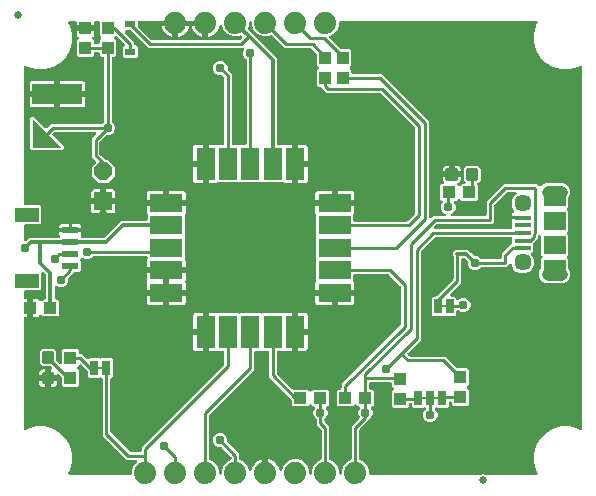
<source format=gbr>
G04 EAGLE Gerber RS-274X export*
G75*
%MOMM*%
%FSLAX34Y34*%
%LPD*%
%INTop Copper*%
%IPPOS*%
%AMOC8*
5,1,8,0,0,1.08239X$1,22.5*%
G01*
%ADD10C,0.635000*%
%ADD11R,2.000000X1.200000*%
%ADD12R,1.350000X0.600000*%
%ADD13R,1.100000X1.000000*%
%ADD14R,1.000000X1.100000*%
%ADD15R,4.200000X1.700000*%
%ADD16R,1.000000X1.000000*%
%ADD17R,0.635000X1.270000*%
%ADD18R,0.406400X0.254000*%
%ADD19C,0.300000*%
%ADD20R,0.830000X0.630000*%
%ADD21R,2.750000X1.600000*%
%ADD22R,1.600000X2.750000*%
%ADD23C,1.879600*%
%ADD24C,1.450000*%
%ADD25R,1.350000X0.400000*%
%ADD26R,1.900000X1.500000*%
%ADD27R,1.900000X1.200000*%
%ADD28C,1.108000*%
%ADD29R,1.524000X1.524000*%
%ADD30P,1.649562X8X202.500000*%
%ADD31C,0.304800*%
%ADD32C,0.787400*%
%ADD33C,0.254000*%
%ADD34C,0.152400*%
%ADD35C,0.756400*%

G36*
X266818Y392192D02*
X266818Y392192D01*
X266937Y392199D01*
X266975Y392212D01*
X267016Y392217D01*
X267126Y392260D01*
X267239Y392297D01*
X267274Y392319D01*
X267311Y392334D01*
X267407Y392403D01*
X267508Y392467D01*
X267536Y392497D01*
X267569Y392520D01*
X267645Y392612D01*
X267726Y392699D01*
X267746Y392734D01*
X267771Y392765D01*
X267822Y392873D01*
X267880Y392977D01*
X267890Y393017D01*
X267907Y393053D01*
X267929Y393170D01*
X267959Y393285D01*
X267963Y393345D01*
X267967Y393365D01*
X267965Y393386D01*
X267969Y393446D01*
X267969Y395974D01*
X269709Y400175D01*
X272243Y402709D01*
X272328Y402818D01*
X272417Y402925D01*
X272426Y402944D01*
X272438Y402960D01*
X272493Y403088D01*
X272552Y403213D01*
X272556Y403233D01*
X272564Y403252D01*
X272586Y403390D01*
X272612Y403526D01*
X272611Y403546D01*
X272614Y403566D01*
X272601Y403705D01*
X272592Y403843D01*
X272586Y403862D01*
X272584Y403882D01*
X272537Y404013D01*
X272494Y404145D01*
X272484Y404163D01*
X272477Y404182D01*
X272399Y404297D01*
X272324Y404414D01*
X272310Y404428D01*
X272298Y404445D01*
X272194Y404537D01*
X272093Y404632D01*
X272075Y404642D01*
X272060Y404655D01*
X271936Y404719D01*
X271814Y404786D01*
X271795Y404791D01*
X271777Y404800D01*
X271641Y404830D01*
X271506Y404865D01*
X271478Y404867D01*
X271466Y404870D01*
X271446Y404869D01*
X271346Y404875D01*
X263554Y404875D01*
X243077Y425352D01*
X243077Y472977D01*
X243065Y473075D01*
X243062Y473174D01*
X243045Y473233D01*
X243037Y473293D01*
X243001Y473385D01*
X242973Y473480D01*
X242943Y473532D01*
X242920Y473588D01*
X242862Y473669D01*
X242812Y473754D01*
X242746Y473829D01*
X242734Y473846D01*
X242724Y473854D01*
X242706Y473875D01*
X242197Y474383D01*
X242103Y474456D01*
X242014Y474535D01*
X241978Y474553D01*
X241946Y474578D01*
X241837Y474625D01*
X241731Y474679D01*
X241691Y474688D01*
X241654Y474704D01*
X241537Y474723D01*
X241421Y474749D01*
X241380Y474748D01*
X241340Y474754D01*
X241221Y474743D01*
X241103Y474739D01*
X241064Y474728D01*
X241024Y474724D01*
X240911Y474684D01*
X240797Y474651D01*
X240762Y474630D01*
X240724Y474617D01*
X240626Y474550D01*
X240523Y474489D01*
X240478Y474449D01*
X240461Y474438D01*
X240448Y474423D01*
X240402Y474383D01*
X240237Y474217D01*
X232203Y474217D01*
X231012Y475408D01*
X231012Y478801D01*
X231000Y478899D01*
X230997Y478998D01*
X230980Y479057D01*
X230972Y479117D01*
X230936Y479209D01*
X230908Y479304D01*
X230878Y479356D01*
X230855Y479412D01*
X230797Y479492D01*
X230747Y479578D01*
X230681Y479653D01*
X230669Y479670D01*
X230659Y479678D01*
X230641Y479699D01*
X225099Y485240D01*
X224990Y485325D01*
X224883Y485414D01*
X224864Y485422D01*
X224848Y485435D01*
X224720Y485490D01*
X224595Y485549D01*
X224575Y485553D01*
X224556Y485561D01*
X224418Y485583D01*
X224282Y485609D01*
X224262Y485608D01*
X224242Y485611D01*
X224103Y485598D01*
X223965Y485589D01*
X223946Y485583D01*
X223926Y485581D01*
X223794Y485534D01*
X223663Y485491D01*
X223645Y485480D01*
X223626Y485473D01*
X223511Y485395D01*
X223394Y485321D01*
X223380Y485306D01*
X223363Y485295D01*
X223271Y485191D01*
X223176Y485089D01*
X223166Y485072D01*
X223153Y485056D01*
X223089Y484933D01*
X223068Y484893D01*
X221672Y483497D01*
X221599Y483403D01*
X221520Y483314D01*
X221502Y483278D01*
X221477Y483246D01*
X221430Y483137D01*
X221376Y483031D01*
X221367Y482992D01*
X221351Y482954D01*
X221332Y482837D01*
X221306Y482721D01*
X221307Y482680D01*
X221301Y482640D01*
X221312Y482522D01*
X221316Y482403D01*
X221327Y482364D01*
X221331Y482324D01*
X221371Y482212D01*
X221404Y482097D01*
X221425Y482062D01*
X221438Y482024D01*
X221505Y481926D01*
X221566Y481823D01*
X221606Y481778D01*
X221617Y481761D01*
X221632Y481748D01*
X221672Y481702D01*
X222933Y480442D01*
X222933Y467758D01*
X221742Y466567D01*
X210058Y466567D01*
X208867Y467758D01*
X208867Y474156D01*
X208855Y474254D01*
X208852Y474353D01*
X208835Y474412D01*
X208827Y474472D01*
X208791Y474564D01*
X208763Y474659D01*
X208733Y474711D01*
X208710Y474767D01*
X208652Y474847D01*
X208602Y474933D01*
X208536Y475008D01*
X208524Y475025D01*
X208514Y475033D01*
X208496Y475054D01*
X206557Y476992D01*
X206448Y477077D01*
X206341Y477166D01*
X206322Y477174D01*
X206306Y477187D01*
X206178Y477242D01*
X206053Y477301D01*
X206033Y477305D01*
X206014Y477313D01*
X205876Y477335D01*
X205740Y477361D01*
X205720Y477360D01*
X205700Y477363D01*
X205561Y477350D01*
X205423Y477341D01*
X205404Y477335D01*
X205384Y477333D01*
X205252Y477286D01*
X205121Y477243D01*
X205103Y477232D01*
X205084Y477225D01*
X204969Y477147D01*
X204852Y477073D01*
X204838Y477058D01*
X204821Y477047D01*
X204729Y476943D01*
X204634Y476841D01*
X204624Y476824D01*
X204611Y476808D01*
X204547Y476684D01*
X204480Y476563D01*
X204475Y476543D01*
X204466Y476525D01*
X204436Y476389D01*
X204420Y476329D01*
X199349Y476329D01*
X199349Y481397D01*
X199391Y481401D01*
X199410Y481408D01*
X199430Y481411D01*
X199559Y481462D01*
X199690Y481509D01*
X199707Y481520D01*
X199725Y481528D01*
X199838Y481609D01*
X199953Y481687D01*
X199966Y481703D01*
X199983Y481714D01*
X200072Y481822D01*
X200164Y481926D01*
X200173Y481944D01*
X200186Y481959D01*
X200245Y482085D01*
X200308Y482209D01*
X200313Y482229D01*
X200321Y482247D01*
X200347Y482383D01*
X200378Y482519D01*
X200377Y482540D01*
X200381Y482559D01*
X200372Y482698D01*
X200368Y482837D01*
X200362Y482857D01*
X200361Y482877D01*
X200318Y483009D01*
X200280Y483143D01*
X200269Y483160D01*
X200263Y483179D01*
X200189Y483297D01*
X200118Y483417D01*
X200100Y483438D01*
X200093Y483448D01*
X200078Y483462D01*
X200012Y483537D01*
X199584Y483966D01*
X199505Y484026D01*
X199433Y484094D01*
X199380Y484123D01*
X199332Y484160D01*
X199241Y484200D01*
X199155Y484248D01*
X199096Y484263D01*
X199041Y484287D01*
X198943Y484302D01*
X198847Y484327D01*
X198747Y484333D01*
X198727Y484337D01*
X198714Y484335D01*
X198686Y484337D01*
X191887Y484337D01*
X189817Y486407D01*
X189817Y496333D01*
X191887Y498403D01*
X201813Y498403D01*
X203883Y496333D01*
X203883Y489534D01*
X203895Y489436D01*
X203898Y489337D01*
X203915Y489278D01*
X203923Y489218D01*
X203959Y489126D01*
X203987Y489031D01*
X204017Y488979D01*
X204040Y488923D01*
X204098Y488843D01*
X204148Y488757D01*
X204214Y488682D01*
X204226Y488665D01*
X204236Y488657D01*
X204254Y488636D01*
X206701Y486190D01*
X206810Y486105D01*
X206917Y486016D01*
X206936Y486008D01*
X206952Y485995D01*
X207080Y485940D01*
X207205Y485881D01*
X207225Y485877D01*
X207244Y485869D01*
X207382Y485847D01*
X207518Y485821D01*
X207538Y485822D01*
X207558Y485819D01*
X207697Y485832D01*
X207835Y485841D01*
X207854Y485847D01*
X207874Y485849D01*
X208006Y485896D01*
X208137Y485939D01*
X208155Y485950D01*
X208174Y485957D01*
X208289Y486035D01*
X208406Y486109D01*
X208420Y486124D01*
X208437Y486135D01*
X208529Y486239D01*
X208624Y486341D01*
X208634Y486358D01*
X208647Y486374D01*
X208711Y486497D01*
X208778Y486619D01*
X208783Y486639D01*
X208792Y486657D01*
X208822Y486793D01*
X208857Y486927D01*
X208859Y486955D01*
X208862Y486967D01*
X208861Y486988D01*
X208867Y487088D01*
X208867Y497442D01*
X210058Y498633D01*
X221742Y498633D01*
X222933Y497442D01*
X222933Y495672D01*
X222948Y495554D01*
X222955Y495435D01*
X222968Y495397D01*
X222973Y495356D01*
X223016Y495246D01*
X223053Y495133D01*
X223075Y495098D01*
X223090Y495061D01*
X223159Y494965D01*
X223223Y494864D01*
X223253Y494836D01*
X223276Y494803D01*
X223368Y494727D01*
X223455Y494646D01*
X223490Y494626D01*
X223521Y494601D01*
X223629Y494550D01*
X223733Y494492D01*
X223773Y494482D01*
X223809Y494465D01*
X223926Y494443D01*
X224041Y494413D01*
X224101Y494409D01*
X224121Y494405D01*
X224142Y494407D01*
X224202Y494403D01*
X225278Y494403D01*
X229553Y490128D01*
X229647Y490055D01*
X229736Y489976D01*
X229772Y489958D01*
X229804Y489933D01*
X229914Y489885D01*
X230020Y489831D01*
X230059Y489823D01*
X230096Y489806D01*
X230214Y489788D01*
X230330Y489762D01*
X230370Y489763D01*
X230410Y489757D01*
X230529Y489768D01*
X230648Y489771D01*
X230687Y489783D01*
X230727Y489786D01*
X230839Y489827D01*
X230953Y489860D01*
X230988Y489880D01*
X231026Y489894D01*
X231125Y489961D01*
X231227Y490021D01*
X231272Y490061D01*
X231289Y490073D01*
X231303Y490088D01*
X231348Y490128D01*
X232203Y490983D01*
X240237Y490983D01*
X240402Y490817D01*
X240497Y490744D01*
X240586Y490665D01*
X240622Y490647D01*
X240654Y490622D01*
X240763Y490575D01*
X240869Y490521D01*
X240908Y490512D01*
X240946Y490496D01*
X241063Y490477D01*
X241179Y490451D01*
X241220Y490452D01*
X241260Y490446D01*
X241378Y490457D01*
X241497Y490461D01*
X241536Y490472D01*
X241576Y490476D01*
X241688Y490516D01*
X241803Y490549D01*
X241838Y490570D01*
X241876Y490583D01*
X241974Y490650D01*
X242077Y490711D01*
X242122Y490751D01*
X242139Y490762D01*
X242152Y490777D01*
X242197Y490817D01*
X242363Y490983D01*
X250397Y490983D01*
X251588Y489792D01*
X251588Y475408D01*
X250054Y473875D01*
X249994Y473796D01*
X249926Y473724D01*
X249897Y473671D01*
X249860Y473623D01*
X249820Y473533D01*
X249772Y473446D01*
X249757Y473387D01*
X249733Y473332D01*
X249718Y473234D01*
X249693Y473138D01*
X249687Y473038D01*
X249683Y473018D01*
X249685Y473005D01*
X249683Y472977D01*
X249683Y428614D01*
X249695Y428516D01*
X249698Y428417D01*
X249715Y428358D01*
X249723Y428298D01*
X249759Y428206D01*
X249787Y428111D01*
X249817Y428059D01*
X249840Y428003D01*
X249898Y427923D01*
X249948Y427837D01*
X250014Y427762D01*
X250026Y427745D01*
X250036Y427737D01*
X250054Y427716D01*
X265918Y411852D01*
X265997Y411792D01*
X266069Y411724D01*
X266122Y411695D01*
X266170Y411658D01*
X266261Y411618D01*
X266347Y411570D01*
X266406Y411555D01*
X266461Y411531D01*
X266559Y411516D01*
X266655Y411491D01*
X266755Y411485D01*
X266776Y411481D01*
X266788Y411483D01*
X266816Y411481D01*
X274828Y411481D01*
X274946Y411496D01*
X275065Y411503D01*
X275103Y411516D01*
X275144Y411521D01*
X275254Y411564D01*
X275367Y411601D01*
X275402Y411623D01*
X275439Y411638D01*
X275535Y411707D01*
X275636Y411771D01*
X275664Y411801D01*
X275697Y411824D01*
X275773Y411916D01*
X275854Y412003D01*
X275874Y412038D01*
X275899Y412069D01*
X275950Y412177D01*
X276008Y412281D01*
X276018Y412321D01*
X276035Y412357D01*
X276057Y412474D01*
X276087Y412589D01*
X276091Y412649D01*
X276095Y412669D01*
X276093Y412690D01*
X276097Y412750D01*
X276097Y415311D01*
X345626Y484840D01*
X345686Y484918D01*
X345754Y484990D01*
X345783Y485043D01*
X345820Y485091D01*
X345860Y485182D01*
X345908Y485269D01*
X345923Y485327D01*
X345947Y485383D01*
X345962Y485481D01*
X345987Y485577D01*
X345993Y485677D01*
X345997Y485697D01*
X345995Y485709D01*
X345997Y485737D01*
X345997Y495898D01*
X345982Y496016D01*
X345975Y496135D01*
X345962Y496173D01*
X345957Y496214D01*
X345914Y496324D01*
X345877Y496437D01*
X345855Y496472D01*
X345840Y496509D01*
X345771Y496605D01*
X345707Y496706D01*
X345677Y496734D01*
X345654Y496767D01*
X345562Y496843D01*
X345475Y496924D01*
X345440Y496944D01*
X345409Y496969D01*
X345301Y497020D01*
X345197Y497078D01*
X345157Y497088D01*
X345121Y497105D01*
X345004Y497127D01*
X344889Y497157D01*
X344829Y497161D01*
X344809Y497165D01*
X344788Y497163D01*
X344728Y497167D01*
X340201Y497167D01*
X340109Y497156D01*
X340017Y497154D01*
X339952Y497136D01*
X339885Y497127D01*
X339799Y497093D01*
X339710Y497069D01*
X339605Y497017D01*
X339590Y497010D01*
X339583Y497005D01*
X339566Y496997D01*
X339281Y496832D01*
X338634Y496659D01*
X332839Y496659D01*
X332839Y511680D01*
X332824Y511798D01*
X332817Y511917D01*
X332804Y511955D01*
X332799Y511995D01*
X332755Y512106D01*
X332719Y512219D01*
X332697Y512254D01*
X332682Y512291D01*
X332612Y512387D01*
X332549Y512488D01*
X332519Y512516D01*
X332495Y512548D01*
X332404Y512624D01*
X332317Y512706D01*
X332282Y512725D01*
X332250Y512751D01*
X332143Y512802D01*
X332039Y512859D01*
X331999Y512870D01*
X331963Y512887D01*
X331846Y512909D01*
X331731Y512939D01*
X331670Y512943D01*
X331650Y512947D01*
X331630Y512945D01*
X331570Y512949D01*
X330299Y512949D01*
X330299Y512951D01*
X331570Y512951D01*
X331688Y512966D01*
X331807Y512973D01*
X331845Y512986D01*
X331885Y512991D01*
X331996Y513035D01*
X332109Y513071D01*
X332144Y513093D01*
X332181Y513108D01*
X332277Y513178D01*
X332378Y513241D01*
X332406Y513271D01*
X332438Y513295D01*
X332514Y513386D01*
X332596Y513473D01*
X332615Y513508D01*
X332641Y513540D01*
X332692Y513647D01*
X332749Y513751D01*
X332760Y513791D01*
X332777Y513827D01*
X332799Y513944D01*
X332829Y514059D01*
X332833Y514120D01*
X332837Y514140D01*
X332835Y514160D01*
X332839Y514220D01*
X332839Y529241D01*
X338634Y529241D01*
X339281Y529068D01*
X339566Y528903D01*
X339651Y528867D01*
X339732Y528822D01*
X339797Y528806D01*
X339859Y528780D01*
X339951Y528766D01*
X340040Y528743D01*
X340157Y528736D01*
X340174Y528733D01*
X340182Y528734D01*
X340201Y528733D01*
X358257Y528733D01*
X358263Y528730D01*
X358369Y528676D01*
X358408Y528667D01*
X358445Y528651D01*
X358563Y528632D01*
X358679Y528606D01*
X358720Y528607D01*
X358760Y528601D01*
X358878Y528612D01*
X358997Y528616D01*
X359036Y528627D01*
X359076Y528631D01*
X359188Y528671D01*
X359303Y528704D01*
X359337Y528725D01*
X359360Y528733D01*
X377257Y528733D01*
X377263Y528730D01*
X377369Y528676D01*
X377408Y528667D01*
X377445Y528651D01*
X377563Y528632D01*
X377679Y528606D01*
X377720Y528607D01*
X377760Y528601D01*
X377878Y528612D01*
X377997Y528616D01*
X378036Y528627D01*
X378076Y528631D01*
X378188Y528671D01*
X378303Y528704D01*
X378337Y528725D01*
X378360Y528733D01*
X396399Y528733D01*
X396491Y528744D01*
X396583Y528746D01*
X396648Y528764D01*
X396715Y528773D01*
X396801Y528807D01*
X396890Y528831D01*
X396995Y528883D01*
X397010Y528890D01*
X397017Y528895D01*
X397034Y528903D01*
X397319Y529068D01*
X397966Y529241D01*
X403761Y529241D01*
X403761Y514220D01*
X403776Y514102D01*
X403783Y513983D01*
X403796Y513945D01*
X403801Y513905D01*
X403844Y513794D01*
X403881Y513681D01*
X403903Y513646D01*
X403918Y513609D01*
X403988Y513513D01*
X404051Y513412D01*
X404081Y513384D01*
X404105Y513352D01*
X404196Y513276D01*
X404283Y513194D01*
X404318Y513175D01*
X404349Y513149D01*
X404457Y513098D01*
X404561Y513041D01*
X404601Y513030D01*
X404637Y513013D01*
X404754Y512991D01*
X404869Y512961D01*
X404930Y512957D01*
X404950Y512953D01*
X404970Y512955D01*
X405030Y512951D01*
X406301Y512951D01*
X406301Y512949D01*
X405030Y512949D01*
X404912Y512934D01*
X404793Y512927D01*
X404755Y512914D01*
X404715Y512909D01*
X404604Y512865D01*
X404491Y512829D01*
X404456Y512807D01*
X404419Y512792D01*
X404323Y512722D01*
X404222Y512659D01*
X404194Y512629D01*
X404161Y512605D01*
X404086Y512514D01*
X404004Y512427D01*
X403984Y512392D01*
X403959Y512360D01*
X403908Y512253D01*
X403850Y512149D01*
X403840Y512109D01*
X403823Y512073D01*
X403801Y511956D01*
X403771Y511841D01*
X403767Y511780D01*
X403763Y511760D01*
X403765Y511740D01*
X403761Y511680D01*
X403761Y496659D01*
X397966Y496659D01*
X397319Y496832D01*
X397034Y496997D01*
X396949Y497033D01*
X396868Y497078D01*
X396803Y497094D01*
X396741Y497120D01*
X396649Y497134D01*
X396560Y497157D01*
X396443Y497164D01*
X396426Y497167D01*
X396418Y497166D01*
X396399Y497167D01*
X391872Y497167D01*
X391754Y497152D01*
X391635Y497145D01*
X391597Y497132D01*
X391556Y497127D01*
X391446Y497084D01*
X391333Y497047D01*
X391298Y497025D01*
X391261Y497010D01*
X391165Y496941D01*
X391064Y496877D01*
X391036Y496847D01*
X391003Y496824D01*
X390927Y496732D01*
X390846Y496645D01*
X390826Y496610D01*
X390801Y496579D01*
X390750Y496471D01*
X390692Y496367D01*
X390682Y496327D01*
X390665Y496291D01*
X390643Y496174D01*
X390613Y496059D01*
X390609Y495999D01*
X390605Y495979D01*
X390607Y495958D01*
X390603Y495898D01*
X390603Y478194D01*
X390615Y478096D01*
X390618Y477997D01*
X390635Y477938D01*
X390643Y477878D01*
X390679Y477786D01*
X390707Y477691D01*
X390737Y477639D01*
X390760Y477583D01*
X390818Y477503D01*
X390868Y477417D01*
X390934Y477342D01*
X390946Y477325D01*
X390956Y477317D01*
X390974Y477296D01*
X403666Y464604D01*
X403745Y464544D01*
X403817Y464476D01*
X403870Y464447D01*
X403918Y464410D01*
X404009Y464370D01*
X404095Y464322D01*
X404154Y464307D01*
X404209Y464283D01*
X404307Y464268D01*
X404403Y464243D01*
X404503Y464237D01*
X404523Y464233D01*
X404536Y464235D01*
X404564Y464233D01*
X416942Y464233D01*
X418202Y462972D01*
X418297Y462899D01*
X418386Y462820D01*
X418422Y462802D01*
X418454Y462777D01*
X418563Y462730D01*
X418669Y462676D01*
X418708Y462667D01*
X418746Y462651D01*
X418863Y462632D01*
X418979Y462606D01*
X419020Y462607D01*
X419060Y462601D01*
X419178Y462612D01*
X419297Y462616D01*
X419336Y462627D01*
X419376Y462631D01*
X419489Y462671D01*
X419603Y462704D01*
X419637Y462725D01*
X419676Y462738D01*
X419774Y462805D01*
X419877Y462866D01*
X419922Y462906D01*
X419939Y462917D01*
X419952Y462932D01*
X419997Y462972D01*
X421258Y464233D01*
X433942Y464233D01*
X435133Y463042D01*
X435133Y451358D01*
X433942Y450167D01*
X433439Y450167D01*
X433302Y450150D01*
X433163Y450137D01*
X433144Y450130D01*
X433124Y450127D01*
X432995Y450076D01*
X432864Y450029D01*
X432847Y450018D01*
X432828Y450010D01*
X432716Y449929D01*
X432601Y449851D01*
X432587Y449835D01*
X432571Y449824D01*
X432482Y449716D01*
X432390Y449612D01*
X432381Y449594D01*
X432368Y449579D01*
X432309Y449453D01*
X432246Y449329D01*
X432241Y449309D01*
X432233Y449291D01*
X432206Y449155D01*
X432176Y449019D01*
X432177Y448998D01*
X432173Y448979D01*
X432181Y448840D01*
X432186Y448701D01*
X432191Y448681D01*
X432192Y448661D01*
X432235Y448529D01*
X432274Y448395D01*
X432284Y448378D01*
X432291Y448359D01*
X432365Y448241D01*
X432436Y448121D01*
X432454Y448100D01*
X432461Y448090D01*
X432476Y448076D01*
X432542Y448000D01*
X432661Y447882D01*
X433570Y445687D01*
X433570Y443313D01*
X432661Y441118D01*
X431274Y439732D01*
X431214Y439654D01*
X431146Y439582D01*
X431117Y439529D01*
X431080Y439481D01*
X431040Y439390D01*
X430992Y439303D01*
X430977Y439245D01*
X430953Y439189D01*
X430938Y439091D01*
X430913Y438995D01*
X430907Y438895D01*
X430903Y438875D01*
X430905Y438863D01*
X430903Y438835D01*
X430903Y437894D01*
X430915Y437796D01*
X430918Y437697D01*
X430935Y437638D01*
X430943Y437578D01*
X430979Y437486D01*
X431007Y437391D01*
X431037Y437339D01*
X431060Y437283D01*
X431118Y437203D01*
X431168Y437117D01*
X431234Y437042D01*
X431246Y437025D01*
X431256Y437017D01*
X431274Y436996D01*
X432796Y435474D01*
X435103Y433168D01*
X435103Y405553D01*
X435106Y405523D01*
X435104Y405494D01*
X435126Y405365D01*
X435143Y405237D01*
X435153Y405210D01*
X435158Y405181D01*
X435212Y405062D01*
X435260Y404941D01*
X435277Y404917D01*
X435289Y404891D01*
X435370Y404789D01*
X435446Y404684D01*
X435469Y404665D01*
X435488Y404642D01*
X435591Y404564D01*
X435691Y404481D01*
X435718Y404469D01*
X435742Y404451D01*
X435886Y404380D01*
X438275Y403391D01*
X441491Y400175D01*
X443231Y395974D01*
X443231Y393446D01*
X443246Y393328D01*
X443253Y393209D01*
X443266Y393171D01*
X443271Y393130D01*
X443314Y393020D01*
X443351Y392907D01*
X443373Y392872D01*
X443388Y392835D01*
X443457Y392739D01*
X443521Y392638D01*
X443551Y392610D01*
X443574Y392577D01*
X443666Y392501D01*
X443753Y392420D01*
X443788Y392400D01*
X443819Y392375D01*
X443927Y392324D01*
X444031Y392266D01*
X444071Y392256D01*
X444107Y392239D01*
X444224Y392217D01*
X444339Y392187D01*
X444399Y392183D01*
X444419Y392179D01*
X444420Y392179D01*
X444440Y392181D01*
X444500Y392177D01*
X444618Y392192D01*
X444737Y392199D01*
X444775Y392212D01*
X444816Y392217D01*
X444926Y392260D01*
X445039Y392297D01*
X445074Y392319D01*
X445111Y392334D01*
X445207Y392403D01*
X445308Y392467D01*
X445336Y392497D01*
X445369Y392520D01*
X445445Y392612D01*
X445526Y392699D01*
X445546Y392734D01*
X445571Y392765D01*
X445622Y392873D01*
X445680Y392977D01*
X445690Y393017D01*
X445707Y393053D01*
X445729Y393170D01*
X445759Y393285D01*
X445763Y393345D01*
X445767Y393365D01*
X445765Y393386D01*
X445769Y393446D01*
X445769Y395974D01*
X447509Y400175D01*
X450725Y403391D01*
X453114Y404380D01*
X453139Y404395D01*
X453167Y404404D01*
X453277Y404473D01*
X453390Y404537D01*
X453411Y404558D01*
X453436Y404574D01*
X453525Y404668D01*
X453618Y404759D01*
X453634Y404784D01*
X453654Y404805D01*
X453717Y404919D01*
X453785Y405030D01*
X453793Y405058D01*
X453808Y405084D01*
X453840Y405210D01*
X453878Y405334D01*
X453880Y405363D01*
X453887Y405392D01*
X453897Y405553D01*
X453897Y433168D01*
X460393Y439664D01*
X460412Y439688D01*
X460434Y439707D01*
X460509Y439813D01*
X460588Y439915D01*
X460600Y439943D01*
X460617Y439967D01*
X460663Y440088D01*
X460715Y440207D01*
X460719Y440236D01*
X460730Y440264D01*
X460744Y440393D01*
X460765Y440521D01*
X460762Y440551D01*
X460765Y440580D01*
X460747Y440709D01*
X460735Y440838D01*
X460725Y440866D01*
X460721Y440895D01*
X460669Y441047D01*
X459730Y443313D01*
X459730Y445687D01*
X460639Y447882D01*
X460758Y448000D01*
X460843Y448110D01*
X460932Y448217D01*
X460941Y448236D01*
X460953Y448252D01*
X461008Y448380D01*
X461067Y448505D01*
X461071Y448525D01*
X461079Y448544D01*
X461101Y448681D01*
X461127Y448818D01*
X461126Y448838D01*
X461129Y448858D01*
X461116Y448996D01*
X461108Y449135D01*
X461101Y449154D01*
X461099Y449174D01*
X461052Y449305D01*
X461009Y449437D01*
X460999Y449455D01*
X460992Y449474D01*
X460914Y449589D01*
X460839Y449706D01*
X460825Y449720D01*
X460813Y449737D01*
X460709Y449829D01*
X460608Y449924D01*
X460590Y449934D01*
X460575Y449947D01*
X460451Y450010D01*
X460329Y450078D01*
X460310Y450083D01*
X460292Y450092D01*
X460156Y450122D01*
X460021Y450157D01*
X459993Y450159D01*
X459981Y450162D01*
X459961Y450161D01*
X459861Y450167D01*
X459358Y450167D01*
X458097Y451428D01*
X458003Y451501D01*
X457914Y451580D01*
X457878Y451598D01*
X457846Y451623D01*
X457737Y451670D01*
X457631Y451724D01*
X457592Y451733D01*
X457554Y451749D01*
X457437Y451768D01*
X457321Y451794D01*
X457280Y451793D01*
X457240Y451799D01*
X457122Y451788D01*
X457003Y451784D01*
X456964Y451773D01*
X456924Y451769D01*
X456812Y451729D01*
X456697Y451696D01*
X456662Y451675D01*
X456624Y451662D01*
X456526Y451595D01*
X456423Y451534D01*
X456378Y451494D01*
X456361Y451483D01*
X456348Y451468D01*
X456302Y451428D01*
X455042Y450167D01*
X442358Y450167D01*
X441167Y451358D01*
X441167Y463042D01*
X442358Y464233D01*
X444128Y464233D01*
X444246Y464248D01*
X444365Y464255D01*
X444403Y464268D01*
X444444Y464273D01*
X444554Y464316D01*
X444667Y464353D01*
X444702Y464375D01*
X444739Y464390D01*
X444835Y464459D01*
X444936Y464523D01*
X444964Y464553D01*
X444997Y464576D01*
X445073Y464668D01*
X445154Y464755D01*
X445174Y464790D01*
X445199Y464821D01*
X445250Y464929D01*
X445308Y465033D01*
X445318Y465073D01*
X445335Y465109D01*
X445357Y465226D01*
X445387Y465341D01*
X445391Y465401D01*
X445395Y465421D01*
X445393Y465442D01*
X445397Y465502D01*
X445397Y468857D01*
X495182Y518641D01*
X495242Y518719D01*
X495310Y518791D01*
X495339Y518844D01*
X495376Y518892D01*
X495416Y518983D01*
X495464Y519070D01*
X495479Y519128D01*
X495503Y519184D01*
X495518Y519282D01*
X495543Y519378D01*
X495549Y519478D01*
X495553Y519498D01*
X495551Y519510D01*
X495553Y519538D01*
X495553Y551318D01*
X495541Y551416D01*
X495538Y551515D01*
X495521Y551574D01*
X495513Y551634D01*
X495477Y551726D01*
X495449Y551821D01*
X495419Y551873D01*
X495396Y551929D01*
X495338Y552009D01*
X495288Y552095D01*
X495222Y552170D01*
X495210Y552187D01*
X495200Y552195D01*
X495182Y552216D01*
X485872Y561526D01*
X485793Y561586D01*
X485721Y561654D01*
X485668Y561683D01*
X485620Y561720D01*
X485529Y561760D01*
X485443Y561808D01*
X485384Y561823D01*
X485329Y561847D01*
X485231Y561862D01*
X485135Y561887D01*
X485035Y561893D01*
X485014Y561897D01*
X485002Y561895D01*
X484974Y561897D01*
X456602Y561897D01*
X456484Y561882D01*
X456365Y561875D01*
X456327Y561862D01*
X456286Y561857D01*
X456176Y561814D01*
X456063Y561777D01*
X456028Y561755D01*
X455991Y561740D01*
X455895Y561671D01*
X455794Y561607D01*
X455766Y561577D01*
X455733Y561554D01*
X455657Y561462D01*
X455576Y561375D01*
X455556Y561340D01*
X455531Y561309D01*
X455480Y561201D01*
X455422Y561097D01*
X455412Y561057D01*
X455395Y561021D01*
X455373Y560904D01*
X455343Y560789D01*
X455339Y560729D01*
X455335Y560709D01*
X455337Y560688D01*
X455333Y560628D01*
X455333Y556101D01*
X455344Y556009D01*
X455346Y555917D01*
X455364Y555852D01*
X455373Y555785D01*
X455407Y555699D01*
X455431Y555610D01*
X455483Y555505D01*
X455490Y555490D01*
X455495Y555483D01*
X455503Y555466D01*
X455668Y555181D01*
X455841Y554534D01*
X455841Y548739D01*
X440820Y548739D01*
X440702Y548724D01*
X440583Y548717D01*
X440545Y548704D01*
X440505Y548699D01*
X440394Y548655D01*
X440281Y548619D01*
X440246Y548597D01*
X440209Y548582D01*
X440113Y548512D01*
X440012Y548449D01*
X439984Y548419D01*
X439952Y548395D01*
X439876Y548304D01*
X439794Y548217D01*
X439775Y548182D01*
X439749Y548150D01*
X439698Y548043D01*
X439641Y547939D01*
X439630Y547899D01*
X439613Y547863D01*
X439591Y547746D01*
X439561Y547631D01*
X439557Y547570D01*
X439553Y547550D01*
X439555Y547530D01*
X439551Y547470D01*
X439551Y546199D01*
X439549Y546199D01*
X439549Y547470D01*
X439534Y547588D01*
X439527Y547707D01*
X439514Y547745D01*
X439509Y547785D01*
X439465Y547896D01*
X439429Y548009D01*
X439407Y548044D01*
X439392Y548081D01*
X439322Y548177D01*
X439259Y548278D01*
X439229Y548306D01*
X439205Y548338D01*
X439114Y548414D01*
X439027Y548496D01*
X438992Y548515D01*
X438960Y548541D01*
X438853Y548592D01*
X438749Y548649D01*
X438709Y548660D01*
X438673Y548677D01*
X438556Y548699D01*
X438441Y548729D01*
X438380Y548733D01*
X438360Y548737D01*
X438340Y548735D01*
X438280Y548739D01*
X423259Y548739D01*
X423259Y554534D01*
X423432Y555181D01*
X423597Y555466D01*
X423633Y555551D01*
X423678Y555632D01*
X423694Y555697D01*
X423720Y555759D01*
X423734Y555851D01*
X423757Y555940D01*
X423764Y556057D01*
X423767Y556074D01*
X423766Y556082D01*
X423767Y556101D01*
X423767Y574157D01*
X423770Y574163D01*
X423824Y574269D01*
X423833Y574308D01*
X423849Y574345D01*
X423868Y574463D01*
X423894Y574579D01*
X423893Y574620D01*
X423899Y574660D01*
X423888Y574778D01*
X423884Y574897D01*
X423873Y574936D01*
X423869Y574976D01*
X423829Y575088D01*
X423796Y575203D01*
X423775Y575237D01*
X423767Y575260D01*
X423767Y593157D01*
X423770Y593163D01*
X423824Y593269D01*
X423833Y593308D01*
X423849Y593345D01*
X423868Y593463D01*
X423894Y593579D01*
X423893Y593620D01*
X423899Y593660D01*
X423888Y593778D01*
X423884Y593897D01*
X423873Y593936D01*
X423869Y593976D01*
X423829Y594088D01*
X423796Y594203D01*
X423775Y594237D01*
X423767Y594260D01*
X423767Y612299D01*
X423756Y612391D01*
X423754Y612483D01*
X423736Y612548D01*
X423727Y612615D01*
X423693Y612701D01*
X423669Y612790D01*
X423617Y612895D01*
X423610Y612910D01*
X423605Y612917D01*
X423597Y612934D01*
X423432Y613219D01*
X423259Y613866D01*
X423259Y619661D01*
X438280Y619661D01*
X438398Y619676D01*
X438517Y619683D01*
X438555Y619696D01*
X438595Y619701D01*
X438706Y619744D01*
X438819Y619781D01*
X438854Y619803D01*
X438891Y619818D01*
X438987Y619888D01*
X439088Y619951D01*
X439116Y619981D01*
X439148Y620005D01*
X439224Y620096D01*
X439306Y620183D01*
X439325Y620218D01*
X439351Y620249D01*
X439402Y620357D01*
X439459Y620461D01*
X439470Y620501D01*
X439487Y620537D01*
X439509Y620654D01*
X439539Y620769D01*
X439543Y620830D01*
X439547Y620850D01*
X439545Y620870D01*
X439549Y620930D01*
X439549Y622201D01*
X439551Y622201D01*
X439551Y620930D01*
X439566Y620812D01*
X439573Y620693D01*
X439586Y620655D01*
X439591Y620615D01*
X439635Y620504D01*
X439671Y620391D01*
X439693Y620356D01*
X439708Y620319D01*
X439778Y620223D01*
X439841Y620122D01*
X439871Y620094D01*
X439895Y620061D01*
X439986Y619986D01*
X440073Y619904D01*
X440108Y619884D01*
X440140Y619859D01*
X440247Y619808D01*
X440351Y619750D01*
X440391Y619740D01*
X440427Y619723D01*
X440544Y619701D01*
X440659Y619671D01*
X440720Y619667D01*
X440740Y619663D01*
X440760Y619665D01*
X440820Y619661D01*
X455841Y619661D01*
X455841Y613866D01*
X455668Y613219D01*
X455503Y612934D01*
X455467Y612849D01*
X455422Y612768D01*
X455406Y612703D01*
X455380Y612641D01*
X455366Y612549D01*
X455343Y612460D01*
X455336Y612343D01*
X455333Y612326D01*
X455334Y612318D01*
X455333Y612299D01*
X455333Y607772D01*
X455348Y607654D01*
X455355Y607535D01*
X455368Y607497D01*
X455373Y607456D01*
X455417Y607345D01*
X455453Y607233D01*
X455475Y607198D01*
X455490Y607161D01*
X455559Y607065D01*
X455623Y606964D01*
X455653Y606936D01*
X455676Y606903D01*
X455768Y606827D01*
X455855Y606746D01*
X455890Y606726D01*
X455921Y606701D01*
X456029Y606650D01*
X456133Y606592D01*
X456173Y606582D01*
X456209Y606565D01*
X456326Y606543D01*
X456441Y606513D01*
X456501Y606509D01*
X456521Y606505D01*
X456542Y606507D01*
X456602Y606503D01*
X500468Y606503D01*
X500566Y606515D01*
X500665Y606518D01*
X500724Y606535D01*
X500784Y606543D01*
X500876Y606579D01*
X500971Y606607D01*
X501023Y606637D01*
X501079Y606660D01*
X501159Y606718D01*
X501245Y606768D01*
X501320Y606834D01*
X501337Y606846D01*
X501345Y606856D01*
X501366Y606874D01*
X507374Y612882D01*
X507434Y612961D01*
X507502Y613033D01*
X507531Y613086D01*
X507568Y613134D01*
X507608Y613225D01*
X507656Y613311D01*
X507671Y613370D01*
X507695Y613425D01*
X507710Y613523D01*
X507735Y613619D01*
X507741Y613719D01*
X507745Y613740D01*
X507743Y613752D01*
X507745Y613780D01*
X507745Y685438D01*
X507733Y685536D01*
X507730Y685635D01*
X507713Y685693D01*
X507705Y685753D01*
X507669Y685845D01*
X507641Y685940D01*
X507611Y685993D01*
X507588Y686049D01*
X507530Y686129D01*
X507480Y686214D01*
X507414Y686290D01*
X507402Y686306D01*
X507392Y686314D01*
X507374Y686335D01*
X478563Y715146D01*
X478485Y715206D01*
X478413Y715274D01*
X478360Y715303D01*
X478312Y715340D01*
X478221Y715380D01*
X478134Y715428D01*
X478076Y715443D01*
X478020Y715467D01*
X477922Y715482D01*
X477826Y715507D01*
X477726Y715513D01*
X477706Y715517D01*
X477694Y715515D01*
X477666Y715517D01*
X432972Y715517D01*
X428294Y720196D01*
X428215Y720256D01*
X428143Y720324D01*
X428090Y720353D01*
X428042Y720390D01*
X427951Y720430D01*
X427865Y720478D01*
X427806Y720493D01*
X427751Y720517D01*
X427653Y720532D01*
X427557Y720557D01*
X427457Y720563D01*
X427436Y720567D01*
X427424Y720565D01*
X427396Y720567D01*
X425958Y720567D01*
X424767Y721758D01*
X424767Y734442D01*
X426028Y735702D01*
X426101Y735797D01*
X426180Y735886D01*
X426198Y735922D01*
X426223Y735954D01*
X426270Y736063D01*
X426324Y736169D01*
X426333Y736208D01*
X426349Y736246D01*
X426368Y736363D01*
X426394Y736479D01*
X426393Y736520D01*
X426399Y736560D01*
X426388Y736678D01*
X426384Y736797D01*
X426373Y736836D01*
X426369Y736876D01*
X426329Y736989D01*
X426296Y737103D01*
X426275Y737137D01*
X426262Y737176D01*
X426195Y737274D01*
X426134Y737377D01*
X426094Y737422D01*
X426083Y737439D01*
X426068Y737452D01*
X426028Y737497D01*
X424767Y738758D01*
X424767Y747834D01*
X424755Y747932D01*
X424752Y748031D01*
X424735Y748090D01*
X424727Y748150D01*
X424691Y748242D01*
X424663Y748337D01*
X424633Y748389D01*
X424610Y748445D01*
X424552Y748525D01*
X424502Y748611D01*
X424436Y748686D01*
X424424Y748703D01*
X424414Y748711D01*
X424396Y748732D01*
X419882Y753246D01*
X419803Y753306D01*
X419731Y753374D01*
X419678Y753403D01*
X419630Y753440D01*
X419539Y753480D01*
X419453Y753528D01*
X419394Y753543D01*
X419339Y753567D01*
X419241Y753582D01*
X419145Y753607D01*
X419045Y753613D01*
X419024Y753617D01*
X419012Y753615D01*
X418984Y753617D01*
X397412Y753617D01*
X387046Y763984D01*
X387022Y764002D01*
X387003Y764024D01*
X386897Y764099D01*
X386794Y764179D01*
X386767Y764190D01*
X386743Y764207D01*
X386622Y764253D01*
X386503Y764305D01*
X386473Y764309D01*
X386446Y764320D01*
X386317Y764334D01*
X386188Y764355D01*
X386159Y764352D01*
X386130Y764355D01*
X386001Y764337D01*
X385872Y764325D01*
X385844Y764315D01*
X385815Y764311D01*
X385662Y764259D01*
X383274Y763269D01*
X378726Y763269D01*
X374525Y765009D01*
X371309Y768225D01*
X369569Y772426D01*
X369569Y774954D01*
X369554Y775072D01*
X369547Y775191D01*
X369534Y775229D01*
X369529Y775270D01*
X369486Y775380D01*
X369449Y775493D01*
X369427Y775528D01*
X369412Y775565D01*
X369343Y775661D01*
X369279Y775762D01*
X369249Y775790D01*
X369226Y775823D01*
X369134Y775899D01*
X369047Y775980D01*
X369012Y776000D01*
X368981Y776025D01*
X368873Y776076D01*
X368769Y776134D01*
X368729Y776144D01*
X368693Y776161D01*
X368576Y776183D01*
X368461Y776213D01*
X368401Y776217D01*
X368381Y776221D01*
X368380Y776221D01*
X368360Y776219D01*
X368300Y776223D01*
X368182Y776208D01*
X368063Y776201D01*
X368025Y776188D01*
X367984Y776183D01*
X367874Y776140D01*
X367761Y776103D01*
X367726Y776081D01*
X367689Y776066D01*
X367593Y775997D01*
X367492Y775933D01*
X367464Y775903D01*
X367431Y775880D01*
X367355Y775788D01*
X367274Y775701D01*
X367254Y775666D01*
X367229Y775635D01*
X367178Y775527D01*
X367120Y775423D01*
X367110Y775383D01*
X367093Y775347D01*
X367071Y775230D01*
X367041Y775115D01*
X367037Y775055D01*
X367033Y775035D01*
X367035Y775014D01*
X367031Y774954D01*
X367031Y772426D01*
X366146Y770292D01*
X366139Y770263D01*
X366125Y770237D01*
X366097Y770110D01*
X366063Y769985D01*
X366062Y769955D01*
X366056Y769926D01*
X366060Y769797D01*
X366057Y769667D01*
X366064Y769638D01*
X366065Y769609D01*
X366101Y769484D01*
X366132Y769358D01*
X366145Y769331D01*
X366154Y769303D01*
X366220Y769191D01*
X366280Y769076D01*
X366300Y769055D01*
X366315Y769029D01*
X366422Y768908D01*
X370958Y764371D01*
X390857Y744473D01*
X390857Y672502D01*
X390872Y672384D01*
X390879Y672265D01*
X390892Y672227D01*
X390897Y672186D01*
X390940Y672076D01*
X390977Y671963D01*
X390999Y671928D01*
X391014Y671891D01*
X391083Y671795D01*
X391147Y671694D01*
X391177Y671666D01*
X391200Y671633D01*
X391292Y671557D01*
X391379Y671476D01*
X391414Y671456D01*
X391445Y671431D01*
X391553Y671380D01*
X391657Y671322D01*
X391697Y671312D01*
X391733Y671295D01*
X391850Y671273D01*
X391965Y671243D01*
X392025Y671239D01*
X392045Y671235D01*
X392066Y671237D01*
X392126Y671233D01*
X396399Y671233D01*
X396491Y671244D01*
X396583Y671246D01*
X396648Y671264D01*
X396715Y671273D01*
X396801Y671307D01*
X396890Y671331D01*
X396995Y671383D01*
X397010Y671390D01*
X397017Y671395D01*
X397034Y671403D01*
X397319Y671568D01*
X397966Y671741D01*
X403761Y671741D01*
X403761Y656720D01*
X403776Y656602D01*
X403783Y656483D01*
X403796Y656445D01*
X403801Y656405D01*
X403844Y656294D01*
X403881Y656181D01*
X403903Y656146D01*
X403918Y656109D01*
X403988Y656013D01*
X404051Y655912D01*
X404081Y655884D01*
X404105Y655852D01*
X404196Y655776D01*
X404283Y655694D01*
X404318Y655675D01*
X404349Y655649D01*
X404457Y655598D01*
X404561Y655541D01*
X404601Y655530D01*
X404637Y655513D01*
X404754Y655491D01*
X404869Y655461D01*
X404930Y655457D01*
X404950Y655453D01*
X404970Y655455D01*
X405030Y655451D01*
X406301Y655451D01*
X406301Y655449D01*
X405030Y655449D01*
X404912Y655434D01*
X404793Y655427D01*
X404755Y655414D01*
X404715Y655409D01*
X404604Y655365D01*
X404491Y655329D01*
X404456Y655307D01*
X404419Y655292D01*
X404323Y655222D01*
X404222Y655159D01*
X404194Y655129D01*
X404161Y655105D01*
X404086Y655014D01*
X404004Y654927D01*
X403984Y654892D01*
X403959Y654860D01*
X403908Y654753D01*
X403850Y654649D01*
X403840Y654609D01*
X403823Y654573D01*
X403801Y654456D01*
X403771Y654341D01*
X403767Y654280D01*
X403763Y654260D01*
X403765Y654240D01*
X403761Y654180D01*
X403761Y639159D01*
X397966Y639159D01*
X397319Y639332D01*
X397034Y639497D01*
X396949Y639533D01*
X396868Y639578D01*
X396803Y639594D01*
X396741Y639620D01*
X396649Y639634D01*
X396560Y639657D01*
X396443Y639664D01*
X396426Y639667D01*
X396418Y639666D01*
X396399Y639667D01*
X378343Y639667D01*
X378337Y639670D01*
X378231Y639724D01*
X378192Y639733D01*
X378155Y639749D01*
X378037Y639768D01*
X377921Y639794D01*
X377880Y639793D01*
X377840Y639799D01*
X377722Y639788D01*
X377603Y639784D01*
X377564Y639773D01*
X377524Y639769D01*
X377412Y639729D01*
X377297Y639696D01*
X377263Y639675D01*
X377240Y639667D01*
X359343Y639667D01*
X359337Y639670D01*
X359231Y639724D01*
X359192Y639733D01*
X359155Y639749D01*
X359037Y639768D01*
X358921Y639794D01*
X358880Y639793D01*
X358840Y639799D01*
X358722Y639788D01*
X358603Y639784D01*
X358564Y639773D01*
X358524Y639769D01*
X358412Y639729D01*
X358297Y639696D01*
X358263Y639675D01*
X358240Y639667D01*
X340201Y639667D01*
X340109Y639656D01*
X340017Y639654D01*
X339952Y639636D01*
X339885Y639627D01*
X339799Y639593D01*
X339710Y639569D01*
X339605Y639517D01*
X339590Y639510D01*
X339583Y639505D01*
X339566Y639497D01*
X339281Y639332D01*
X338634Y639159D01*
X332839Y639159D01*
X332839Y654180D01*
X332824Y654298D01*
X332817Y654417D01*
X332804Y654455D01*
X332799Y654495D01*
X332755Y654606D01*
X332719Y654719D01*
X332697Y654754D01*
X332682Y654791D01*
X332612Y654887D01*
X332549Y654988D01*
X332519Y655016D01*
X332495Y655048D01*
X332404Y655124D01*
X332317Y655206D01*
X332282Y655225D01*
X332250Y655251D01*
X332143Y655302D01*
X332039Y655359D01*
X331999Y655370D01*
X331963Y655387D01*
X331846Y655409D01*
X331731Y655439D01*
X331670Y655443D01*
X331650Y655447D01*
X331630Y655445D01*
X331570Y655449D01*
X330299Y655449D01*
X330299Y655451D01*
X331570Y655451D01*
X331688Y655466D01*
X331807Y655473D01*
X331845Y655486D01*
X331885Y655491D01*
X331996Y655535D01*
X332109Y655571D01*
X332144Y655593D01*
X332181Y655608D01*
X332277Y655678D01*
X332378Y655741D01*
X332406Y655771D01*
X332438Y655795D01*
X332514Y655886D01*
X332596Y655973D01*
X332615Y656008D01*
X332641Y656040D01*
X332692Y656147D01*
X332749Y656251D01*
X332760Y656291D01*
X332777Y656327D01*
X332799Y656444D01*
X332829Y656559D01*
X332833Y656620D01*
X332837Y656640D01*
X332835Y656660D01*
X332839Y656720D01*
X332839Y671741D01*
X338634Y671741D01*
X339281Y671568D01*
X339566Y671403D01*
X339651Y671367D01*
X339732Y671322D01*
X339797Y671306D01*
X339859Y671280D01*
X339951Y671266D01*
X340040Y671243D01*
X340157Y671236D01*
X340174Y671233D01*
X340182Y671234D01*
X340201Y671233D01*
X344728Y671233D01*
X344846Y671248D01*
X344965Y671255D01*
X345003Y671268D01*
X345044Y671273D01*
X345154Y671316D01*
X345267Y671353D01*
X345302Y671375D01*
X345339Y671390D01*
X345435Y671459D01*
X345536Y671523D01*
X345564Y671553D01*
X345597Y671576D01*
X345673Y671668D01*
X345754Y671755D01*
X345774Y671790D01*
X345799Y671821D01*
X345850Y671929D01*
X345908Y672033D01*
X345918Y672073D01*
X345935Y672109D01*
X345957Y672226D01*
X345987Y672341D01*
X345991Y672401D01*
X345995Y672421D01*
X345993Y672442D01*
X345997Y672502D01*
X345997Y728306D01*
X345985Y728404D01*
X345982Y728503D01*
X345965Y728562D01*
X345957Y728622D01*
X345921Y728714D01*
X345893Y728809D01*
X345863Y728861D01*
X345840Y728917D01*
X345782Y728997D01*
X345732Y729083D01*
X345666Y729158D01*
X345654Y729175D01*
X345644Y729183D01*
X345626Y729204D01*
X344571Y730259D01*
X344492Y730319D01*
X344420Y730387D01*
X344367Y730416D01*
X344319Y730453D01*
X344228Y730493D01*
X344142Y730541D01*
X344083Y730556D01*
X344028Y730580D01*
X343930Y730595D01*
X343834Y730620D01*
X343734Y730626D01*
X343713Y730630D01*
X343701Y730628D01*
X343673Y730630D01*
X341713Y730630D01*
X339518Y731539D01*
X337839Y733218D01*
X336930Y735413D01*
X336930Y737787D01*
X337839Y739982D01*
X339518Y741661D01*
X341713Y742570D01*
X344087Y742570D01*
X346282Y741661D01*
X347961Y739982D01*
X348870Y737787D01*
X348870Y735827D01*
X348882Y735729D01*
X348885Y735630D01*
X348902Y735571D01*
X348910Y735511D01*
X348946Y735419D01*
X348974Y735324D01*
X349004Y735272D01*
X349027Y735216D01*
X349085Y735135D01*
X349135Y735050D01*
X349201Y734975D01*
X349213Y734958D01*
X349223Y734950D01*
X349241Y734929D01*
X352603Y731568D01*
X352603Y672502D01*
X352618Y672384D01*
X352625Y672265D01*
X352638Y672227D01*
X352643Y672186D01*
X352686Y672076D01*
X352723Y671963D01*
X352745Y671928D01*
X352760Y671891D01*
X352829Y671795D01*
X352893Y671694D01*
X352923Y671666D01*
X352946Y671633D01*
X353038Y671557D01*
X353125Y671476D01*
X353160Y671456D01*
X353191Y671431D01*
X353299Y671380D01*
X353403Y671322D01*
X353443Y671312D01*
X353479Y671295D01*
X353596Y671273D01*
X353711Y671243D01*
X353771Y671239D01*
X353791Y671235D01*
X353812Y671237D01*
X353872Y671233D01*
X358257Y671233D01*
X358263Y671230D01*
X358369Y671176D01*
X358409Y671167D01*
X358446Y671151D01*
X358563Y671132D01*
X358680Y671106D01*
X358720Y671107D01*
X358760Y671101D01*
X358878Y671112D01*
X358997Y671116D01*
X359036Y671127D01*
X359076Y671131D01*
X359189Y671171D01*
X359303Y671204D01*
X359338Y671225D01*
X359360Y671233D01*
X363728Y671233D01*
X363846Y671248D01*
X363965Y671255D01*
X364003Y671268D01*
X364044Y671273D01*
X364154Y671316D01*
X364267Y671353D01*
X364302Y671375D01*
X364339Y671390D01*
X364435Y671459D01*
X364536Y671523D01*
X364564Y671553D01*
X364597Y671576D01*
X364673Y671668D01*
X364754Y671755D01*
X364774Y671790D01*
X364799Y671821D01*
X364850Y671929D01*
X364908Y672033D01*
X364918Y672073D01*
X364935Y672109D01*
X364957Y672226D01*
X364987Y672341D01*
X364991Y672401D01*
X364995Y672421D01*
X364993Y672442D01*
X364997Y672502D01*
X364997Y743635D01*
X364985Y743733D01*
X364982Y743832D01*
X364965Y743890D01*
X364957Y743950D01*
X364921Y744042D01*
X364893Y744137D01*
X364863Y744189D01*
X364840Y744246D01*
X364782Y744326D01*
X364732Y744411D01*
X364666Y744487D01*
X364654Y744503D01*
X364644Y744511D01*
X364626Y744532D01*
X363239Y745918D01*
X362330Y748113D01*
X362330Y750487D01*
X362900Y751862D01*
X362913Y751910D01*
X362934Y751955D01*
X362955Y752063D01*
X362984Y752169D01*
X362984Y752219D01*
X362994Y752268D01*
X362987Y752377D01*
X362989Y752487D01*
X362977Y752535D01*
X362974Y752585D01*
X362940Y752689D01*
X362915Y752796D01*
X362891Y752840D01*
X362876Y752887D01*
X362817Y752980D01*
X362766Y753077D01*
X362732Y753114D01*
X362706Y753156D01*
X362626Y753231D01*
X362552Y753313D01*
X362510Y753340D01*
X362474Y753374D01*
X362378Y753427D01*
X362286Y753487D01*
X362239Y753504D01*
X362196Y753528D01*
X362089Y753555D01*
X361985Y753591D01*
X361936Y753595D01*
X361888Y753607D01*
X361727Y753617D01*
X281912Y753617D01*
X267584Y767946D01*
X267505Y768006D01*
X267433Y768074D01*
X267380Y768103D01*
X267332Y768140D01*
X267241Y768180D01*
X267155Y768228D01*
X267096Y768243D01*
X267041Y768267D01*
X266943Y768282D01*
X266847Y768307D01*
X266747Y768313D01*
X266726Y768317D01*
X266714Y768315D01*
X266686Y768317D01*
X263038Y768317D01*
X262900Y768300D01*
X262761Y768287D01*
X262742Y768280D01*
X262722Y768277D01*
X262593Y768226D01*
X262462Y768179D01*
X262445Y768168D01*
X262427Y768160D01*
X262314Y768079D01*
X262199Y768001D01*
X262186Y767985D01*
X262169Y767974D01*
X262080Y767866D01*
X261988Y767762D01*
X261979Y767744D01*
X261966Y767729D01*
X261907Y767603D01*
X261844Y767479D01*
X261839Y767459D01*
X261831Y767441D01*
X261805Y767305D01*
X261774Y767169D01*
X261775Y767148D01*
X261771Y767129D01*
X261780Y766990D01*
X261784Y766851D01*
X261790Y766831D01*
X261791Y766811D01*
X261834Y766679D01*
X261872Y766545D01*
X261883Y766528D01*
X261889Y766509D01*
X261963Y766391D01*
X262034Y766271D01*
X262052Y766250D01*
X262059Y766240D01*
X262074Y766226D01*
X262140Y766151D01*
X267696Y760594D01*
X270003Y758288D01*
X270003Y756952D01*
X270018Y756834D01*
X270025Y756715D01*
X270038Y756677D01*
X270043Y756636D01*
X270086Y756526D01*
X270123Y756413D01*
X270145Y756378D01*
X270160Y756341D01*
X270229Y756245D01*
X270293Y756144D01*
X270323Y756116D01*
X270346Y756083D01*
X270438Y756007D01*
X270525Y755926D01*
X270560Y755906D01*
X270591Y755881D01*
X270699Y755830D01*
X270803Y755772D01*
X270843Y755762D01*
X270879Y755745D01*
X270996Y755723D01*
X271111Y755693D01*
X271171Y755689D01*
X271191Y755685D01*
X271212Y755687D01*
X271272Y755683D01*
X271692Y755683D01*
X272883Y754492D01*
X272883Y746508D01*
X271692Y745317D01*
X261708Y745317D01*
X260517Y746508D01*
X260517Y754492D01*
X261590Y755564D01*
X261663Y755659D01*
X261742Y755748D01*
X261760Y755784D01*
X261785Y755816D01*
X261832Y755925D01*
X261886Y756031D01*
X261895Y756070D01*
X261911Y756108D01*
X261930Y756225D01*
X261956Y756341D01*
X261955Y756382D01*
X261961Y756422D01*
X261950Y756540D01*
X261946Y756659D01*
X261935Y756698D01*
X261931Y756738D01*
X261891Y756850D01*
X261858Y756965D01*
X261837Y756999D01*
X261823Y757038D01*
X261757Y757136D01*
X261696Y757239D01*
X261656Y757284D01*
X261645Y757301D01*
X261630Y757314D01*
X261590Y757359D01*
X255634Y763315D01*
X255540Y763388D01*
X255451Y763467D01*
X255415Y763485D01*
X255383Y763510D01*
X255274Y763557D01*
X255168Y763611D01*
X255128Y763620D01*
X255091Y763636D01*
X254974Y763655D01*
X254858Y763681D01*
X254817Y763680D01*
X254777Y763686D01*
X254658Y763675D01*
X254540Y763671D01*
X254501Y763660D01*
X254461Y763656D01*
X254349Y763616D01*
X254234Y763583D01*
X254199Y763562D01*
X254161Y763548D01*
X254063Y763482D01*
X253960Y763421D01*
X253915Y763381D01*
X253898Y763370D01*
X253885Y763355D01*
X253839Y763315D01*
X253422Y762897D01*
X253349Y762803D01*
X253270Y762714D01*
X253252Y762678D01*
X253227Y762646D01*
X253180Y762537D01*
X253126Y762431D01*
X253117Y762391D01*
X253101Y762354D01*
X253082Y762237D01*
X253056Y762121D01*
X253057Y762080D01*
X253051Y762040D01*
X253062Y761922D01*
X253066Y761803D01*
X253077Y761764D01*
X253081Y761724D01*
X253121Y761612D01*
X253154Y761497D01*
X253175Y761462D01*
X253189Y761424D01*
X253255Y761326D01*
X253316Y761223D01*
X253356Y761178D01*
X253367Y761161D01*
X253383Y761148D01*
X253422Y761102D01*
X254683Y759842D01*
X254683Y747158D01*
X253492Y745967D01*
X252222Y745967D01*
X252104Y745952D01*
X251985Y745945D01*
X251947Y745932D01*
X251906Y745927D01*
X251796Y745884D01*
X251683Y745847D01*
X251648Y745825D01*
X251611Y745810D01*
X251515Y745741D01*
X251414Y745677D01*
X251386Y745647D01*
X251353Y745624D01*
X251277Y745532D01*
X251196Y745445D01*
X251176Y745410D01*
X251151Y745379D01*
X251100Y745271D01*
X251042Y745167D01*
X251032Y745127D01*
X251015Y745091D01*
X250993Y744974D01*
X250963Y744859D01*
X250959Y744799D01*
X250955Y744779D01*
X250957Y744758D01*
X250953Y744698D01*
X250953Y691465D01*
X250965Y691367D01*
X250968Y691268D01*
X250985Y691210D01*
X250993Y691150D01*
X251029Y691058D01*
X251057Y690963D01*
X251087Y690911D01*
X251110Y690854D01*
X251168Y690774D01*
X251218Y690689D01*
X251284Y690613D01*
X251296Y690597D01*
X251306Y690589D01*
X251324Y690568D01*
X252711Y689182D01*
X253620Y686987D01*
X253620Y684613D01*
X252711Y682418D01*
X251032Y680739D01*
X248837Y679830D01*
X246877Y679830D01*
X246779Y679818D01*
X246680Y679815D01*
X246621Y679798D01*
X246561Y679790D01*
X246469Y679754D01*
X246374Y679726D01*
X246322Y679696D01*
X246266Y679673D01*
X246186Y679615D01*
X246100Y679565D01*
X246025Y679499D01*
X246008Y679487D01*
X246000Y679477D01*
X245979Y679459D01*
X240783Y674263D01*
X240723Y674184D01*
X240655Y674112D01*
X240626Y674059D01*
X240589Y674011D01*
X240549Y673920D01*
X240501Y673834D01*
X240486Y673775D01*
X240462Y673720D01*
X240447Y673622D01*
X240422Y673526D01*
X240416Y673426D01*
X240412Y673405D01*
X240414Y673393D01*
X240412Y673365D01*
X240412Y664586D01*
X240424Y664487D01*
X240427Y664388D01*
X240444Y664330D01*
X240452Y664270D01*
X240488Y664178D01*
X240516Y664083D01*
X240546Y664031D01*
X240569Y663974D01*
X240627Y663894D01*
X240677Y663809D01*
X240743Y663734D01*
X240755Y663717D01*
X240765Y663709D01*
X240783Y663688D01*
X245477Y658994D01*
X245555Y658934D01*
X245628Y658866D01*
X245681Y658837D01*
X245728Y658800D01*
X245819Y658760D01*
X245906Y658712D01*
X245965Y658697D01*
X246020Y658673D01*
X246118Y658658D01*
X246214Y658633D01*
X246314Y658627D01*
X246334Y658623D01*
X246347Y658625D01*
X246375Y658623D01*
X247838Y658623D01*
X253493Y652968D01*
X253493Y644972D01*
X247838Y639317D01*
X239842Y639317D01*
X234187Y644972D01*
X234187Y652968D01*
X237277Y656058D01*
X237350Y656152D01*
X237429Y656241D01*
X237447Y656277D01*
X237472Y656309D01*
X237519Y656419D01*
X237573Y656525D01*
X237582Y656564D01*
X237598Y656601D01*
X237617Y656719D01*
X237643Y656835D01*
X237642Y656875D01*
X237648Y656915D01*
X237637Y657034D01*
X237633Y657153D01*
X237622Y657192D01*
X237618Y657232D01*
X237578Y657344D01*
X237545Y657458D01*
X237525Y657493D01*
X237511Y657531D01*
X237444Y657630D01*
X237383Y657732D01*
X237344Y657777D01*
X237332Y657794D01*
X237317Y657808D01*
X237277Y657853D01*
X233806Y661324D01*
X233806Y676627D01*
X236113Y678933D01*
X237510Y680331D01*
X237595Y680440D01*
X237684Y680547D01*
X237692Y680566D01*
X237705Y680582D01*
X237760Y680709D01*
X237819Y680835D01*
X237823Y680855D01*
X237831Y680874D01*
X237853Y681012D01*
X237879Y681148D01*
X237878Y681168D01*
X237881Y681188D01*
X237868Y681327D01*
X237859Y681465D01*
X237853Y681484D01*
X237851Y681504D01*
X237804Y681636D01*
X237761Y681767D01*
X237750Y681785D01*
X237743Y681804D01*
X237665Y681919D01*
X237591Y682036D01*
X237576Y682050D01*
X237565Y682067D01*
X237461Y682159D01*
X237359Y682254D01*
X237342Y682264D01*
X237326Y682277D01*
X237202Y682341D01*
X237081Y682408D01*
X237061Y682413D01*
X237043Y682422D01*
X236907Y682452D01*
X236773Y682487D01*
X236745Y682489D01*
X236733Y682492D01*
X236712Y682491D01*
X236612Y682497D01*
X202654Y682497D01*
X202556Y682485D01*
X202457Y682482D01*
X202398Y682465D01*
X202338Y682457D01*
X202246Y682421D01*
X202151Y682393D01*
X202099Y682363D01*
X202043Y682340D01*
X201963Y682282D01*
X201877Y682232D01*
X201802Y682166D01*
X201785Y682154D01*
X201777Y682144D01*
X201756Y682126D01*
X200917Y681286D01*
X200844Y681192D01*
X200765Y681103D01*
X200747Y681067D01*
X200722Y681035D01*
X200675Y680925D01*
X200621Y680820D01*
X200612Y680780D01*
X200596Y680743D01*
X200577Y680625D01*
X200551Y680509D01*
X200552Y680469D01*
X200546Y680429D01*
X200557Y680310D01*
X200561Y680192D01*
X200572Y680153D01*
X200576Y680112D01*
X200616Y680000D01*
X200649Y679886D01*
X200670Y679851D01*
X200683Y679813D01*
X200750Y679714D01*
X200811Y679612D01*
X200850Y679567D01*
X200862Y679550D01*
X200877Y679536D01*
X200917Y679491D01*
X210303Y670106D01*
X210303Y668214D01*
X208966Y666877D01*
X183074Y666877D01*
X181737Y668214D01*
X181737Y694106D01*
X183074Y695443D01*
X184966Y695443D01*
X194451Y685957D01*
X194545Y685884D01*
X194635Y685805D01*
X194671Y685787D01*
X194703Y685762D01*
X194812Y685715D01*
X194918Y685661D01*
X194957Y685652D01*
X194994Y685636D01*
X195112Y685617D01*
X195228Y685591D01*
X195268Y685592D01*
X195308Y685586D01*
X195427Y685597D01*
X195546Y685601D01*
X195585Y685612D01*
X195625Y685616D01*
X195737Y685656D01*
X195851Y685689D01*
X195886Y685710D01*
X195924Y685723D01*
X196023Y685790D01*
X196125Y685851D01*
X196171Y685890D01*
X196187Y685902D01*
X196201Y685917D01*
X196246Y685957D01*
X199392Y689103D01*
X241985Y689103D01*
X242083Y689115D01*
X242182Y689118D01*
X242240Y689135D01*
X242300Y689143D01*
X242392Y689179D01*
X242487Y689207D01*
X242539Y689237D01*
X242596Y689260D01*
X242676Y689318D01*
X242761Y689368D01*
X242837Y689434D01*
X242853Y689446D01*
X242861Y689456D01*
X242882Y689474D01*
X243976Y690568D01*
X244036Y690646D01*
X244104Y690718D01*
X244133Y690771D01*
X244170Y690819D01*
X244210Y690910D01*
X244258Y690997D01*
X244273Y691055D01*
X244297Y691111D01*
X244312Y691209D01*
X244337Y691305D01*
X244343Y691405D01*
X244347Y691425D01*
X244345Y691437D01*
X244347Y691465D01*
X244347Y744698D01*
X244332Y744816D01*
X244325Y744935D01*
X244312Y744973D01*
X244307Y745014D01*
X244264Y745124D01*
X244227Y745237D01*
X244205Y745272D01*
X244190Y745309D01*
X244121Y745405D01*
X244057Y745506D01*
X244027Y745534D01*
X244004Y745567D01*
X243912Y745643D01*
X243825Y745724D01*
X243790Y745744D01*
X243759Y745769D01*
X243651Y745820D01*
X243547Y745878D01*
X243507Y745888D01*
X243471Y745905D01*
X243354Y745927D01*
X243239Y745957D01*
X243179Y745961D01*
X243159Y745965D01*
X243138Y745963D01*
X243078Y745967D01*
X241808Y745967D01*
X240617Y747158D01*
X240617Y748928D01*
X240602Y749046D01*
X240595Y749165D01*
X240582Y749203D01*
X240577Y749244D01*
X240534Y749354D01*
X240497Y749467D01*
X240475Y749502D01*
X240460Y749539D01*
X240391Y749635D01*
X240327Y749736D01*
X240297Y749764D01*
X240274Y749797D01*
X240182Y749873D01*
X240095Y749954D01*
X240060Y749974D01*
X240029Y749999D01*
X239921Y750050D01*
X239817Y750108D01*
X239777Y750118D01*
X239741Y750135D01*
X239624Y750157D01*
X239509Y750187D01*
X239449Y750191D01*
X239429Y750195D01*
X239408Y750193D01*
X239348Y750197D01*
X236902Y750197D01*
X236784Y750182D01*
X236665Y750175D01*
X236627Y750162D01*
X236586Y750157D01*
X236476Y750114D01*
X236363Y750077D01*
X236328Y750055D01*
X236291Y750040D01*
X236195Y749971D01*
X236094Y749907D01*
X236066Y749877D01*
X236033Y749854D01*
X235957Y749762D01*
X235876Y749675D01*
X235856Y749640D01*
X235831Y749609D01*
X235780Y749501D01*
X235722Y749397D01*
X235712Y749357D01*
X235695Y749321D01*
X235673Y749204D01*
X235643Y749089D01*
X235639Y749029D01*
X235635Y749009D01*
X235637Y748988D01*
X235633Y748928D01*
X235633Y747158D01*
X234442Y745967D01*
X222758Y745967D01*
X221567Y747158D01*
X221567Y759842D01*
X222552Y760826D01*
X222629Y760926D01*
X222711Y761021D01*
X222726Y761051D01*
X222747Y761078D01*
X222797Y761193D01*
X222853Y761306D01*
X222860Y761339D01*
X222873Y761370D01*
X222893Y761494D01*
X222919Y761617D01*
X222918Y761650D01*
X222923Y761684D01*
X222911Y761809D01*
X222906Y761934D01*
X222896Y761967D01*
X222893Y762000D01*
X222851Y762119D01*
X222814Y762239D01*
X222797Y762268D01*
X222786Y762300D01*
X222715Y762404D01*
X222650Y762511D01*
X222626Y762535D01*
X222607Y762563D01*
X222513Y762646D01*
X222423Y762734D01*
X222382Y762761D01*
X222369Y762773D01*
X222349Y762783D01*
X222289Y762823D01*
X222040Y762967D01*
X221567Y763440D01*
X221232Y764019D01*
X221059Y764666D01*
X221059Y768001D01*
X227370Y768001D01*
X227488Y768016D01*
X227607Y768023D01*
X227645Y768035D01*
X227685Y768041D01*
X227796Y768084D01*
X227909Y768121D01*
X227943Y768143D01*
X227981Y768158D01*
X228077Y768227D01*
X228178Y768291D01*
X228206Y768321D01*
X228238Y768344D01*
X228314Y768436D01*
X228396Y768523D01*
X228415Y768558D01*
X228441Y768589D01*
X228492Y768697D01*
X228549Y768801D01*
X228559Y768841D01*
X228577Y768877D01*
X228597Y768984D01*
X228601Y768954D01*
X228645Y768844D01*
X228681Y768731D01*
X228703Y768696D01*
X228718Y768659D01*
X228788Y768562D01*
X228851Y768462D01*
X228881Y768434D01*
X228905Y768401D01*
X228996Y768325D01*
X229083Y768244D01*
X229118Y768224D01*
X229150Y768199D01*
X229257Y768148D01*
X229362Y768090D01*
X229401Y768080D01*
X229437Y768063D01*
X229554Y768041D01*
X229670Y768011D01*
X229730Y768007D01*
X229750Y768003D01*
X229770Y768005D01*
X229830Y768001D01*
X236141Y768001D01*
X236141Y764666D01*
X235968Y764019D01*
X235633Y763440D01*
X235160Y762967D01*
X234911Y762823D01*
X234811Y762747D01*
X234707Y762677D01*
X234685Y762651D01*
X234658Y762631D01*
X234580Y762532D01*
X234496Y762438D01*
X234481Y762408D01*
X234460Y762382D01*
X234409Y762267D01*
X234352Y762155D01*
X234344Y762122D01*
X234331Y762091D01*
X234310Y761967D01*
X234282Y761845D01*
X234283Y761811D01*
X234278Y761778D01*
X234288Y761652D01*
X234292Y761527D01*
X234301Y761494D01*
X234304Y761461D01*
X234345Y761342D01*
X234380Y761221D01*
X234397Y761192D01*
X234408Y761160D01*
X234478Y761056D01*
X234542Y760947D01*
X234574Y760911D01*
X234584Y760895D01*
X234600Y760881D01*
X234648Y760826D01*
X235633Y759842D01*
X235633Y758072D01*
X235648Y757954D01*
X235655Y757835D01*
X235668Y757797D01*
X235673Y757756D01*
X235716Y757646D01*
X235753Y757533D01*
X235775Y757498D01*
X235790Y757461D01*
X235859Y757365D01*
X235923Y757264D01*
X235953Y757236D01*
X235976Y757203D01*
X236068Y757127D01*
X236155Y757046D01*
X236190Y757026D01*
X236221Y757001D01*
X236329Y756950D01*
X236433Y756892D01*
X236473Y756882D01*
X236509Y756865D01*
X236626Y756843D01*
X236741Y756813D01*
X236801Y756809D01*
X236821Y756805D01*
X236842Y756807D01*
X236902Y756803D01*
X239348Y756803D01*
X239466Y756818D01*
X239585Y756825D01*
X239623Y756838D01*
X239664Y756843D01*
X239774Y756886D01*
X239887Y756923D01*
X239922Y756945D01*
X239959Y756960D01*
X240055Y757029D01*
X240156Y757093D01*
X240184Y757123D01*
X240217Y757146D01*
X240293Y757238D01*
X240374Y757325D01*
X240394Y757360D01*
X240419Y757391D01*
X240470Y757499D01*
X240528Y757603D01*
X240538Y757643D01*
X240555Y757679D01*
X240577Y757796D01*
X240607Y757911D01*
X240611Y757971D01*
X240615Y757991D01*
X240613Y758012D01*
X240617Y758072D01*
X240617Y759842D01*
X241878Y761102D01*
X241951Y761197D01*
X242030Y761286D01*
X242048Y761322D01*
X242073Y761354D01*
X242120Y761463D01*
X242174Y761569D01*
X242183Y761608D01*
X242199Y761646D01*
X242218Y761763D01*
X242244Y761879D01*
X242243Y761920D01*
X242249Y761960D01*
X242238Y762078D01*
X242234Y762197D01*
X242223Y762236D01*
X242219Y762276D01*
X242179Y762389D01*
X242146Y762503D01*
X242125Y762537D01*
X242112Y762576D01*
X242045Y762674D01*
X241984Y762777D01*
X241944Y762822D01*
X241933Y762839D01*
X241918Y762852D01*
X241878Y762897D01*
X240617Y764158D01*
X240617Y774954D01*
X240602Y775072D01*
X240595Y775191D01*
X240582Y775229D01*
X240577Y775270D01*
X240534Y775380D01*
X240497Y775493D01*
X240475Y775528D01*
X240460Y775565D01*
X240391Y775661D01*
X240327Y775762D01*
X240297Y775790D01*
X240274Y775823D01*
X240182Y775899D01*
X240095Y775980D01*
X240060Y776000D01*
X240029Y776025D01*
X239921Y776076D01*
X239817Y776134D01*
X239777Y776144D01*
X239741Y776161D01*
X239624Y776183D01*
X239509Y776213D01*
X239449Y776217D01*
X239429Y776221D01*
X239408Y776219D01*
X239348Y776223D01*
X237410Y776223D01*
X237292Y776208D01*
X237173Y776201D01*
X237135Y776188D01*
X237094Y776183D01*
X236984Y776140D01*
X236871Y776103D01*
X236836Y776081D01*
X236799Y776066D01*
X236703Y775997D01*
X236602Y775933D01*
X236574Y775903D01*
X236541Y775880D01*
X236465Y775788D01*
X236384Y775701D01*
X236364Y775666D01*
X236339Y775635D01*
X236288Y775527D01*
X236230Y775423D01*
X236220Y775383D01*
X236203Y775347D01*
X236181Y775230D01*
X236151Y775115D01*
X236147Y775055D01*
X236143Y775035D01*
X236145Y775014D01*
X236141Y774954D01*
X236141Y772999D01*
X229830Y772999D01*
X229712Y772984D01*
X229593Y772977D01*
X229555Y772964D01*
X229515Y772959D01*
X229404Y772916D01*
X229291Y772879D01*
X229257Y772857D01*
X229219Y772842D01*
X229123Y772773D01*
X229022Y772709D01*
X228994Y772679D01*
X228962Y772656D01*
X228886Y772564D01*
X228804Y772477D01*
X228785Y772442D01*
X228759Y772411D01*
X228708Y772303D01*
X228651Y772199D01*
X228641Y772159D01*
X228623Y772123D01*
X228603Y772016D01*
X228599Y772046D01*
X228555Y772156D01*
X228519Y772269D01*
X228497Y772304D01*
X228482Y772341D01*
X228412Y772437D01*
X228349Y772538D01*
X228319Y772566D01*
X228295Y772599D01*
X228204Y772675D01*
X228117Y772756D01*
X228082Y772776D01*
X228050Y772801D01*
X227943Y772852D01*
X227838Y772910D01*
X227799Y772920D01*
X227763Y772937D01*
X227646Y772959D01*
X227530Y772989D01*
X227470Y772993D01*
X227450Y772997D01*
X227430Y772995D01*
X227370Y772999D01*
X221059Y772999D01*
X221059Y774954D01*
X221044Y775072D01*
X221037Y775191D01*
X221024Y775229D01*
X221019Y775270D01*
X220976Y775380D01*
X220939Y775493D01*
X220917Y775528D01*
X220902Y775565D01*
X220833Y775661D01*
X220769Y775762D01*
X220739Y775790D01*
X220716Y775823D01*
X220624Y775899D01*
X220537Y775980D01*
X220502Y776000D01*
X220471Y776025D01*
X220363Y776076D01*
X220259Y776134D01*
X220219Y776144D01*
X220183Y776161D01*
X220066Y776183D01*
X219951Y776213D01*
X219891Y776217D01*
X219871Y776221D01*
X219850Y776219D01*
X219790Y776223D01*
X215283Y776223D01*
X215152Y776207D01*
X215020Y776196D01*
X214995Y776187D01*
X214968Y776183D01*
X214845Y776135D01*
X214720Y776091D01*
X214697Y776076D01*
X214672Y776066D01*
X214565Y775989D01*
X214455Y775915D01*
X214437Y775895D01*
X214415Y775880D01*
X214330Y775777D01*
X214242Y775679D01*
X214229Y775655D01*
X214212Y775635D01*
X214155Y775515D01*
X214094Y775398D01*
X214088Y775371D01*
X214076Y775347D01*
X214052Y775217D01*
X214021Y775088D01*
X214022Y775061D01*
X214017Y775035D01*
X214025Y774903D01*
X214027Y774770D01*
X214035Y774744D01*
X214036Y774717D01*
X214077Y774591D01*
X214113Y774464D01*
X214130Y774429D01*
X214134Y774415D01*
X214146Y774396D01*
X214184Y774319D01*
X215353Y772295D01*
X217171Y765511D01*
X217171Y758489D01*
X215353Y751705D01*
X211842Y745624D01*
X206876Y740658D01*
X200795Y737147D01*
X194011Y735329D01*
X186989Y735329D01*
X180205Y737147D01*
X178181Y738316D01*
X178058Y738367D01*
X177939Y738424D01*
X177912Y738429D01*
X177887Y738439D01*
X177756Y738459D01*
X177626Y738483D01*
X177600Y738482D01*
X177573Y738486D01*
X177441Y738472D01*
X177309Y738464D01*
X177283Y738455D01*
X177257Y738453D01*
X177132Y738406D01*
X177007Y738366D01*
X176984Y738351D01*
X176958Y738342D01*
X176850Y738266D01*
X176738Y738195D01*
X176719Y738176D01*
X176697Y738160D01*
X176611Y738061D01*
X176520Y737964D01*
X176507Y737940D01*
X176489Y737920D01*
X176430Y737801D01*
X176366Y737685D01*
X176360Y737659D01*
X176348Y737635D01*
X176320Y737505D01*
X176287Y737377D01*
X176285Y737339D01*
X176281Y737324D01*
X176282Y737302D01*
X176277Y737217D01*
X176277Y621502D01*
X176292Y621384D01*
X176299Y621265D01*
X176312Y621227D01*
X176317Y621186D01*
X176360Y621076D01*
X176397Y620963D01*
X176419Y620928D01*
X176434Y620891D01*
X176503Y620795D01*
X176567Y620694D01*
X176597Y620666D01*
X176620Y620633D01*
X176712Y620557D01*
X176799Y620476D01*
X176834Y620456D01*
X176865Y620431D01*
X176973Y620380D01*
X177077Y620322D01*
X177117Y620312D01*
X177153Y620295D01*
X177270Y620273D01*
X177385Y620243D01*
X177445Y620239D01*
X177465Y620235D01*
X177486Y620237D01*
X177546Y620233D01*
X189992Y620233D01*
X191183Y619042D01*
X191183Y605358D01*
X189992Y604167D01*
X177546Y604167D01*
X177428Y604152D01*
X177309Y604145D01*
X177271Y604132D01*
X177230Y604127D01*
X177120Y604084D01*
X177007Y604047D01*
X176972Y604025D01*
X176935Y604010D01*
X176839Y603941D01*
X176738Y603877D01*
X176710Y603847D01*
X176677Y603824D01*
X176601Y603732D01*
X176520Y603645D01*
X176500Y603610D01*
X176475Y603579D01*
X176424Y603471D01*
X176366Y603367D01*
X176356Y603327D01*
X176339Y603291D01*
X176317Y603174D01*
X176287Y603059D01*
X176283Y602999D01*
X176279Y602979D01*
X176281Y602959D01*
X176279Y602953D01*
X176280Y602945D01*
X176277Y602898D01*
X176277Y591439D01*
X176292Y591321D01*
X176299Y591202D01*
X176312Y591164D01*
X176317Y591123D01*
X176360Y591013D01*
X176397Y590900D01*
X176419Y590865D01*
X176434Y590828D01*
X176503Y590732D01*
X176567Y590631D01*
X176597Y590603D01*
X176620Y590570D01*
X176712Y590494D01*
X176799Y590413D01*
X176834Y590393D01*
X176865Y590368D01*
X176973Y590317D01*
X177077Y590259D01*
X177117Y590249D01*
X177153Y590232D01*
X177270Y590210D01*
X177385Y590180D01*
X177445Y590176D01*
X177465Y590172D01*
X177486Y590174D01*
X177546Y590170D01*
X178214Y590170D01*
X178312Y590182D01*
X178411Y590185D01*
X178470Y590202D01*
X178530Y590210D01*
X178622Y590246D01*
X178717Y590274D01*
X178769Y590304D01*
X178825Y590327D01*
X178905Y590385D01*
X178991Y590435D01*
X179066Y590501D01*
X179083Y590513D01*
X179088Y590520D01*
X179093Y590523D01*
X179097Y590528D01*
X179112Y590541D01*
X181327Y592757D01*
X206006Y592757D01*
X206137Y592773D01*
X206269Y592784D01*
X206295Y592793D01*
X206321Y592797D01*
X206444Y592845D01*
X206569Y592889D01*
X206592Y592904D01*
X206617Y592914D01*
X206724Y592991D01*
X206834Y593065D01*
X206852Y593085D01*
X206874Y593100D01*
X206959Y593203D01*
X207047Y593301D01*
X207060Y593325D01*
X207077Y593345D01*
X207134Y593465D01*
X207195Y593582D01*
X207201Y593609D01*
X207213Y593633D01*
X207238Y593763D01*
X207268Y593892D01*
X207267Y593919D01*
X207272Y593945D01*
X207264Y594077D01*
X207262Y594210D01*
X207254Y594236D01*
X207253Y594263D01*
X207212Y594389D01*
X207176Y594516D01*
X207159Y594551D01*
X207155Y594565D01*
X207143Y594584D01*
X207105Y594661D01*
X206782Y595219D01*
X206609Y595866D01*
X206609Y597701D01*
X215670Y597701D01*
X215788Y597716D01*
X215907Y597723D01*
X215914Y597725D01*
X215970Y597711D01*
X216030Y597707D01*
X216050Y597703D01*
X216070Y597705D01*
X216130Y597701D01*
X225191Y597701D01*
X225191Y595866D01*
X225018Y595219D01*
X224695Y594661D01*
X224644Y594538D01*
X224587Y594419D01*
X224582Y594392D01*
X224572Y594367D01*
X224552Y594236D01*
X224528Y594106D01*
X224529Y594080D01*
X224525Y594053D01*
X224539Y593921D01*
X224547Y593789D01*
X224556Y593763D01*
X224558Y593737D01*
X224605Y593612D01*
X224645Y593487D01*
X224660Y593464D01*
X224669Y593438D01*
X224745Y593330D01*
X224815Y593218D01*
X224835Y593199D01*
X224851Y593177D01*
X224951Y593091D01*
X225047Y593000D01*
X225071Y592987D01*
X225091Y592969D01*
X225210Y592910D01*
X225326Y592846D01*
X225352Y592840D01*
X225376Y592828D01*
X225506Y592800D01*
X225634Y592767D01*
X225672Y592765D01*
X225687Y592761D01*
X225709Y592762D01*
X225794Y592757D01*
X244301Y592757D01*
X244399Y592769D01*
X244498Y592772D01*
X244556Y592789D01*
X244617Y592797D01*
X244709Y592833D01*
X244804Y592861D01*
X244856Y592891D01*
X244912Y592914D01*
X244992Y592972D01*
X245078Y593022D01*
X245153Y593088D01*
X245170Y593100D01*
X245177Y593110D01*
X245199Y593128D01*
X258827Y606757D01*
X279998Y606757D01*
X280116Y606772D01*
X280235Y606779D01*
X280273Y606792D01*
X280314Y606797D01*
X280424Y606840D01*
X280537Y606877D01*
X280572Y606899D01*
X280609Y606914D01*
X280705Y606983D01*
X280806Y607047D01*
X280834Y607077D01*
X280867Y607100D01*
X280943Y607192D01*
X281024Y607279D01*
X281044Y607314D01*
X281069Y607345D01*
X281120Y607453D01*
X281178Y607557D01*
X281188Y607597D01*
X281205Y607633D01*
X281227Y607750D01*
X281257Y607865D01*
X281261Y607925D01*
X281265Y607945D01*
X281263Y607966D01*
X281267Y608026D01*
X281267Y612299D01*
X281256Y612391D01*
X281254Y612483D01*
X281236Y612548D01*
X281227Y612615D01*
X281193Y612701D01*
X281169Y612790D01*
X281117Y612895D01*
X281110Y612910D01*
X281105Y612917D01*
X281097Y612934D01*
X280932Y613219D01*
X280759Y613866D01*
X280759Y619661D01*
X295780Y619661D01*
X295898Y619676D01*
X296017Y619683D01*
X296055Y619696D01*
X296095Y619701D01*
X296206Y619744D01*
X296319Y619781D01*
X296354Y619803D01*
X296391Y619818D01*
X296487Y619888D01*
X296588Y619951D01*
X296616Y619981D01*
X296648Y620005D01*
X296724Y620096D01*
X296806Y620183D01*
X296825Y620218D01*
X296851Y620249D01*
X296902Y620357D01*
X296959Y620461D01*
X296970Y620501D01*
X296987Y620537D01*
X297009Y620654D01*
X297039Y620769D01*
X297043Y620830D01*
X297047Y620850D01*
X297045Y620870D01*
X297049Y620930D01*
X297049Y622201D01*
X297051Y622201D01*
X297051Y620930D01*
X297066Y620812D01*
X297073Y620693D01*
X297086Y620655D01*
X297091Y620615D01*
X297135Y620504D01*
X297171Y620391D01*
X297193Y620356D01*
X297208Y620319D01*
X297278Y620223D01*
X297341Y620122D01*
X297371Y620094D01*
X297395Y620061D01*
X297486Y619986D01*
X297573Y619904D01*
X297608Y619884D01*
X297640Y619859D01*
X297747Y619808D01*
X297851Y619750D01*
X297891Y619740D01*
X297927Y619723D01*
X298044Y619701D01*
X298159Y619671D01*
X298220Y619667D01*
X298240Y619663D01*
X298260Y619665D01*
X298320Y619661D01*
X313341Y619661D01*
X313341Y613866D01*
X313168Y613219D01*
X313003Y612934D01*
X312967Y612849D01*
X312922Y612768D01*
X312906Y612703D01*
X312880Y612641D01*
X312866Y612549D01*
X312843Y612460D01*
X312836Y612343D01*
X312833Y612326D01*
X312834Y612318D01*
X312833Y612299D01*
X312833Y594243D01*
X312830Y594237D01*
X312776Y594131D01*
X312767Y594092D01*
X312751Y594055D01*
X312732Y593937D01*
X312706Y593821D01*
X312707Y593780D01*
X312701Y593740D01*
X312712Y593622D01*
X312716Y593503D01*
X312727Y593464D01*
X312731Y593424D01*
X312771Y593312D01*
X312804Y593197D01*
X312825Y593163D01*
X312833Y593140D01*
X312833Y575101D01*
X312844Y575009D01*
X312846Y574917D01*
X312864Y574852D01*
X312873Y574785D01*
X312907Y574699D01*
X312931Y574610D01*
X312983Y574505D01*
X312990Y574490D01*
X312995Y574483D01*
X313003Y574466D01*
X313168Y574181D01*
X313341Y573534D01*
X313341Y567739D01*
X298320Y567739D01*
X298202Y567724D01*
X298083Y567717D01*
X298045Y567704D01*
X298005Y567699D01*
X297894Y567655D01*
X297781Y567619D01*
X297746Y567597D01*
X297709Y567582D01*
X297613Y567512D01*
X297512Y567449D01*
X297484Y567419D01*
X297452Y567395D01*
X297376Y567304D01*
X297294Y567217D01*
X297275Y567182D01*
X297249Y567150D01*
X297198Y567043D01*
X297141Y566939D01*
X297130Y566899D01*
X297113Y566863D01*
X297091Y566746D01*
X297061Y566631D01*
X297057Y566570D01*
X297053Y566550D01*
X297055Y566530D01*
X297051Y566470D01*
X297051Y565199D01*
X297049Y565199D01*
X297049Y566470D01*
X297034Y566588D01*
X297027Y566707D01*
X297014Y566745D01*
X297009Y566785D01*
X296965Y566896D01*
X296929Y567009D01*
X296907Y567044D01*
X296892Y567081D01*
X296822Y567177D01*
X296759Y567278D01*
X296729Y567306D01*
X296705Y567338D01*
X296614Y567414D01*
X296527Y567496D01*
X296492Y567515D01*
X296460Y567541D01*
X296353Y567592D01*
X296249Y567649D01*
X296209Y567660D01*
X296173Y567677D01*
X296056Y567699D01*
X295941Y567729D01*
X295880Y567733D01*
X295860Y567737D01*
X295840Y567735D01*
X295780Y567739D01*
X280759Y567739D01*
X280759Y573534D01*
X280932Y574181D01*
X281097Y574466D01*
X281133Y574551D01*
X281178Y574632D01*
X281194Y574697D01*
X281220Y574759D01*
X281234Y574851D01*
X281257Y574940D01*
X281264Y575057D01*
X281267Y575074D01*
X281266Y575082D01*
X281267Y575101D01*
X281267Y576072D01*
X281252Y576190D01*
X281245Y576309D01*
X281232Y576347D01*
X281227Y576388D01*
X281184Y576498D01*
X281147Y576611D01*
X281125Y576646D01*
X281110Y576683D01*
X281041Y576779D01*
X280977Y576880D01*
X280947Y576908D01*
X280924Y576941D01*
X280832Y577017D01*
X280745Y577098D01*
X280710Y577118D01*
X280679Y577143D01*
X280571Y577194D01*
X280467Y577252D01*
X280427Y577262D01*
X280391Y577279D01*
X280274Y577301D01*
X280159Y577331D01*
X280099Y577335D01*
X280079Y577339D01*
X280058Y577337D01*
X279998Y577341D01*
X235789Y577341D01*
X235691Y577329D01*
X235592Y577326D01*
X235534Y577309D01*
X235474Y577301D01*
X235382Y577265D01*
X235287Y577237D01*
X235235Y577207D01*
X235178Y577184D01*
X235098Y577126D01*
X235013Y577076D01*
X234937Y577010D01*
X234921Y576998D01*
X234913Y576988D01*
X234892Y576970D01*
X233506Y575583D01*
X231311Y574674D01*
X228937Y574674D01*
X226743Y575583D01*
X226723Y575603D01*
X226628Y575676D01*
X226539Y575755D01*
X226503Y575773D01*
X226471Y575798D01*
X226362Y575845D01*
X226256Y575899D01*
X226217Y575908D01*
X226180Y575924D01*
X226062Y575943D01*
X225946Y575969D01*
X225905Y575968D01*
X225866Y575974D01*
X225747Y575963D01*
X225628Y575959D01*
X225589Y575948D01*
X225549Y575944D01*
X225437Y575904D01*
X225322Y575871D01*
X225288Y575850D01*
X225250Y575837D01*
X225151Y575770D01*
X225049Y575709D01*
X225003Y575670D01*
X224986Y575658D01*
X224973Y575643D01*
X224928Y575603D01*
X224422Y575098D01*
X224349Y575003D01*
X224270Y574914D01*
X224252Y574878D01*
X224227Y574846D01*
X224180Y574737D01*
X224126Y574631D01*
X224117Y574592D01*
X224101Y574554D01*
X224082Y574436D01*
X224056Y574321D01*
X224057Y574280D01*
X224051Y574240D01*
X224062Y574122D01*
X224066Y574003D01*
X224077Y573964D01*
X224081Y573924D01*
X224121Y573812D01*
X224154Y573697D01*
X224175Y573662D01*
X224188Y573624D01*
X224255Y573526D01*
X224316Y573423D01*
X224356Y573378D01*
X224367Y573361D01*
X224382Y573348D01*
X224422Y573303D01*
X224683Y573042D01*
X224683Y565358D01*
X223492Y564167D01*
X220114Y564167D01*
X220016Y564155D01*
X219917Y564152D01*
X219858Y564135D01*
X219798Y564127D01*
X219706Y564091D01*
X219611Y564063D01*
X219559Y564033D01*
X219503Y564010D01*
X219423Y563952D01*
X219337Y563902D01*
X219262Y563836D01*
X219245Y563824D01*
X219237Y563814D01*
X219216Y563796D01*
X213859Y558439D01*
X213799Y558360D01*
X213731Y558288D01*
X213702Y558235D01*
X213665Y558187D01*
X213625Y558096D01*
X213577Y558010D01*
X213562Y557951D01*
X213538Y557896D01*
X213523Y557798D01*
X213498Y557702D01*
X213492Y557602D01*
X213488Y557581D01*
X213490Y557569D01*
X213488Y557541D01*
X213488Y555581D01*
X212579Y553386D01*
X210900Y551707D01*
X208705Y550798D01*
X206331Y550798D01*
X204312Y551635D01*
X204264Y551648D01*
X204219Y551669D01*
X204111Y551689D01*
X204005Y551718D01*
X203955Y551719D01*
X203906Y551729D01*
X203797Y551722D01*
X203687Y551724D01*
X203639Y551712D01*
X203589Y551709D01*
X203485Y551675D01*
X203378Y551649D01*
X203334Y551626D01*
X203287Y551611D01*
X203194Y551552D01*
X203097Y551501D01*
X203060Y551467D01*
X203018Y551441D01*
X202943Y551361D01*
X202861Y551287D01*
X202834Y551245D01*
X202800Y551209D01*
X202747Y551113D01*
X202687Y551021D01*
X202670Y550974D01*
X202646Y550931D01*
X202619Y550824D01*
X202583Y550720D01*
X202579Y550671D01*
X202567Y550623D01*
X202557Y550462D01*
X202557Y541702D01*
X202572Y541584D01*
X202579Y541465D01*
X202592Y541427D01*
X202597Y541386D01*
X202640Y541276D01*
X202677Y541163D01*
X202699Y541128D01*
X202714Y541091D01*
X202783Y540995D01*
X202847Y540894D01*
X202877Y540866D01*
X202900Y540833D01*
X202992Y540757D01*
X203079Y540676D01*
X203114Y540656D01*
X203145Y540631D01*
X203253Y540580D01*
X203357Y540522D01*
X203397Y540512D01*
X203433Y540495D01*
X203550Y540473D01*
X203665Y540443D01*
X203725Y540439D01*
X203745Y540435D01*
X203766Y540437D01*
X203826Y540433D01*
X205342Y540433D01*
X206533Y539242D01*
X206533Y527558D01*
X205342Y526367D01*
X192658Y526367D01*
X191674Y527352D01*
X191574Y527429D01*
X191479Y527511D01*
X191449Y527526D01*
X191422Y527547D01*
X191307Y527597D01*
X191194Y527653D01*
X191161Y527660D01*
X191130Y527673D01*
X191006Y527693D01*
X190883Y527719D01*
X190850Y527718D01*
X190816Y527723D01*
X190691Y527711D01*
X190566Y527706D01*
X190533Y527696D01*
X190500Y527693D01*
X190381Y527651D01*
X190261Y527614D01*
X190232Y527597D01*
X190200Y527586D01*
X190096Y527515D01*
X189989Y527450D01*
X189965Y527426D01*
X189937Y527407D01*
X189854Y527313D01*
X189766Y527223D01*
X189739Y527182D01*
X189727Y527169D01*
X189717Y527149D01*
X189677Y527089D01*
X189533Y526840D01*
X189060Y526367D01*
X188481Y526032D01*
X187834Y525859D01*
X184499Y525859D01*
X184499Y532170D01*
X184484Y532288D01*
X184477Y532407D01*
X184464Y532445D01*
X184459Y532485D01*
X184416Y532596D01*
X184379Y532709D01*
X184357Y532743D01*
X184342Y532781D01*
X184273Y532877D01*
X184209Y532978D01*
X184179Y533006D01*
X184156Y533038D01*
X184064Y533114D01*
X183977Y533196D01*
X183942Y533215D01*
X183911Y533241D01*
X183803Y533292D01*
X183699Y533349D01*
X183659Y533359D01*
X183623Y533377D01*
X183516Y533397D01*
X183546Y533401D01*
X183656Y533445D01*
X183769Y533481D01*
X183804Y533503D01*
X183841Y533518D01*
X183937Y533588D01*
X184038Y533651D01*
X184066Y533681D01*
X184099Y533705D01*
X184175Y533796D01*
X184256Y533883D01*
X184276Y533918D01*
X184301Y533950D01*
X184352Y534057D01*
X184410Y534162D01*
X184420Y534201D01*
X184437Y534237D01*
X184459Y534354D01*
X184489Y534470D01*
X184493Y534530D01*
X184497Y534550D01*
X184495Y534570D01*
X184499Y534630D01*
X184499Y540941D01*
X187834Y540941D01*
X188481Y540768D01*
X189060Y540433D01*
X189533Y539960D01*
X189677Y539711D01*
X189753Y539611D01*
X189823Y539507D01*
X189849Y539485D01*
X189869Y539458D01*
X189968Y539380D01*
X190062Y539296D01*
X190092Y539281D01*
X190118Y539260D01*
X190233Y539209D01*
X190345Y539152D01*
X190378Y539144D01*
X190409Y539131D01*
X190533Y539110D01*
X190655Y539082D01*
X190689Y539083D01*
X190722Y539078D01*
X190848Y539088D01*
X190973Y539092D01*
X191006Y539101D01*
X191039Y539104D01*
X191158Y539145D01*
X191279Y539180D01*
X191308Y539197D01*
X191340Y539208D01*
X191444Y539278D01*
X191553Y539342D01*
X191589Y539374D01*
X191605Y539384D01*
X191619Y539400D01*
X191674Y539448D01*
X192658Y540433D01*
X194174Y540433D01*
X194292Y540448D01*
X194411Y540455D01*
X194449Y540468D01*
X194490Y540473D01*
X194600Y540516D01*
X194713Y540553D01*
X194748Y540575D01*
X194785Y540590D01*
X194881Y540659D01*
X194982Y540723D01*
X195010Y540753D01*
X195043Y540776D01*
X195119Y540868D01*
X195200Y540955D01*
X195220Y540990D01*
X195245Y541021D01*
X195296Y541129D01*
X195354Y541233D01*
X195364Y541273D01*
X195381Y541309D01*
X195403Y541426D01*
X195433Y541541D01*
X195437Y541601D01*
X195441Y541621D01*
X195439Y541642D01*
X195443Y541702D01*
X195443Y561001D01*
X195431Y561099D01*
X195428Y561198D01*
X195421Y561222D01*
X195421Y561224D01*
X195416Y561239D01*
X195411Y561256D01*
X195403Y561317D01*
X195367Y561409D01*
X195339Y561504D01*
X195309Y561556D01*
X195286Y561612D01*
X195228Y561692D01*
X195178Y561778D01*
X195112Y561853D01*
X195100Y561870D01*
X195090Y561877D01*
X195072Y561899D01*
X193349Y563621D01*
X193240Y563706D01*
X193133Y563794D01*
X193114Y563803D01*
X193098Y563816D01*
X192970Y563871D01*
X192845Y563930D01*
X192825Y563934D01*
X192806Y563942D01*
X192668Y563964D01*
X192532Y563990D01*
X192512Y563989D01*
X192492Y563992D01*
X192353Y563979D01*
X192215Y563970D01*
X192196Y563964D01*
X192176Y563962D01*
X192044Y563915D01*
X191913Y563872D01*
X191895Y563861D01*
X191876Y563854D01*
X191761Y563776D01*
X191644Y563702D01*
X191630Y563687D01*
X191613Y563676D01*
X191521Y563571D01*
X191426Y563470D01*
X191416Y563453D01*
X191403Y563437D01*
X191339Y563313D01*
X191272Y563192D01*
X191267Y563172D01*
X191258Y563154D01*
X191228Y563018D01*
X191193Y562884D01*
X191191Y562856D01*
X191188Y562844D01*
X191189Y562823D01*
X191183Y562723D01*
X191183Y549358D01*
X189992Y548167D01*
X177546Y548167D01*
X177428Y548152D01*
X177309Y548145D01*
X177271Y548132D01*
X177230Y548127D01*
X177120Y548084D01*
X177007Y548047D01*
X176972Y548025D01*
X176935Y548010D01*
X176839Y547941D01*
X176738Y547877D01*
X176710Y547847D01*
X176677Y547824D01*
X176601Y547732D01*
X176520Y547645D01*
X176500Y547610D01*
X176475Y547579D01*
X176424Y547471D01*
X176366Y547367D01*
X176356Y547327D01*
X176339Y547291D01*
X176317Y547174D01*
X176287Y547059D01*
X176283Y546999D01*
X176279Y546979D01*
X176281Y546958D01*
X176277Y546898D01*
X176277Y542210D01*
X176292Y542092D01*
X176299Y541973D01*
X176312Y541935D01*
X176317Y541894D01*
X176360Y541784D01*
X176397Y541671D01*
X176419Y541636D01*
X176434Y541599D01*
X176503Y541503D01*
X176567Y541402D01*
X176597Y541374D01*
X176620Y541341D01*
X176712Y541265D01*
X176799Y541184D01*
X176834Y541164D01*
X176865Y541139D01*
X176973Y541088D01*
X177077Y541030D01*
X177117Y541020D01*
X177153Y541003D01*
X177270Y540981D01*
X177385Y540951D01*
X177445Y540947D01*
X177465Y540943D01*
X177486Y540945D01*
X177546Y540941D01*
X179501Y540941D01*
X179501Y534630D01*
X179516Y534512D01*
X179523Y534393D01*
X179535Y534355D01*
X179541Y534315D01*
X179584Y534204D01*
X179621Y534091D01*
X179643Y534057D01*
X179658Y534019D01*
X179727Y533923D01*
X179791Y533822D01*
X179821Y533794D01*
X179844Y533762D01*
X179936Y533686D01*
X180023Y533604D01*
X180058Y533585D01*
X180089Y533559D01*
X180197Y533508D01*
X180301Y533451D01*
X180341Y533441D01*
X180377Y533423D01*
X180484Y533403D01*
X180454Y533399D01*
X180344Y533355D01*
X180231Y533319D01*
X180196Y533297D01*
X180159Y533282D01*
X180062Y533212D01*
X179962Y533149D01*
X179934Y533119D01*
X179901Y533095D01*
X179825Y533004D01*
X179744Y532917D01*
X179724Y532882D01*
X179699Y532850D01*
X179648Y532743D01*
X179590Y532638D01*
X179580Y532599D01*
X179563Y532563D01*
X179541Y532446D01*
X179511Y532330D01*
X179507Y532270D01*
X179503Y532250D01*
X179505Y532230D01*
X179501Y532170D01*
X179501Y525859D01*
X177546Y525859D01*
X177428Y525844D01*
X177309Y525837D01*
X177271Y525824D01*
X177230Y525819D01*
X177120Y525776D01*
X177007Y525739D01*
X176972Y525717D01*
X176935Y525702D01*
X176839Y525633D01*
X176738Y525569D01*
X176710Y525539D01*
X176677Y525516D01*
X176601Y525424D01*
X176520Y525337D01*
X176500Y525302D01*
X176475Y525271D01*
X176424Y525163D01*
X176366Y525059D01*
X176356Y525019D01*
X176339Y524983D01*
X176317Y524866D01*
X176287Y524751D01*
X176283Y524691D01*
X176279Y524671D01*
X176281Y524650D01*
X176277Y524590D01*
X176277Y431183D01*
X176293Y431052D01*
X176304Y430920D01*
X176313Y430895D01*
X176317Y430868D01*
X176365Y430745D01*
X176409Y430620D01*
X176424Y430597D01*
X176434Y430572D01*
X176511Y430465D01*
X176585Y430355D01*
X176605Y430337D01*
X176620Y430315D01*
X176723Y430230D01*
X176821Y430142D01*
X176845Y430129D01*
X176865Y430112D01*
X176985Y430055D01*
X177102Y429994D01*
X177129Y429988D01*
X177153Y429976D01*
X177283Y429952D01*
X177412Y429921D01*
X177439Y429922D01*
X177465Y429917D01*
X177597Y429925D01*
X177730Y429927D01*
X177756Y429935D01*
X177783Y429936D01*
X177909Y429977D01*
X178036Y430013D01*
X178071Y430030D01*
X178085Y430034D01*
X178104Y430046D01*
X178181Y430084D01*
X180205Y431253D01*
X186989Y433071D01*
X194011Y433071D01*
X200795Y431253D01*
X206876Y427742D01*
X211842Y422776D01*
X215353Y416695D01*
X217171Y409911D01*
X217171Y402889D01*
X215353Y396105D01*
X214184Y394081D01*
X214133Y393958D01*
X214076Y393839D01*
X214071Y393812D01*
X214061Y393787D01*
X214041Y393656D01*
X214017Y393526D01*
X214018Y393500D01*
X214014Y393473D01*
X214028Y393341D01*
X214036Y393209D01*
X214045Y393183D01*
X214047Y393157D01*
X214094Y393032D01*
X214134Y392907D01*
X214149Y392884D01*
X214158Y392858D01*
X214234Y392750D01*
X214305Y392638D01*
X214324Y392619D01*
X214340Y392597D01*
X214439Y392511D01*
X214536Y392420D01*
X214560Y392407D01*
X214580Y392389D01*
X214699Y392330D01*
X214815Y392266D01*
X214841Y392260D01*
X214865Y392248D01*
X214995Y392220D01*
X215123Y392187D01*
X215161Y392185D01*
X215176Y392181D01*
X215198Y392182D01*
X215283Y392177D01*
X266700Y392177D01*
X266818Y392192D01*
G37*
G36*
X562951Y392178D02*
X562951Y392178D01*
X562960Y392177D01*
X563109Y392198D01*
X563257Y392217D01*
X563266Y392220D01*
X563275Y392221D01*
X563428Y392273D01*
X564114Y392558D01*
X566186Y392558D01*
X566872Y392273D01*
X566881Y392271D01*
X566890Y392266D01*
X567035Y392229D01*
X567179Y392189D01*
X567188Y392189D01*
X567197Y392187D01*
X567358Y392177D01*
X610217Y392177D01*
X610348Y392193D01*
X610480Y392204D01*
X610505Y392213D01*
X610532Y392217D01*
X610655Y392265D01*
X610780Y392309D01*
X610803Y392324D01*
X610828Y392334D01*
X610935Y392411D01*
X611045Y392485D01*
X611063Y392505D01*
X611085Y392520D01*
X611170Y392623D01*
X611258Y392721D01*
X611271Y392745D01*
X611288Y392765D01*
X611345Y392885D01*
X611406Y393002D01*
X611412Y393029D01*
X611424Y393053D01*
X611448Y393183D01*
X611479Y393312D01*
X611478Y393339D01*
X611483Y393365D01*
X611475Y393497D01*
X611473Y393630D01*
X611465Y393656D01*
X611464Y393683D01*
X611423Y393809D01*
X611387Y393936D01*
X611370Y393971D01*
X611366Y393985D01*
X611354Y394004D01*
X611316Y394081D01*
X610147Y396105D01*
X608329Y402889D01*
X608329Y409911D01*
X610147Y416695D01*
X613658Y422776D01*
X618624Y427742D01*
X624705Y431253D01*
X631489Y433071D01*
X638511Y433071D01*
X645295Y431253D01*
X647319Y430084D01*
X647442Y430033D01*
X647561Y429976D01*
X647588Y429971D01*
X647613Y429961D01*
X647744Y429941D01*
X647874Y429917D01*
X647900Y429918D01*
X647927Y429914D01*
X648059Y429928D01*
X648191Y429936D01*
X648217Y429945D01*
X648243Y429947D01*
X648368Y429994D01*
X648493Y430034D01*
X648516Y430049D01*
X648542Y430058D01*
X648650Y430134D01*
X648762Y430205D01*
X648781Y430224D01*
X648803Y430240D01*
X648889Y430339D01*
X648980Y430436D01*
X648993Y430460D01*
X649011Y430480D01*
X649070Y430599D01*
X649134Y430715D01*
X649140Y430741D01*
X649152Y430765D01*
X649180Y430895D01*
X649213Y431023D01*
X649215Y431061D01*
X649219Y431076D01*
X649218Y431098D01*
X649223Y431183D01*
X649223Y737217D01*
X649207Y737348D01*
X649196Y737480D01*
X649187Y737505D01*
X649183Y737532D01*
X649135Y737655D01*
X649091Y737780D01*
X649076Y737803D01*
X649066Y737828D01*
X648989Y737935D01*
X648915Y738045D01*
X648895Y738063D01*
X648880Y738085D01*
X648777Y738170D01*
X648679Y738258D01*
X648655Y738271D01*
X648635Y738288D01*
X648515Y738345D01*
X648398Y738406D01*
X648371Y738412D01*
X648347Y738424D01*
X648217Y738448D01*
X648088Y738479D01*
X648061Y738478D01*
X648035Y738483D01*
X647903Y738475D01*
X647770Y738473D01*
X647744Y738465D01*
X647717Y738464D01*
X647591Y738423D01*
X647464Y738387D01*
X647429Y738370D01*
X647415Y738366D01*
X647396Y738354D01*
X647319Y738316D01*
X645295Y737147D01*
X638511Y735329D01*
X631489Y735329D01*
X624705Y737147D01*
X618624Y740658D01*
X613658Y745624D01*
X610147Y751705D01*
X608329Y758489D01*
X608329Y765511D01*
X610147Y772295D01*
X611316Y774319D01*
X611367Y774442D01*
X611424Y774561D01*
X611429Y774588D01*
X611439Y774613D01*
X611459Y774744D01*
X611483Y774874D01*
X611482Y774900D01*
X611486Y774927D01*
X611472Y775059D01*
X611464Y775191D01*
X611455Y775217D01*
X611453Y775243D01*
X611406Y775368D01*
X611366Y775493D01*
X611351Y775516D01*
X611342Y775542D01*
X611266Y775650D01*
X611195Y775762D01*
X611176Y775781D01*
X611160Y775803D01*
X611061Y775889D01*
X610964Y775980D01*
X610940Y775993D01*
X610920Y776011D01*
X610801Y776070D01*
X610685Y776134D01*
X610659Y776140D01*
X610635Y776152D01*
X610505Y776180D01*
X610377Y776213D01*
X610339Y776215D01*
X610324Y776219D01*
X610302Y776218D01*
X610217Y776223D01*
X444500Y776223D01*
X444382Y776208D01*
X444263Y776201D01*
X444225Y776188D01*
X444184Y776183D01*
X444074Y776140D01*
X443961Y776103D01*
X443926Y776081D01*
X443889Y776066D01*
X443793Y775997D01*
X443692Y775933D01*
X443664Y775903D01*
X443631Y775880D01*
X443555Y775788D01*
X443474Y775701D01*
X443454Y775666D01*
X443429Y775635D01*
X443378Y775527D01*
X443320Y775423D01*
X443310Y775383D01*
X443293Y775347D01*
X443271Y775230D01*
X443241Y775115D01*
X443237Y775055D01*
X443233Y775035D01*
X443235Y775014D01*
X443231Y774954D01*
X443231Y772426D01*
X441491Y768225D01*
X438275Y765009D01*
X435908Y764029D01*
X435865Y764004D01*
X435818Y763988D01*
X435727Y763926D01*
X435631Y763871D01*
X435596Y763837D01*
X435555Y763809D01*
X435482Y763726D01*
X435403Y763650D01*
X435377Y763608D01*
X435344Y763571D01*
X435294Y763473D01*
X435237Y763379D01*
X435222Y763332D01*
X435200Y763287D01*
X435176Y763180D01*
X435143Y763075D01*
X435141Y763025D01*
X435130Y762977D01*
X435133Y762867D01*
X435128Y762757D01*
X435138Y762709D01*
X435140Y762659D01*
X435170Y762554D01*
X435192Y762446D01*
X435214Y762401D01*
X435228Y762354D01*
X435284Y762259D01*
X435332Y762160D01*
X435364Y762122D01*
X435390Y762080D01*
X435496Y761959D01*
X444450Y753004D01*
X444529Y752944D01*
X444601Y752876D01*
X444654Y752847D01*
X444702Y752810D01*
X444793Y752770D01*
X444879Y752722D01*
X444938Y752707D01*
X444993Y752683D01*
X445091Y752668D01*
X445187Y752643D01*
X445287Y752637D01*
X445308Y752633D01*
X445320Y752635D01*
X445348Y752633D01*
X452628Y752633D01*
X453819Y751442D01*
X453819Y738758D01*
X452558Y737498D01*
X452485Y737403D01*
X452406Y737314D01*
X452388Y737278D01*
X452363Y737246D01*
X452316Y737137D01*
X452262Y737031D01*
X452253Y736992D01*
X452237Y736954D01*
X452218Y736837D01*
X452192Y736721D01*
X452193Y736680D01*
X452187Y736640D01*
X452198Y736522D01*
X452202Y736403D01*
X452213Y736364D01*
X452217Y736324D01*
X452257Y736211D01*
X452290Y736097D01*
X452311Y736063D01*
X452324Y736024D01*
X452391Y735926D01*
X452452Y735823D01*
X452492Y735778D01*
X452503Y735761D01*
X452518Y735748D01*
X452558Y735703D01*
X453819Y734442D01*
X453819Y732672D01*
X453834Y732554D01*
X453841Y732435D01*
X453854Y732397D01*
X453859Y732356D01*
X453902Y732246D01*
X453939Y732133D01*
X453961Y732098D01*
X453976Y732061D01*
X454045Y731965D01*
X454109Y731864D01*
X454139Y731836D01*
X454162Y731803D01*
X454254Y731727D01*
X454341Y731646D01*
X454376Y731626D01*
X454407Y731601D01*
X454515Y731550D01*
X454619Y731492D01*
X454659Y731482D01*
X454695Y731465D01*
X454812Y731443D01*
X454927Y731413D01*
X454987Y731409D01*
X455007Y731405D01*
X455028Y731407D01*
X455088Y731403D01*
X479768Y731403D01*
X519431Y691740D01*
X519431Y610478D01*
X519447Y610350D01*
X519453Y610251D01*
X519458Y610236D01*
X519461Y610201D01*
X519468Y610182D01*
X519471Y610162D01*
X519522Y610033D01*
X519541Y609979D01*
X519551Y609948D01*
X519554Y609944D01*
X519569Y609902D01*
X519580Y609885D01*
X519588Y609867D01*
X519669Y609754D01*
X519747Y609639D01*
X519763Y609626D01*
X519774Y609609D01*
X519882Y609520D01*
X519986Y609428D01*
X520004Y609419D01*
X520019Y609406D01*
X520145Y609347D01*
X520269Y609284D01*
X520289Y609279D01*
X520307Y609271D01*
X520444Y609245D01*
X520579Y609214D01*
X520600Y609215D01*
X520619Y609211D01*
X520758Y609220D01*
X520897Y609224D01*
X520917Y609230D01*
X520937Y609231D01*
X521020Y609258D01*
X521026Y609258D01*
X521042Y609265D01*
X521069Y609274D01*
X521203Y609312D01*
X521220Y609323D01*
X521239Y609329D01*
X521299Y609367D01*
X521321Y609375D01*
X521371Y609412D01*
X521477Y609474D01*
X521498Y609492D01*
X521508Y609499D01*
X521522Y609514D01*
X521570Y609556D01*
X521579Y609562D01*
X521583Y609567D01*
X521597Y609580D01*
X522888Y610871D01*
X532354Y610871D01*
X532423Y610879D01*
X532493Y610878D01*
X532580Y610899D01*
X532669Y610911D01*
X532734Y610936D01*
X532802Y610953D01*
X532882Y610995D01*
X532965Y611028D01*
X533022Y611069D01*
X533083Y611101D01*
X533150Y611162D01*
X533223Y611214D01*
X533267Y611268D01*
X533319Y611315D01*
X533368Y611390D01*
X533425Y611459D01*
X533455Y611522D01*
X533493Y611581D01*
X533523Y611666D01*
X533561Y611747D01*
X533574Y611816D01*
X533597Y611882D01*
X533604Y611971D01*
X533621Y612059D01*
X533616Y612129D01*
X533622Y612199D01*
X533606Y612287D01*
X533601Y612377D01*
X533579Y612443D01*
X533567Y612512D01*
X533531Y612594D01*
X533503Y612679D01*
X533466Y612738D01*
X533437Y612802D01*
X533381Y612872D01*
X533333Y612948D01*
X533282Y612996D01*
X533238Y613050D01*
X533167Y613104D01*
X533101Y613166D01*
X533040Y613200D01*
X532984Y613242D01*
X532840Y613313D01*
X532558Y613429D01*
X530879Y615108D01*
X529970Y617303D01*
X529970Y619677D01*
X530879Y621872D01*
X530998Y621990D01*
X531083Y622100D01*
X531172Y622207D01*
X531181Y622226D01*
X531193Y622242D01*
X531248Y622370D01*
X531307Y622495D01*
X531311Y622515D01*
X531319Y622534D01*
X531341Y622671D01*
X531367Y622808D01*
X531366Y622828D01*
X531369Y622848D01*
X531356Y622986D01*
X531348Y623125D01*
X531341Y623144D01*
X531339Y623164D01*
X531292Y623295D01*
X531249Y623427D01*
X531239Y623445D01*
X531232Y623464D01*
X531154Y623579D01*
X531079Y623696D01*
X531065Y623710D01*
X531053Y623727D01*
X530949Y623819D01*
X530848Y623914D01*
X530830Y623924D01*
X530815Y623937D01*
X530691Y624000D01*
X530569Y624068D01*
X530550Y624073D01*
X530532Y624082D01*
X530396Y624112D01*
X530261Y624147D01*
X530233Y624149D01*
X530221Y624152D01*
X530201Y624151D01*
X530101Y624157D01*
X529988Y624157D01*
X528797Y625348D01*
X528797Y637032D01*
X529988Y638223D01*
X531029Y638223D01*
X531166Y638240D01*
X531305Y638253D01*
X531324Y638260D01*
X531344Y638263D01*
X531473Y638314D01*
X531604Y638361D01*
X531621Y638372D01*
X531640Y638380D01*
X531753Y638461D01*
X531867Y638539D01*
X531881Y638555D01*
X531897Y638566D01*
X531986Y638674D01*
X532078Y638778D01*
X532087Y638796D01*
X532100Y638811D01*
X532159Y638937D01*
X532222Y639061D01*
X532227Y639081D01*
X532235Y639099D01*
X532262Y639236D01*
X532292Y639371D01*
X532291Y639392D01*
X532295Y639411D01*
X532287Y639550D01*
X532282Y639689D01*
X532277Y639709D01*
X532276Y639729D01*
X532233Y639861D01*
X532194Y639995D01*
X532184Y640012D01*
X532177Y640031D01*
X532103Y640149D01*
X532032Y640269D01*
X532014Y640290D01*
X532007Y640300D01*
X531992Y640314D01*
X531926Y640390D01*
X531867Y640449D01*
X531335Y641370D01*
X531059Y642398D01*
X531059Y643931D01*
X537370Y643931D01*
X537488Y643946D01*
X537607Y643953D01*
X537645Y643965D01*
X537685Y643971D01*
X537796Y644014D01*
X537909Y644051D01*
X537943Y644073D01*
X537981Y644088D01*
X538077Y644157D01*
X538178Y644221D01*
X538206Y644251D01*
X538238Y644274D01*
X538314Y644366D01*
X538396Y644453D01*
X538415Y644488D01*
X538441Y644519D01*
X538492Y644627D01*
X538549Y644731D01*
X538559Y644771D01*
X538577Y644807D01*
X538597Y644914D01*
X538601Y644884D01*
X538645Y644774D01*
X538681Y644661D01*
X538703Y644626D01*
X538718Y644589D01*
X538788Y644492D01*
X538851Y644392D01*
X538881Y644364D01*
X538905Y644331D01*
X538996Y644255D01*
X539083Y644174D01*
X539118Y644154D01*
X539150Y644129D01*
X539257Y644078D01*
X539362Y644020D01*
X539401Y644010D01*
X539437Y643993D01*
X539554Y643971D01*
X539670Y643941D01*
X539730Y643937D01*
X539750Y643933D01*
X539770Y643935D01*
X539830Y643931D01*
X546141Y643931D01*
X546141Y642398D01*
X545865Y641370D01*
X545333Y640449D01*
X544581Y639697D01*
X543869Y639285D01*
X543769Y639209D01*
X543665Y639139D01*
X543642Y639114D01*
X543616Y639093D01*
X543537Y638995D01*
X543454Y638900D01*
X543439Y638870D01*
X543418Y638844D01*
X543367Y638729D01*
X543310Y638617D01*
X543302Y638584D01*
X543289Y638554D01*
X543268Y638430D01*
X543240Y638307D01*
X543241Y638273D01*
X543235Y638240D01*
X543246Y638115D01*
X543250Y637989D01*
X543259Y637957D01*
X543262Y637923D01*
X543303Y637804D01*
X543338Y637684D01*
X543355Y637654D01*
X543366Y637623D01*
X543436Y637518D01*
X543500Y637410D01*
X543532Y637373D01*
X543542Y637358D01*
X543558Y637343D01*
X543606Y637289D01*
X543933Y636962D01*
X544027Y636889D01*
X544116Y636810D01*
X544152Y636792D01*
X544184Y636767D01*
X544293Y636720D01*
X544399Y636666D01*
X544438Y636657D01*
X544476Y636641D01*
X544593Y636622D01*
X544709Y636596D01*
X544750Y636597D01*
X544790Y636591D01*
X544908Y636602D01*
X545027Y636606D01*
X545066Y636617D01*
X545106Y636621D01*
X545218Y636661D01*
X545333Y636694D01*
X545368Y636715D01*
X545406Y636728D01*
X545504Y636795D01*
X545607Y636856D01*
X545652Y636896D01*
X545669Y636907D01*
X545682Y636922D01*
X545728Y636962D01*
X546988Y638223D01*
X549287Y638223D01*
X549425Y638240D01*
X549563Y638253D01*
X549582Y638260D01*
X549603Y638263D01*
X549732Y638314D01*
X549863Y638361D01*
X549880Y638372D01*
X549898Y638380D01*
X550011Y638461D01*
X550126Y638539D01*
X550139Y638555D01*
X550156Y638566D01*
X550244Y638674D01*
X550336Y638778D01*
X550345Y638796D01*
X550358Y638811D01*
X550417Y638937D01*
X550481Y639061D01*
X550485Y639081D01*
X550494Y639099D01*
X550520Y639236D01*
X550551Y639371D01*
X550550Y639392D01*
X550554Y639411D01*
X550545Y639550D01*
X550541Y639689D01*
X550535Y639709D01*
X550534Y639729D01*
X550491Y639861D01*
X550452Y639995D01*
X550442Y640012D01*
X550436Y640031D01*
X550361Y640149D01*
X550291Y640269D01*
X550272Y640290D01*
X550266Y640300D01*
X550251Y640314D01*
X550185Y640389D01*
X549107Y641467D01*
X549107Y651393D01*
X551177Y653463D01*
X561103Y653463D01*
X563173Y651393D01*
X563173Y641467D01*
X560936Y639230D01*
X560838Y639159D01*
X560723Y639081D01*
X560710Y639065D01*
X560693Y639054D01*
X560604Y638946D01*
X560512Y638842D01*
X560503Y638824D01*
X560490Y638809D01*
X560431Y638683D01*
X560368Y638559D01*
X560363Y638539D01*
X560355Y638521D01*
X560329Y638385D01*
X560298Y638249D01*
X560299Y638228D01*
X560295Y638209D01*
X560304Y638070D01*
X560308Y637931D01*
X560313Y637911D01*
X560315Y637891D01*
X560358Y637759D01*
X560396Y637625D01*
X560407Y637608D01*
X560413Y637589D01*
X560487Y637471D01*
X560558Y637351D01*
X560576Y637330D01*
X560583Y637320D01*
X560598Y637306D01*
X560664Y637230D01*
X560863Y637032D01*
X560863Y625348D01*
X559672Y624157D01*
X546988Y624157D01*
X545728Y625418D01*
X545633Y625491D01*
X545544Y625570D01*
X545508Y625588D01*
X545476Y625613D01*
X545367Y625660D01*
X545261Y625714D01*
X545222Y625723D01*
X545184Y625739D01*
X545067Y625758D01*
X544951Y625784D01*
X544910Y625783D01*
X544870Y625789D01*
X544752Y625778D01*
X544633Y625774D01*
X544594Y625763D01*
X544554Y625759D01*
X544441Y625719D01*
X544327Y625686D01*
X544293Y625665D01*
X544254Y625652D01*
X544156Y625585D01*
X544053Y625524D01*
X544008Y625484D01*
X543991Y625473D01*
X543978Y625458D01*
X543933Y625418D01*
X542672Y624157D01*
X541779Y624157D01*
X541642Y624140D01*
X541503Y624127D01*
X541484Y624120D01*
X541464Y624117D01*
X541335Y624066D01*
X541204Y624019D01*
X541187Y624008D01*
X541168Y624000D01*
X541056Y623919D01*
X540941Y623841D01*
X540927Y623825D01*
X540911Y623814D01*
X540822Y623706D01*
X540730Y623602D01*
X540721Y623584D01*
X540708Y623569D01*
X540649Y623443D01*
X540586Y623319D01*
X540581Y623299D01*
X540573Y623281D01*
X540546Y623145D01*
X540516Y623009D01*
X540517Y622988D01*
X540513Y622969D01*
X540521Y622830D01*
X540526Y622691D01*
X540531Y622671D01*
X540532Y622651D01*
X540575Y622519D01*
X540614Y622385D01*
X540624Y622368D01*
X540631Y622349D01*
X540705Y622231D01*
X540776Y622111D01*
X540794Y622090D01*
X540801Y622080D01*
X540816Y622066D01*
X540882Y621990D01*
X541001Y621872D01*
X541910Y619677D01*
X541910Y617303D01*
X541001Y615108D01*
X539322Y613429D01*
X539040Y613313D01*
X538980Y613278D01*
X538915Y613252D01*
X538842Y613200D01*
X538764Y613155D01*
X538714Y613107D01*
X538657Y613066D01*
X538600Y612996D01*
X538536Y612934D01*
X538499Y612874D01*
X538455Y612821D01*
X538416Y612739D01*
X538369Y612663D01*
X538349Y612596D01*
X538319Y612533D01*
X538302Y612445D01*
X538276Y612359D01*
X538272Y612289D01*
X538259Y612220D01*
X538265Y612131D01*
X538261Y612041D01*
X538275Y611973D01*
X538279Y611903D01*
X538307Y611818D01*
X538325Y611730D01*
X538356Y611667D01*
X538377Y611601D01*
X538425Y611525D01*
X538465Y611444D01*
X538510Y611391D01*
X538547Y611332D01*
X538613Y611270D01*
X538671Y611202D01*
X538728Y611162D01*
X538779Y611114D01*
X538858Y611071D01*
X538931Y611019D01*
X538996Y610994D01*
X539057Y610960D01*
X539144Y610938D01*
X539228Y610906D01*
X539298Y610898D01*
X539365Y610881D01*
X539526Y610871D01*
X566928Y610871D01*
X567046Y610886D01*
X567165Y610893D01*
X567203Y610906D01*
X567244Y610911D01*
X567354Y610954D01*
X567467Y610991D01*
X567502Y611013D01*
X567539Y611028D01*
X567635Y611097D01*
X567736Y611161D01*
X567764Y611191D01*
X567797Y611214D01*
X567873Y611306D01*
X567954Y611393D01*
X567974Y611428D01*
X567999Y611459D01*
X568050Y611567D01*
X568108Y611671D01*
X568118Y611711D01*
X568135Y611747D01*
X568157Y611864D01*
X568187Y611979D01*
X568191Y612039D01*
X568195Y612059D01*
X568193Y612080D01*
X568197Y612140D01*
X568197Y623668D01*
X582832Y638303D01*
X610968Y638303D01*
X612563Y636708D01*
X612657Y636635D01*
X612746Y636556D01*
X612782Y636537D01*
X612814Y636513D01*
X612924Y636465D01*
X613030Y636411D01*
X613069Y636402D01*
X613106Y636386D01*
X613224Y636368D01*
X613340Y636342D01*
X613380Y636343D01*
X613420Y636336D01*
X613539Y636348D01*
X613658Y636351D01*
X613697Y636362D01*
X613737Y636366D01*
X613849Y636407D01*
X613963Y636440D01*
X613998Y636460D01*
X614036Y636474D01*
X614135Y636541D01*
X614237Y636601D01*
X614283Y636641D01*
X614299Y636652D01*
X614313Y636668D01*
X614358Y636708D01*
X615970Y638320D01*
X618754Y639473D01*
X632846Y639473D01*
X635630Y638320D01*
X637760Y636190D01*
X638913Y633406D01*
X638913Y630394D01*
X637760Y627610D01*
X637704Y627555D01*
X637644Y627477D01*
X637576Y627405D01*
X637547Y627352D01*
X637510Y627304D01*
X637470Y627213D01*
X637422Y627126D01*
X637407Y627068D01*
X637383Y627012D01*
X637368Y626914D01*
X637343Y626818D01*
X637337Y626718D01*
X637333Y626698D01*
X637335Y626686D01*
X637333Y626658D01*
X637333Y619058D01*
X636322Y618047D01*
X636249Y617953D01*
X636170Y617864D01*
X636152Y617828D01*
X636127Y617796D01*
X636080Y617687D01*
X636026Y617581D01*
X636017Y617542D01*
X636001Y617504D01*
X635982Y617387D01*
X635956Y617271D01*
X635957Y617230D01*
X635951Y617190D01*
X635962Y617072D01*
X635966Y616953D01*
X635977Y616914D01*
X635981Y616874D01*
X636021Y616762D01*
X636054Y616647D01*
X636075Y616612D01*
X636088Y616574D01*
X636155Y616476D01*
X636216Y616373D01*
X636256Y616328D01*
X636267Y616311D01*
X636282Y616298D01*
X636322Y616252D01*
X637333Y615242D01*
X637333Y598558D01*
X636572Y597797D01*
X636499Y597703D01*
X636420Y597614D01*
X636402Y597578D01*
X636377Y597546D01*
X636330Y597437D01*
X636276Y597331D01*
X636267Y597292D01*
X636251Y597254D01*
X636232Y597137D01*
X636206Y597021D01*
X636207Y596980D01*
X636201Y596940D01*
X636212Y596822D01*
X636216Y596703D01*
X636227Y596664D01*
X636231Y596624D01*
X636271Y596512D01*
X636304Y596397D01*
X636325Y596362D01*
X636338Y596324D01*
X636405Y596226D01*
X636466Y596123D01*
X636506Y596078D01*
X636517Y596061D01*
X636532Y596048D01*
X636572Y596002D01*
X637333Y595242D01*
X637333Y578558D01*
X636322Y577548D01*
X636249Y577453D01*
X636170Y577364D01*
X636152Y577328D01*
X636127Y577296D01*
X636080Y577187D01*
X636026Y577081D01*
X636017Y577042D01*
X636001Y577004D01*
X635982Y576887D01*
X635956Y576771D01*
X635957Y576730D01*
X635951Y576690D01*
X635962Y576572D01*
X635966Y576453D01*
X635977Y576414D01*
X635981Y576374D01*
X636021Y576261D01*
X636054Y576147D01*
X636075Y576113D01*
X636088Y576074D01*
X636155Y575976D01*
X636216Y575873D01*
X636256Y575828D01*
X636267Y575811D01*
X636282Y575798D01*
X636322Y575753D01*
X637333Y574742D01*
X637333Y567142D01*
X637345Y567044D01*
X637348Y566945D01*
X637365Y566887D01*
X637373Y566827D01*
X637409Y566735D01*
X637437Y566640D01*
X637467Y566588D01*
X637490Y566531D01*
X637548Y566451D01*
X637598Y566366D01*
X637664Y566290D01*
X637676Y566274D01*
X637686Y566266D01*
X637704Y566245D01*
X637760Y566190D01*
X638913Y563406D01*
X638913Y560394D01*
X637760Y557610D01*
X635630Y555480D01*
X632846Y554327D01*
X618754Y554327D01*
X615970Y555480D01*
X613840Y557610D01*
X612687Y560394D01*
X612687Y563406D01*
X613840Y566190D01*
X613896Y566245D01*
X613956Y566323D01*
X614024Y566395D01*
X614053Y566448D01*
X614090Y566496D01*
X614130Y566587D01*
X614178Y566674D01*
X614193Y566732D01*
X614217Y566788D01*
X614232Y566886D01*
X614257Y566982D01*
X614263Y567082D01*
X614267Y567102D01*
X614265Y567114D01*
X614267Y567142D01*
X614267Y574742D01*
X615278Y575753D01*
X615351Y575847D01*
X615430Y575936D01*
X615448Y575972D01*
X615473Y576004D01*
X615520Y576113D01*
X615574Y576219D01*
X615583Y576258D01*
X615599Y576296D01*
X615618Y576413D01*
X615644Y576529D01*
X615643Y576570D01*
X615649Y576610D01*
X615638Y576728D01*
X615634Y576847D01*
X615623Y576886D01*
X615619Y576926D01*
X615579Y577038D01*
X615546Y577153D01*
X615525Y577188D01*
X615512Y577226D01*
X615445Y577324D01*
X615384Y577427D01*
X615344Y577472D01*
X615333Y577489D01*
X615318Y577502D01*
X615278Y577548D01*
X614267Y578558D01*
X614267Y593832D01*
X614250Y593970D01*
X614237Y594109D01*
X614230Y594128D01*
X614227Y594148D01*
X614176Y594277D01*
X614129Y594408D01*
X614118Y594425D01*
X614110Y594443D01*
X614028Y594556D01*
X613950Y594671D01*
X613935Y594684D01*
X613924Y594701D01*
X613816Y594790D01*
X613712Y594882D01*
X613694Y594891D01*
X613679Y594904D01*
X613553Y594963D01*
X613429Y595026D01*
X613409Y595031D01*
X613391Y595039D01*
X613255Y595065D01*
X613118Y595096D01*
X613098Y595095D01*
X613079Y595099D01*
X612940Y595090D01*
X612801Y595086D01*
X612781Y595080D01*
X612761Y595079D01*
X612629Y595036D01*
X612495Y594998D01*
X612478Y594987D01*
X612459Y594981D01*
X612341Y594907D01*
X612221Y594836D01*
X612200Y594818D01*
X612190Y594811D01*
X612176Y594796D01*
X612100Y594730D01*
X612018Y594648D01*
X611958Y594569D01*
X611890Y594497D01*
X611861Y594444D01*
X611823Y594396D01*
X611784Y594305D01*
X611736Y594219D01*
X611721Y594160D01*
X611697Y594104D01*
X611682Y594007D01*
X611657Y593911D01*
X611651Y593810D01*
X611647Y593790D01*
X611649Y593778D01*
X611647Y593750D01*
X611647Y592375D01*
X607954Y588682D01*
X607894Y588604D01*
X607826Y588532D01*
X607797Y588479D01*
X607760Y588431D01*
X607720Y588340D01*
X607672Y588254D01*
X607657Y588195D01*
X607633Y588139D01*
X607618Y588041D01*
X607593Y587946D01*
X607587Y587846D01*
X607583Y587825D01*
X607585Y587813D01*
X607583Y587785D01*
X607583Y581058D01*
X606074Y579549D01*
X606001Y579455D01*
X605922Y579366D01*
X605904Y579330D01*
X605879Y579298D01*
X605831Y579188D01*
X605777Y579082D01*
X605769Y579043D01*
X605752Y579006D01*
X605734Y578888D01*
X605708Y578772D01*
X605709Y578732D01*
X605703Y578692D01*
X605714Y578573D01*
X605717Y578454D01*
X605729Y578415D01*
X605732Y578375D01*
X605773Y578263D01*
X605806Y578149D01*
X605826Y578114D01*
X605840Y578076D01*
X605907Y577977D01*
X605967Y577875D01*
X606007Y577830D01*
X606019Y577813D01*
X606034Y577799D01*
X606074Y577754D01*
X606670Y577158D01*
X608083Y573746D01*
X608083Y570054D01*
X606670Y566642D01*
X604058Y564030D01*
X600646Y562617D01*
X596954Y562617D01*
X593542Y564030D01*
X590930Y566642D01*
X589631Y569779D01*
X589607Y569822D01*
X589590Y569868D01*
X589528Y569959D01*
X589474Y570055D01*
X589439Y570090D01*
X589411Y570132D01*
X589329Y570204D01*
X589252Y570283D01*
X589210Y570309D01*
X589173Y570342D01*
X589075Y570392D01*
X588981Y570449D01*
X588934Y570464D01*
X588890Y570487D01*
X588782Y570511D01*
X588677Y570543D01*
X588628Y570545D01*
X588579Y570556D01*
X588469Y570553D01*
X588360Y570558D01*
X588311Y570548D01*
X588261Y570547D01*
X588156Y570516D01*
X588048Y570494D01*
X588004Y570472D01*
X587956Y570458D01*
X587861Y570402D01*
X587763Y570354D01*
X587725Y570322D01*
X587682Y570297D01*
X587561Y570190D01*
X585568Y568197D01*
X564465Y568197D01*
X564367Y568185D01*
X564268Y568182D01*
X564210Y568165D01*
X564150Y568157D01*
X564058Y568121D01*
X563963Y568093D01*
X563910Y568063D01*
X563854Y568040D01*
X563774Y567982D01*
X563689Y567932D01*
X563613Y567866D01*
X563597Y567854D01*
X563589Y567844D01*
X563568Y567826D01*
X562182Y566439D01*
X559987Y565530D01*
X557613Y565530D01*
X555418Y566439D01*
X553739Y568118D01*
X552830Y570313D01*
X552830Y571914D01*
X552818Y572012D01*
X552815Y572111D01*
X552798Y572169D01*
X552790Y572230D01*
X552754Y572322D01*
X552726Y572417D01*
X552696Y572469D01*
X552673Y572525D01*
X552615Y572605D01*
X552565Y572691D01*
X552499Y572766D01*
X552487Y572783D01*
X552477Y572790D01*
X552459Y572812D01*
X549999Y575272D01*
X549920Y575332D01*
X549848Y575400D01*
X549795Y575429D01*
X549747Y575466D01*
X549656Y575506D01*
X549570Y575554D01*
X549511Y575569D01*
X549455Y575593D01*
X549357Y575608D01*
X549262Y575633D01*
X549162Y575639D01*
X549141Y575643D01*
X549129Y575641D01*
X549101Y575643D01*
X548132Y575643D01*
X548014Y575628D01*
X547895Y575621D01*
X547857Y575608D01*
X547816Y575603D01*
X547706Y575560D01*
X547593Y575523D01*
X547558Y575501D01*
X547521Y575486D01*
X547425Y575417D01*
X547324Y575353D01*
X547296Y575323D01*
X547263Y575300D01*
X547187Y575208D01*
X547106Y575121D01*
X547086Y575086D01*
X547061Y575055D01*
X547010Y574947D01*
X546952Y574843D01*
X546942Y574803D01*
X546925Y574767D01*
X546903Y574650D01*
X546873Y574535D01*
X546869Y574475D01*
X546865Y574455D01*
X546867Y574434D01*
X546863Y574374D01*
X546863Y554892D01*
X544556Y552586D01*
X537190Y545219D01*
X537105Y545110D01*
X537016Y545003D01*
X537008Y544984D01*
X536995Y544968D01*
X536940Y544840D01*
X536881Y544715D01*
X536877Y544695D01*
X536869Y544676D01*
X536847Y544538D01*
X536821Y544402D01*
X536822Y544382D01*
X536819Y544362D01*
X536832Y544223D01*
X536841Y544085D01*
X536847Y544066D01*
X536849Y544046D01*
X536896Y543914D01*
X536939Y543783D01*
X536950Y543765D01*
X536957Y543746D01*
X537035Y543631D01*
X537109Y543514D01*
X537124Y543500D01*
X537135Y543483D01*
X537239Y543391D01*
X537341Y543296D01*
X537358Y543286D01*
X537374Y543273D01*
X537498Y543209D01*
X537619Y543142D01*
X537639Y543137D01*
X537657Y543128D01*
X537793Y543098D01*
X537927Y543063D01*
X537955Y543061D01*
X537967Y543058D01*
X537988Y543059D01*
X538088Y543053D01*
X541227Y543053D01*
X542418Y541862D01*
X542418Y541224D01*
X542435Y541086D01*
X542448Y540948D01*
X542455Y540929D01*
X542458Y540909D01*
X542509Y540780D01*
X542556Y540649D01*
X542567Y540632D01*
X542575Y540613D01*
X542656Y540501D01*
X542734Y540386D01*
X542750Y540372D01*
X542761Y540356D01*
X542869Y540267D01*
X542973Y540175D01*
X542991Y540166D01*
X543006Y540153D01*
X543132Y540094D01*
X543256Y540031D01*
X543276Y540026D01*
X543294Y540018D01*
X543431Y539991D01*
X543566Y539961D01*
X543587Y539962D01*
X543606Y539958D01*
X543745Y539966D01*
X543884Y539971D01*
X543904Y539976D01*
X543924Y539977D01*
X544056Y540020D01*
X544190Y540059D01*
X544207Y540069D01*
X544226Y540076D01*
X544344Y540150D01*
X544464Y540221D01*
X544485Y540239D01*
X544495Y540246D01*
X544509Y540261D01*
X544584Y540327D01*
X545258Y541001D01*
X547453Y541910D01*
X549827Y541910D01*
X552022Y541001D01*
X553701Y539322D01*
X554610Y537127D01*
X554610Y534753D01*
X553701Y532558D01*
X552022Y530879D01*
X549827Y529970D01*
X547453Y529970D01*
X545258Y530879D01*
X545142Y530996D01*
X545064Y531056D01*
X544992Y531124D01*
X544939Y531153D01*
X544891Y531190D01*
X544800Y531230D01*
X544713Y531278D01*
X544655Y531293D01*
X544599Y531317D01*
X544501Y531332D01*
X544405Y531357D01*
X544305Y531363D01*
X544285Y531367D01*
X544273Y531365D01*
X544245Y531367D01*
X543687Y531367D01*
X543569Y531352D01*
X543450Y531345D01*
X543412Y531332D01*
X543371Y531327D01*
X543261Y531284D01*
X543148Y531247D01*
X543113Y531225D01*
X543076Y531210D01*
X542980Y531141D01*
X542879Y531077D01*
X542851Y531047D01*
X542818Y531024D01*
X542742Y530932D01*
X542661Y530845D01*
X542641Y530810D01*
X542616Y530779D01*
X542565Y530671D01*
X542507Y530567D01*
X542497Y530527D01*
X542480Y530491D01*
X542458Y530374D01*
X542428Y530259D01*
X542424Y530199D01*
X542420Y530179D01*
X542422Y530158D01*
X542418Y530098D01*
X542418Y527478D01*
X541227Y526287D01*
X533193Y526287D01*
X533028Y526453D01*
X532933Y526526D01*
X532844Y526605D01*
X532808Y526623D01*
X532776Y526648D01*
X532667Y526695D01*
X532561Y526749D01*
X532522Y526758D01*
X532484Y526774D01*
X532367Y526793D01*
X532251Y526819D01*
X532210Y526818D01*
X532170Y526824D01*
X532052Y526813D01*
X531933Y526809D01*
X531894Y526798D01*
X531854Y526794D01*
X531742Y526754D01*
X531627Y526721D01*
X531592Y526700D01*
X531554Y526687D01*
X531456Y526620D01*
X531353Y526559D01*
X531308Y526519D01*
X531291Y526508D01*
X531278Y526493D01*
X531233Y526453D01*
X531067Y526287D01*
X523033Y526287D01*
X521842Y527478D01*
X521842Y541862D01*
X523033Y543053D01*
X525156Y543053D01*
X525254Y543065D01*
X525353Y543068D01*
X525412Y543085D01*
X525472Y543093D01*
X525564Y543129D01*
X525659Y543157D01*
X525711Y543187D01*
X525767Y543210D01*
X525847Y543268D01*
X525933Y543318D01*
X526008Y543384D01*
X526025Y543396D01*
X526033Y543406D01*
X526054Y543424D01*
X539886Y557256D01*
X539946Y557335D01*
X540014Y557407D01*
X540043Y557460D01*
X540080Y557508D01*
X540120Y557599D01*
X540168Y557685D01*
X540183Y557744D01*
X540207Y557799D01*
X540222Y557897D01*
X540247Y557993D01*
X540253Y558093D01*
X540257Y558114D01*
X540255Y558126D01*
X540257Y558154D01*
X540257Y576947D01*
X540245Y577045D01*
X540242Y577144D01*
X540225Y577202D01*
X540217Y577263D01*
X540181Y577355D01*
X540153Y577450D01*
X540123Y577502D01*
X540100Y577558D01*
X540042Y577638D01*
X540003Y577704D01*
X540003Y580673D01*
X542087Y582757D01*
X552573Y582757D01*
X555028Y580302D01*
X555028Y580301D01*
X557488Y577841D01*
X557567Y577781D01*
X557639Y577713D01*
X557692Y577684D01*
X557740Y577647D01*
X557831Y577607D01*
X557917Y577559D01*
X557976Y577544D01*
X558032Y577520D01*
X558130Y577505D01*
X558225Y577480D01*
X558325Y577474D01*
X558346Y577470D01*
X558358Y577472D01*
X558386Y577470D01*
X559987Y577470D01*
X562182Y576561D01*
X563568Y575174D01*
X563646Y575114D01*
X563718Y575046D01*
X563771Y575017D01*
X563819Y574980D01*
X563910Y574940D01*
X563997Y574892D01*
X564055Y574877D01*
X564111Y574853D01*
X564209Y574838D01*
X564305Y574813D01*
X564405Y574807D01*
X564425Y574803D01*
X564437Y574805D01*
X564465Y574803D01*
X579628Y574803D01*
X579746Y574818D01*
X579865Y574825D01*
X579903Y574838D01*
X579944Y574843D01*
X580054Y574886D01*
X580167Y574923D01*
X580202Y574945D01*
X580239Y574960D01*
X580335Y575029D01*
X580436Y575093D01*
X580464Y575123D01*
X580497Y575146D01*
X580573Y575238D01*
X580654Y575325D01*
X580674Y575360D01*
X580699Y575391D01*
X580750Y575499D01*
X580808Y575603D01*
X580818Y575643D01*
X580835Y575679D01*
X580857Y575796D01*
X580887Y575911D01*
X580891Y575971D01*
X580895Y575991D01*
X580893Y576012D01*
X580897Y576072D01*
X580897Y579218D01*
X588899Y587220D01*
X588985Y587225D01*
X589023Y587238D01*
X589064Y587243D01*
X589174Y587286D01*
X589287Y587323D01*
X589322Y587345D01*
X589359Y587360D01*
X589455Y587429D01*
X589556Y587493D01*
X589584Y587523D01*
X589617Y587546D01*
X589693Y587638D01*
X589774Y587725D01*
X589794Y587760D01*
X589819Y587791D01*
X589870Y587899D01*
X589928Y588003D01*
X589938Y588043D01*
X589955Y588079D01*
X589977Y588196D01*
X590007Y588311D01*
X590011Y588371D01*
X590015Y588391D01*
X590013Y588412D01*
X590017Y588472D01*
X590017Y592328D01*
X590002Y592446D01*
X589995Y592565D01*
X589982Y592603D01*
X589977Y592644D01*
X589934Y592754D01*
X589897Y592867D01*
X589875Y592902D01*
X589860Y592939D01*
X589791Y593035D01*
X589727Y593136D01*
X589697Y593164D01*
X589674Y593197D01*
X589582Y593273D01*
X589495Y593354D01*
X589460Y593374D01*
X589429Y593399D01*
X589321Y593450D01*
X589217Y593508D01*
X589177Y593518D01*
X589141Y593535D01*
X589024Y593557D01*
X588909Y593587D01*
X588849Y593591D01*
X588829Y593595D01*
X588808Y593593D01*
X588748Y593597D01*
X525134Y593597D01*
X525036Y593585D01*
X524937Y593582D01*
X524878Y593565D01*
X524818Y593557D01*
X524726Y593521D01*
X524631Y593493D01*
X524579Y593463D01*
X524523Y593440D01*
X524443Y593382D01*
X524357Y593332D01*
X524282Y593266D01*
X524265Y593254D01*
X524257Y593244D01*
X524236Y593226D01*
X512690Y581680D01*
X512630Y581601D01*
X512562Y581529D01*
X512533Y581476D01*
X512496Y581428D01*
X512456Y581337D01*
X512408Y581251D01*
X512393Y581192D01*
X512369Y581137D01*
X512354Y581039D01*
X512329Y580943D01*
X512323Y580843D01*
X512319Y580822D01*
X512321Y580810D01*
X512319Y580782D01*
X512319Y506378D01*
X510012Y504072D01*
X501503Y495563D01*
X501430Y495468D01*
X501352Y495379D01*
X501333Y495343D01*
X501308Y495311D01*
X501261Y495202D01*
X501207Y495096D01*
X501198Y495057D01*
X501182Y495019D01*
X501163Y494902D01*
X501137Y494786D01*
X501138Y494745D01*
X501132Y494705D01*
X501143Y494587D01*
X501147Y494468D01*
X501158Y494429D01*
X501162Y494389D01*
X501202Y494276D01*
X501235Y494162D01*
X501256Y494128D01*
X501270Y494089D01*
X501336Y493991D01*
X501397Y493888D01*
X501437Y493843D01*
X501448Y493826D01*
X501463Y493813D01*
X501503Y493768D01*
X502646Y492624D01*
X502725Y492564D01*
X502797Y492496D01*
X502850Y492467D01*
X502898Y492430D01*
X502989Y492390D01*
X503075Y492342D01*
X503134Y492327D01*
X503189Y492303D01*
X503287Y492288D01*
X503383Y492263D01*
X503483Y492257D01*
X503504Y492253D01*
X503516Y492255D01*
X503544Y492253D01*
X533108Y492253D01*
X542866Y482494D01*
X542945Y482434D01*
X543017Y482366D01*
X543070Y482337D01*
X543118Y482300D01*
X543209Y482260D01*
X543295Y482212D01*
X543354Y482197D01*
X543409Y482173D01*
X543507Y482158D01*
X543603Y482133D01*
X543703Y482127D01*
X543724Y482123D01*
X543736Y482125D01*
X543764Y482123D01*
X551942Y482123D01*
X553133Y480932D01*
X553133Y468248D01*
X551872Y466988D01*
X551799Y466893D01*
X551720Y466804D01*
X551702Y466768D01*
X551677Y466736D01*
X551630Y466627D01*
X551576Y466521D01*
X551567Y466482D01*
X551551Y466444D01*
X551532Y466327D01*
X551506Y466211D01*
X551507Y466170D01*
X551501Y466130D01*
X551512Y466012D01*
X551516Y465893D01*
X551527Y465854D01*
X551531Y465814D01*
X551571Y465701D01*
X551604Y465587D01*
X551625Y465553D01*
X551638Y465514D01*
X551705Y465416D01*
X551766Y465313D01*
X551806Y465268D01*
X551817Y465251D01*
X551832Y465238D01*
X551872Y465193D01*
X553133Y463932D01*
X553133Y451248D01*
X551942Y450057D01*
X540258Y450057D01*
X539067Y451248D01*
X539067Y453018D01*
X539052Y453136D01*
X539045Y453255D01*
X539032Y453293D01*
X539027Y453334D01*
X538984Y453444D01*
X538947Y453557D01*
X538925Y453592D01*
X538910Y453629D01*
X538841Y453725D01*
X538777Y453826D01*
X538747Y453854D01*
X538724Y453887D01*
X538632Y453963D01*
X538545Y454044D01*
X538510Y454064D01*
X538479Y454089D01*
X538371Y454140D01*
X538267Y454198D01*
X538227Y454208D01*
X538191Y454225D01*
X538074Y454247D01*
X537959Y454277D01*
X537899Y454281D01*
X537879Y454285D01*
X537858Y454283D01*
X537798Y454287D01*
X537337Y454287D01*
X537219Y454272D01*
X537100Y454265D01*
X537062Y454252D01*
X537021Y454247D01*
X536911Y454204D01*
X536798Y454167D01*
X536763Y454145D01*
X536726Y454130D01*
X536630Y454061D01*
X536529Y453997D01*
X536501Y453967D01*
X536468Y453944D01*
X536392Y453852D01*
X536311Y453765D01*
X536291Y453730D01*
X536266Y453699D01*
X536215Y453591D01*
X536157Y453487D01*
X536147Y453447D01*
X536130Y453411D01*
X536108Y453294D01*
X536078Y453179D01*
X536074Y453119D01*
X536070Y453099D01*
X536072Y453078D01*
X536068Y453018D01*
X536068Y450008D01*
X534877Y448817D01*
X526843Y448817D01*
X526678Y448983D01*
X526583Y449056D01*
X526494Y449135D01*
X526458Y449153D01*
X526426Y449178D01*
X526317Y449225D01*
X526211Y449279D01*
X526172Y449288D01*
X526134Y449304D01*
X526017Y449323D01*
X525901Y449349D01*
X525860Y449348D01*
X525820Y449354D01*
X525702Y449343D01*
X525583Y449339D01*
X525544Y449328D01*
X525504Y449324D01*
X525392Y449284D01*
X525277Y449251D01*
X525242Y449230D01*
X525204Y449217D01*
X525106Y449150D01*
X525003Y449089D01*
X524958Y449049D01*
X524941Y449038D01*
X524928Y449023D01*
X524883Y448983D01*
X524780Y448880D01*
X524707Y448786D01*
X524628Y448697D01*
X524609Y448661D01*
X524585Y448629D01*
X524537Y448519D01*
X524483Y448413D01*
X524474Y448374D01*
X524458Y448337D01*
X524440Y448219D01*
X524414Y448103D01*
X524415Y448063D01*
X524408Y448023D01*
X524420Y447904D01*
X524423Y447785D01*
X524434Y447746D01*
X524438Y447706D01*
X524479Y447594D01*
X524512Y447480D01*
X524532Y447445D01*
X524546Y447407D01*
X524613Y447308D01*
X524673Y447206D01*
X524713Y447161D01*
X524724Y447144D01*
X524740Y447130D01*
X524780Y447085D01*
X525761Y446104D01*
X526670Y443909D01*
X526670Y441535D01*
X525761Y439340D01*
X524082Y437661D01*
X521887Y436752D01*
X519513Y436752D01*
X517318Y437661D01*
X515639Y439340D01*
X514730Y441535D01*
X514730Y443909D01*
X515639Y446104D01*
X516620Y447085D01*
X516693Y447179D01*
X516772Y447268D01*
X516791Y447304D01*
X516815Y447336D01*
X516863Y447445D01*
X516917Y447551D01*
X516926Y447591D01*
X516942Y447628D01*
X516960Y447746D01*
X516986Y447862D01*
X516985Y447902D01*
X516992Y447942D01*
X516980Y448061D01*
X516977Y448179D01*
X516966Y448218D01*
X516962Y448259D01*
X516921Y448371D01*
X516888Y448485D01*
X516868Y448520D01*
X516854Y448558D01*
X516787Y448657D01*
X516727Y448759D01*
X516687Y448804D01*
X516676Y448821D01*
X516660Y448835D01*
X516621Y448880D01*
X516518Y448983D01*
X516424Y449056D01*
X516334Y449135D01*
X516298Y449153D01*
X516266Y449178D01*
X516157Y449225D01*
X516051Y449279D01*
X516012Y449288D01*
X515975Y449304D01*
X515857Y449323D01*
X515741Y449349D01*
X515700Y449348D01*
X515660Y449354D01*
X515542Y449343D01*
X515423Y449339D01*
X515384Y449328D01*
X515344Y449324D01*
X515232Y449284D01*
X515117Y449251D01*
X515083Y449230D01*
X515045Y449217D01*
X514946Y449150D01*
X514843Y449089D01*
X514798Y449049D01*
X514781Y449038D01*
X514768Y449023D01*
X514723Y448983D01*
X514557Y448817D01*
X506523Y448817D01*
X505332Y450008D01*
X505332Y451748D01*
X505317Y451866D01*
X505310Y451985D01*
X505297Y452023D01*
X505292Y452064D01*
X505249Y452174D01*
X505212Y452287D01*
X505190Y452322D01*
X505175Y452359D01*
X505106Y452455D01*
X505042Y452556D01*
X505012Y452584D01*
X504989Y452617D01*
X504897Y452693D01*
X504810Y452774D01*
X504775Y452794D01*
X504744Y452819D01*
X504636Y452870D01*
X504532Y452928D01*
X504492Y452938D01*
X504456Y452955D01*
X504339Y452977D01*
X504224Y453007D01*
X504164Y453011D01*
X504144Y453015D01*
X504123Y453013D01*
X504063Y453017D01*
X503602Y453017D01*
X503484Y453002D01*
X503365Y452995D01*
X503327Y452982D01*
X503286Y452977D01*
X503176Y452934D01*
X503063Y452897D01*
X503028Y452875D01*
X502991Y452860D01*
X502895Y452791D01*
X502794Y452727D01*
X502766Y452697D01*
X502733Y452674D01*
X502657Y452582D01*
X502576Y452495D01*
X502556Y452460D01*
X502531Y452429D01*
X502480Y452321D01*
X502422Y452217D01*
X502412Y452177D01*
X502395Y452141D01*
X502373Y452024D01*
X502343Y451909D01*
X502339Y451849D01*
X502335Y451829D01*
X502337Y451808D01*
X502333Y451748D01*
X502333Y449978D01*
X501142Y448787D01*
X489458Y448787D01*
X488267Y449978D01*
X488267Y462662D01*
X489528Y463923D01*
X489601Y464017D01*
X489680Y464106D01*
X489698Y464142D01*
X489723Y464174D01*
X489770Y464283D01*
X489824Y464389D01*
X489833Y464428D01*
X489849Y464466D01*
X489868Y464583D01*
X489894Y464699D01*
X489893Y464740D01*
X489899Y464780D01*
X489888Y464898D01*
X489884Y465017D01*
X489873Y465056D01*
X489869Y465096D01*
X489829Y465208D01*
X489796Y465323D01*
X489775Y465358D01*
X489762Y465396D01*
X489695Y465494D01*
X489634Y465597D01*
X489594Y465642D01*
X489583Y465659D01*
X489568Y465672D01*
X489528Y465718D01*
X488267Y466978D01*
X488267Y469138D01*
X488252Y469256D01*
X488245Y469375D01*
X488232Y469413D01*
X488227Y469454D01*
X488184Y469564D01*
X488147Y469677D01*
X488125Y469712D01*
X488110Y469749D01*
X488041Y469845D01*
X487977Y469946D01*
X487947Y469974D01*
X487924Y470007D01*
X487832Y470083D01*
X487745Y470164D01*
X487710Y470184D01*
X487679Y470209D01*
X487571Y470260D01*
X487467Y470318D01*
X487427Y470328D01*
X487391Y470345D01*
X487274Y470367D01*
X487159Y470397D01*
X487099Y470401D01*
X487079Y470405D01*
X487058Y470403D01*
X486998Y470407D01*
X470272Y470407D01*
X470154Y470392D01*
X470035Y470385D01*
X469997Y470372D01*
X469956Y470367D01*
X469846Y470324D01*
X469733Y470287D01*
X469698Y470265D01*
X469661Y470250D01*
X469565Y470181D01*
X469464Y470117D01*
X469436Y470087D01*
X469403Y470064D01*
X469327Y469972D01*
X469246Y469885D01*
X469226Y469850D01*
X469201Y469819D01*
X469150Y469711D01*
X469092Y469607D01*
X469082Y469567D01*
X469065Y469531D01*
X469043Y469414D01*
X469013Y469299D01*
X469009Y469239D01*
X469005Y469219D01*
X469007Y469198D01*
X469003Y469138D01*
X469003Y465502D01*
X469018Y465384D01*
X469025Y465265D01*
X469038Y465227D01*
X469043Y465186D01*
X469086Y465076D01*
X469123Y464963D01*
X469145Y464928D01*
X469160Y464891D01*
X469229Y464795D01*
X469293Y464694D01*
X469323Y464666D01*
X469346Y464633D01*
X469438Y464557D01*
X469525Y464476D01*
X469560Y464456D01*
X469591Y464431D01*
X469699Y464380D01*
X469803Y464322D01*
X469843Y464312D01*
X469879Y464295D01*
X469996Y464273D01*
X470111Y464243D01*
X470171Y464239D01*
X470191Y464235D01*
X470212Y464237D01*
X470272Y464233D01*
X472042Y464233D01*
X473233Y463042D01*
X473233Y451358D01*
X472042Y450167D01*
X471539Y450167D01*
X471402Y450150D01*
X471263Y450137D01*
X471244Y450130D01*
X471224Y450127D01*
X471095Y450076D01*
X470964Y450029D01*
X470947Y450018D01*
X470928Y450010D01*
X470816Y449929D01*
X470701Y449851D01*
X470687Y449835D01*
X470671Y449824D01*
X470582Y449716D01*
X470490Y449612D01*
X470481Y449594D01*
X470468Y449579D01*
X470409Y449453D01*
X470346Y449329D01*
X470341Y449309D01*
X470333Y449291D01*
X470306Y449155D01*
X470276Y449019D01*
X470277Y448998D01*
X470273Y448979D01*
X470281Y448840D01*
X470286Y448701D01*
X470291Y448681D01*
X470292Y448661D01*
X470335Y448529D01*
X470374Y448395D01*
X470384Y448378D01*
X470391Y448359D01*
X470465Y448241D01*
X470536Y448121D01*
X470554Y448100D01*
X470561Y448090D01*
X470576Y448076D01*
X470642Y448000D01*
X470761Y447882D01*
X471670Y445687D01*
X471670Y443313D01*
X470761Y441118D01*
X469374Y439732D01*
X469314Y439654D01*
X469246Y439582D01*
X469217Y439529D01*
X469180Y439481D01*
X469140Y439390D01*
X469092Y439303D01*
X469077Y439245D01*
X469053Y439189D01*
X469038Y439091D01*
X469013Y438995D01*
X469009Y438939D01*
X460874Y430804D01*
X460814Y430725D01*
X460746Y430653D01*
X460717Y430600D01*
X460680Y430552D01*
X460640Y430461D01*
X460592Y430375D01*
X460577Y430316D01*
X460553Y430261D01*
X460538Y430163D01*
X460513Y430067D01*
X460507Y429967D01*
X460503Y429946D01*
X460505Y429934D01*
X460503Y429906D01*
X460503Y405553D01*
X460506Y405523D01*
X460504Y405494D01*
X460526Y405365D01*
X460543Y405237D01*
X460553Y405210D01*
X460558Y405181D01*
X460612Y405062D01*
X460660Y404941D01*
X460677Y404917D01*
X460689Y404891D01*
X460770Y404789D01*
X460846Y404684D01*
X460869Y404665D01*
X460888Y404642D01*
X460991Y404564D01*
X461091Y404481D01*
X461118Y404469D01*
X461142Y404451D01*
X461286Y404380D01*
X463675Y403391D01*
X466891Y400175D01*
X468631Y395974D01*
X468631Y393446D01*
X468646Y393328D01*
X468653Y393209D01*
X468666Y393171D01*
X468671Y393130D01*
X468714Y393020D01*
X468751Y392907D01*
X468773Y392872D01*
X468788Y392835D01*
X468857Y392739D01*
X468921Y392638D01*
X468951Y392610D01*
X468974Y392577D01*
X469066Y392501D01*
X469153Y392420D01*
X469188Y392400D01*
X469219Y392375D01*
X469327Y392324D01*
X469431Y392266D01*
X469471Y392256D01*
X469507Y392239D01*
X469624Y392217D01*
X469739Y392187D01*
X469799Y392183D01*
X469819Y392179D01*
X469840Y392181D01*
X469900Y392177D01*
X562942Y392177D01*
X562951Y392178D01*
G37*
G36*
X343018Y392192D02*
X343018Y392192D01*
X343137Y392199D01*
X343175Y392212D01*
X343216Y392217D01*
X343326Y392260D01*
X343439Y392297D01*
X343474Y392319D01*
X343511Y392334D01*
X343607Y392403D01*
X343708Y392467D01*
X343736Y392497D01*
X343769Y392520D01*
X343845Y392612D01*
X343926Y392699D01*
X343946Y392734D01*
X343971Y392765D01*
X344022Y392873D01*
X344080Y392977D01*
X344090Y393017D01*
X344107Y393053D01*
X344129Y393170D01*
X344159Y393285D01*
X344163Y393345D01*
X344167Y393365D01*
X344165Y393386D01*
X344169Y393446D01*
X344169Y395974D01*
X345909Y400175D01*
X349125Y403391D01*
X351514Y404380D01*
X351539Y404395D01*
X351567Y404404D01*
X351677Y404473D01*
X351790Y404537D01*
X351811Y404558D01*
X351836Y404574D01*
X351925Y404668D01*
X352018Y404759D01*
X352034Y404784D01*
X352054Y404805D01*
X352117Y404919D01*
X352185Y405030D01*
X352193Y405058D01*
X352208Y405084D01*
X352240Y405210D01*
X352278Y405334D01*
X352280Y405363D01*
X352287Y405392D01*
X352297Y405553D01*
X352297Y406538D01*
X352285Y406636D01*
X352282Y406735D01*
X352265Y406794D01*
X352257Y406854D01*
X352221Y406946D01*
X352193Y407041D01*
X352163Y407093D01*
X352140Y407149D01*
X352082Y407229D01*
X352032Y407315D01*
X351966Y407390D01*
X351954Y407407D01*
X351944Y407415D01*
X351926Y407436D01*
X344317Y415045D01*
X344238Y415105D01*
X344166Y415173D01*
X344113Y415202D01*
X344065Y415239D01*
X343974Y415279D01*
X343888Y415327D01*
X343829Y415342D01*
X343774Y415366D01*
X343676Y415381D01*
X343580Y415406D01*
X343480Y415412D01*
X343459Y415416D01*
X343447Y415414D01*
X343419Y415416D01*
X341459Y415416D01*
X339264Y416325D01*
X337585Y418004D01*
X336676Y420199D01*
X336676Y422573D01*
X337585Y424768D01*
X339264Y426447D01*
X341459Y427356D01*
X343833Y427356D01*
X346028Y426447D01*
X347707Y424768D01*
X348616Y422573D01*
X348616Y420613D01*
X348628Y420515D01*
X348631Y420416D01*
X348648Y420357D01*
X348656Y420297D01*
X348692Y420205D01*
X348720Y420110D01*
X348750Y420058D01*
X348773Y420002D01*
X348831Y419922D01*
X348881Y419836D01*
X348947Y419761D01*
X348959Y419744D01*
X348969Y419736D01*
X348987Y419715D01*
X358903Y409800D01*
X358903Y405553D01*
X358906Y405523D01*
X358904Y405494D01*
X358926Y405365D01*
X358943Y405237D01*
X358953Y405210D01*
X358958Y405181D01*
X359012Y405062D01*
X359060Y404941D01*
X359077Y404917D01*
X359089Y404891D01*
X359170Y404789D01*
X359246Y404684D01*
X359269Y404665D01*
X359288Y404642D01*
X359391Y404564D01*
X359491Y404481D01*
X359518Y404469D01*
X359542Y404451D01*
X359686Y404380D01*
X362075Y403391D01*
X365291Y400175D01*
X366930Y396216D01*
X366994Y396104D01*
X367053Y395989D01*
X367073Y395966D01*
X367088Y395940D01*
X367178Y395847D01*
X367263Y395750D01*
X367288Y395733D01*
X367309Y395712D01*
X367419Y395644D01*
X367526Y395571D01*
X367554Y395561D01*
X367580Y395545D01*
X367704Y395507D01*
X367825Y395464D01*
X367855Y395461D01*
X367884Y395452D01*
X368013Y395446D01*
X368142Y395433D01*
X368172Y395438D01*
X368202Y395437D01*
X368328Y395463D01*
X368456Y395483D01*
X368484Y395495D01*
X368513Y395501D01*
X368629Y395558D01*
X368748Y395609D01*
X368772Y395627D01*
X368799Y395641D01*
X368897Y395725D01*
X368999Y395804D01*
X369018Y395827D01*
X369041Y395847D01*
X369115Y395953D01*
X369195Y396055D01*
X369207Y396082D01*
X369224Y396107D01*
X369270Y396228D01*
X369321Y396347D01*
X369331Y396389D01*
X369337Y396404D01*
X369339Y396426D01*
X369354Y396491D01*
X369936Y398283D01*
X370789Y399957D01*
X371894Y401478D01*
X373222Y402806D01*
X374743Y403911D01*
X376417Y404764D01*
X378204Y405345D01*
X378461Y405385D01*
X378461Y394970D01*
X378476Y394852D01*
X378483Y394733D01*
X378496Y394695D01*
X378501Y394655D01*
X378544Y394544D01*
X378581Y394431D01*
X378603Y394397D01*
X378618Y394359D01*
X378688Y394263D01*
X378751Y394162D01*
X378781Y394134D01*
X378804Y394102D01*
X378896Y394026D01*
X378983Y393944D01*
X379018Y393925D01*
X379049Y393899D01*
X379157Y393848D01*
X379261Y393791D01*
X379301Y393780D01*
X379337Y393763D01*
X379454Y393741D01*
X379569Y393711D01*
X379630Y393707D01*
X379650Y393703D01*
X379670Y393705D01*
X379730Y393701D01*
X382270Y393701D01*
X382388Y393716D01*
X382507Y393723D01*
X382545Y393736D01*
X382585Y393741D01*
X382696Y393785D01*
X382809Y393821D01*
X382844Y393843D01*
X382881Y393858D01*
X382977Y393928D01*
X383078Y393991D01*
X383106Y394021D01*
X383139Y394045D01*
X383214Y394136D01*
X383296Y394223D01*
X383316Y394258D01*
X383341Y394290D01*
X383392Y394397D01*
X383450Y394502D01*
X383460Y394541D01*
X383477Y394577D01*
X383499Y394694D01*
X383529Y394809D01*
X383533Y394870D01*
X383537Y394890D01*
X383535Y394910D01*
X383539Y394970D01*
X383539Y405385D01*
X383796Y405345D01*
X385583Y404764D01*
X387257Y403911D01*
X388778Y402806D01*
X390106Y401478D01*
X391211Y399957D01*
X392064Y398283D01*
X392654Y396466D01*
X392680Y396380D01*
X392710Y396254D01*
X392724Y396227D01*
X392732Y396198D01*
X392798Y396087D01*
X392858Y395973D01*
X392879Y395950D01*
X392894Y395924D01*
X392985Y395833D01*
X393072Y395737D01*
X393097Y395721D01*
X393119Y395699D01*
X393230Y395634D01*
X393338Y395563D01*
X393367Y395553D01*
X393392Y395537D01*
X393516Y395501D01*
X393639Y395459D01*
X393669Y395457D01*
X393698Y395449D01*
X393827Y395444D01*
X393956Y395434D01*
X393986Y395439D01*
X394016Y395438D01*
X394142Y395466D01*
X394269Y395489D01*
X394297Y395501D01*
X394326Y395508D01*
X394441Y395566D01*
X394559Y395619D01*
X394583Y395638D01*
X394610Y395652D01*
X394707Y395737D01*
X394808Y395818D01*
X394826Y395842D01*
X394848Y395862D01*
X394921Y395969D01*
X394999Y396072D01*
X395018Y396111D01*
X395027Y396125D01*
X395035Y396145D01*
X395070Y396216D01*
X396709Y400175D01*
X399925Y403391D01*
X404126Y405131D01*
X408674Y405131D01*
X412875Y403391D01*
X416091Y400175D01*
X417831Y395974D01*
X417831Y393446D01*
X417846Y393328D01*
X417853Y393209D01*
X417866Y393171D01*
X417871Y393130D01*
X417914Y393020D01*
X417951Y392907D01*
X417973Y392872D01*
X417988Y392835D01*
X418057Y392739D01*
X418121Y392638D01*
X418151Y392610D01*
X418174Y392577D01*
X418266Y392501D01*
X418353Y392420D01*
X418388Y392400D01*
X418419Y392375D01*
X418527Y392324D01*
X418631Y392266D01*
X418671Y392256D01*
X418707Y392239D01*
X418824Y392217D01*
X418939Y392187D01*
X418999Y392183D01*
X419019Y392179D01*
X419020Y392179D01*
X419040Y392181D01*
X419100Y392177D01*
X419218Y392192D01*
X419337Y392199D01*
X419375Y392212D01*
X419416Y392217D01*
X419526Y392260D01*
X419639Y392297D01*
X419674Y392319D01*
X419711Y392334D01*
X419807Y392403D01*
X419908Y392467D01*
X419936Y392497D01*
X419969Y392520D01*
X420045Y392612D01*
X420126Y392699D01*
X420146Y392734D01*
X420171Y392765D01*
X420222Y392873D01*
X420280Y392977D01*
X420290Y393017D01*
X420307Y393053D01*
X420329Y393170D01*
X420359Y393285D01*
X420363Y393345D01*
X420367Y393365D01*
X420365Y393386D01*
X420369Y393446D01*
X420369Y395974D01*
X422109Y400175D01*
X425325Y403391D01*
X427714Y404380D01*
X427739Y404395D01*
X427767Y404404D01*
X427877Y404473D01*
X427990Y404537D01*
X428011Y404558D01*
X428036Y404574D01*
X428125Y404668D01*
X428218Y404759D01*
X428234Y404784D01*
X428254Y404805D01*
X428317Y404919D01*
X428385Y405030D01*
X428393Y405058D01*
X428408Y405084D01*
X428440Y405210D01*
X428478Y405334D01*
X428480Y405363D01*
X428487Y405392D01*
X428497Y405553D01*
X428497Y429906D01*
X428485Y430004D01*
X428482Y430103D01*
X428465Y430162D01*
X428457Y430222D01*
X428421Y430314D01*
X428393Y430409D01*
X428363Y430461D01*
X428340Y430517D01*
X428282Y430598D01*
X428232Y430683D01*
X428166Y430758D01*
X428154Y430775D01*
X428144Y430783D01*
X428126Y430804D01*
X424297Y434632D01*
X424297Y438835D01*
X424285Y438933D01*
X424282Y439032D01*
X424265Y439090D01*
X424257Y439150D01*
X424221Y439242D01*
X424193Y439337D01*
X424163Y439389D01*
X424140Y439446D01*
X424082Y439526D01*
X424032Y439611D01*
X423966Y439687D01*
X423954Y439703D01*
X423944Y439711D01*
X423926Y439732D01*
X422539Y441118D01*
X421630Y443313D01*
X421630Y445687D01*
X422539Y447882D01*
X422658Y448000D01*
X422743Y448110D01*
X422832Y448217D01*
X422841Y448236D01*
X422853Y448252D01*
X422908Y448380D01*
X422967Y448505D01*
X422971Y448525D01*
X422979Y448544D01*
X423001Y448681D01*
X423027Y448818D01*
X423026Y448838D01*
X423029Y448858D01*
X423016Y448996D01*
X423008Y449135D01*
X423001Y449154D01*
X422999Y449174D01*
X422952Y449305D01*
X422909Y449437D01*
X422899Y449455D01*
X422892Y449474D01*
X422814Y449589D01*
X422739Y449706D01*
X422725Y449720D01*
X422713Y449737D01*
X422609Y449829D01*
X422508Y449924D01*
X422490Y449934D01*
X422475Y449947D01*
X422351Y450010D01*
X422229Y450078D01*
X422210Y450083D01*
X422192Y450092D01*
X422056Y450122D01*
X421921Y450157D01*
X421893Y450159D01*
X421881Y450162D01*
X421861Y450161D01*
X421761Y450167D01*
X421258Y450167D01*
X419997Y451428D01*
X419903Y451501D01*
X419814Y451580D01*
X419778Y451598D01*
X419746Y451623D01*
X419637Y451670D01*
X419531Y451724D01*
X419492Y451733D01*
X419454Y451749D01*
X419337Y451768D01*
X419221Y451794D01*
X419180Y451793D01*
X419140Y451799D01*
X419022Y451788D01*
X418903Y451784D01*
X418864Y451773D01*
X418824Y451769D01*
X418712Y451729D01*
X418597Y451696D01*
X418562Y451675D01*
X418524Y451662D01*
X418426Y451595D01*
X418323Y451534D01*
X418278Y451494D01*
X418261Y451483D01*
X418248Y451468D01*
X418202Y451428D01*
X416942Y450167D01*
X404258Y450167D01*
X403067Y451358D01*
X403067Y455336D01*
X403055Y455434D01*
X403052Y455533D01*
X403035Y455592D01*
X403027Y455652D01*
X402991Y455744D01*
X402963Y455839D01*
X402933Y455891D01*
X402910Y455947D01*
X402852Y456027D01*
X402802Y456113D01*
X402736Y456188D01*
X402724Y456205D01*
X402714Y456213D01*
X402696Y456234D01*
X383997Y474932D01*
X383997Y495898D01*
X383982Y496016D01*
X383975Y496135D01*
X383962Y496173D01*
X383957Y496214D01*
X383914Y496324D01*
X383877Y496437D01*
X383855Y496472D01*
X383840Y496509D01*
X383771Y496605D01*
X383707Y496706D01*
X383677Y496734D01*
X383654Y496767D01*
X383562Y496843D01*
X383475Y496924D01*
X383440Y496944D01*
X383409Y496969D01*
X383301Y497020D01*
X383197Y497078D01*
X383157Y497088D01*
X383121Y497105D01*
X383004Y497127D01*
X382889Y497157D01*
X382829Y497161D01*
X382809Y497165D01*
X382788Y497163D01*
X382728Y497167D01*
X378343Y497167D01*
X378337Y497170D01*
X378231Y497224D01*
X378191Y497233D01*
X378154Y497249D01*
X378037Y497268D01*
X377920Y497294D01*
X377880Y497293D01*
X377840Y497299D01*
X377722Y497288D01*
X377603Y497284D01*
X377564Y497273D01*
X377524Y497269D01*
X377411Y497229D01*
X377297Y497196D01*
X377262Y497175D01*
X377240Y497167D01*
X372872Y497167D01*
X372754Y497152D01*
X372635Y497145D01*
X372597Y497132D01*
X372556Y497127D01*
X372446Y497084D01*
X372333Y497047D01*
X372298Y497025D01*
X372261Y497010D01*
X372165Y496941D01*
X372064Y496877D01*
X372036Y496847D01*
X372003Y496824D01*
X371927Y496732D01*
X371846Y496645D01*
X371826Y496610D01*
X371801Y496579D01*
X371750Y496471D01*
X371692Y496367D01*
X371682Y496327D01*
X371665Y496291D01*
X371643Y496174D01*
X371613Y496059D01*
X371609Y495999D01*
X371605Y495979D01*
X371607Y495958D01*
X371603Y495898D01*
X371603Y481232D01*
X333874Y443504D01*
X333814Y443425D01*
X333746Y443353D01*
X333717Y443300D01*
X333680Y443252D01*
X333640Y443161D01*
X333592Y443075D01*
X333577Y443016D01*
X333553Y442961D01*
X333538Y442863D01*
X333513Y442767D01*
X333507Y442667D01*
X333503Y442646D01*
X333505Y442634D01*
X333503Y442606D01*
X333503Y405553D01*
X333506Y405523D01*
X333504Y405494D01*
X333526Y405365D01*
X333543Y405237D01*
X333553Y405210D01*
X333558Y405181D01*
X333612Y405062D01*
X333660Y404941D01*
X333677Y404917D01*
X333689Y404891D01*
X333770Y404789D01*
X333846Y404684D01*
X333869Y404665D01*
X333888Y404642D01*
X333991Y404564D01*
X334091Y404481D01*
X334118Y404469D01*
X334142Y404451D01*
X334286Y404380D01*
X336675Y403391D01*
X339891Y400175D01*
X341631Y395974D01*
X341631Y393446D01*
X341646Y393328D01*
X341653Y393209D01*
X341666Y393171D01*
X341671Y393130D01*
X341714Y393020D01*
X341751Y392907D01*
X341773Y392872D01*
X341788Y392835D01*
X341857Y392739D01*
X341921Y392638D01*
X341951Y392610D01*
X341974Y392577D01*
X342066Y392501D01*
X342153Y392420D01*
X342188Y392400D01*
X342219Y392375D01*
X342327Y392324D01*
X342431Y392266D01*
X342471Y392256D01*
X342507Y392239D01*
X342624Y392217D01*
X342739Y392187D01*
X342799Y392183D01*
X342819Y392179D01*
X342820Y392179D01*
X342840Y392181D01*
X342900Y392177D01*
X343018Y392192D01*
G37*
G36*
X358884Y760235D02*
X358884Y760235D01*
X358983Y760238D01*
X359042Y760255D01*
X359102Y760263D01*
X359194Y760299D01*
X359289Y760327D01*
X359341Y760357D01*
X359397Y760380D01*
X359477Y760438D01*
X359563Y760488D01*
X359638Y760554D01*
X359655Y760566D01*
X359663Y760576D01*
X359684Y760594D01*
X361018Y761928D01*
X361061Y761984D01*
X361111Y762032D01*
X361158Y762109D01*
X361213Y762180D01*
X361240Y762244D01*
X361277Y762303D01*
X361303Y762389D01*
X361339Y762472D01*
X361350Y762541D01*
X361370Y762607D01*
X361375Y762697D01*
X361389Y762786D01*
X361382Y762855D01*
X361386Y762925D01*
X361367Y763013D01*
X361359Y763102D01*
X361335Y763168D01*
X361321Y763236D01*
X361282Y763317D01*
X361251Y763402D01*
X361212Y763459D01*
X361182Y763522D01*
X361123Y763590D01*
X361073Y763665D01*
X361021Y763711D01*
X360975Y763764D01*
X360902Y763816D01*
X360834Y763875D01*
X360772Y763907D01*
X360715Y763947D01*
X360631Y763979D01*
X360551Y764020D01*
X360483Y764035D01*
X360418Y764060D01*
X360328Y764070D01*
X360241Y764089D01*
X360171Y764087D01*
X360102Y764095D01*
X360013Y764083D01*
X359923Y764080D01*
X359856Y764060D01*
X359787Y764051D01*
X359635Y763999D01*
X357874Y763269D01*
X353326Y763269D01*
X349125Y765009D01*
X345909Y768225D01*
X344270Y772184D01*
X344258Y772204D01*
X344252Y772222D01*
X344207Y772293D01*
X344206Y772296D01*
X344147Y772411D01*
X344127Y772434D01*
X344112Y772460D01*
X344022Y772553D01*
X343937Y772650D01*
X343912Y772667D01*
X343891Y772688D01*
X343780Y772756D01*
X343674Y772829D01*
X343645Y772839D01*
X343620Y772855D01*
X343496Y772893D01*
X343375Y772936D01*
X343345Y772939D01*
X343316Y772948D01*
X343187Y772954D01*
X343058Y772967D01*
X343028Y772962D01*
X342998Y772963D01*
X342872Y772937D01*
X342744Y772917D01*
X342716Y772905D01*
X342687Y772899D01*
X342570Y772842D01*
X342452Y772791D01*
X342428Y772773D01*
X342401Y772759D01*
X342303Y772675D01*
X342200Y772596D01*
X342182Y772573D01*
X342159Y772553D01*
X342085Y772447D01*
X342005Y772345D01*
X341993Y772318D01*
X341976Y772293D01*
X341930Y772172D01*
X341893Y772087D01*
X341888Y772075D01*
X341887Y772074D01*
X341879Y772053D01*
X341869Y772012D01*
X341863Y771996D01*
X341861Y771974D01*
X341846Y771909D01*
X341264Y770117D01*
X340411Y768443D01*
X339306Y766922D01*
X337978Y765594D01*
X336457Y764489D01*
X334783Y763636D01*
X332996Y763055D01*
X332739Y763015D01*
X332739Y773430D01*
X332724Y773548D01*
X332717Y773667D01*
X332704Y773705D01*
X332699Y773745D01*
X332656Y773856D01*
X332619Y773969D01*
X332597Y774003D01*
X332582Y774041D01*
X332512Y774137D01*
X332449Y774238D01*
X332419Y774266D01*
X332395Y774298D01*
X332304Y774374D01*
X332217Y774456D01*
X332182Y774475D01*
X332151Y774501D01*
X332043Y774552D01*
X331939Y774609D01*
X331899Y774620D01*
X331863Y774637D01*
X331746Y774659D01*
X331631Y774689D01*
X331570Y774693D01*
X331550Y774697D01*
X331530Y774695D01*
X331470Y774699D01*
X330199Y774699D01*
X330199Y774954D01*
X330184Y775072D01*
X330177Y775191D01*
X330164Y775229D01*
X330159Y775270D01*
X330115Y775380D01*
X330079Y775493D01*
X330057Y775528D01*
X330042Y775565D01*
X329972Y775661D01*
X329909Y775762D01*
X329879Y775790D01*
X329855Y775823D01*
X329764Y775899D01*
X329677Y775980D01*
X329642Y776000D01*
X329610Y776025D01*
X329503Y776076D01*
X329398Y776134D01*
X329359Y776144D01*
X329323Y776161D01*
X329206Y776183D01*
X329091Y776213D01*
X329030Y776217D01*
X329010Y776221D01*
X328990Y776219D01*
X328930Y776223D01*
X306070Y776223D01*
X305952Y776208D01*
X305833Y776201D01*
X305795Y776188D01*
X305755Y776183D01*
X305644Y776140D01*
X305531Y776103D01*
X305497Y776081D01*
X305459Y776066D01*
X305363Y775997D01*
X305262Y775933D01*
X305234Y775903D01*
X305202Y775880D01*
X305126Y775788D01*
X305044Y775701D01*
X305025Y775666D01*
X304999Y775635D01*
X304948Y775527D01*
X304891Y775423D01*
X304880Y775383D01*
X304863Y775347D01*
X304841Y775230D01*
X304811Y775115D01*
X304807Y775055D01*
X304803Y775035D01*
X304805Y775014D01*
X304801Y774954D01*
X304801Y774699D01*
X304799Y774699D01*
X304799Y774954D01*
X304784Y775072D01*
X304777Y775191D01*
X304764Y775229D01*
X304759Y775270D01*
X304715Y775380D01*
X304679Y775493D01*
X304657Y775528D01*
X304642Y775565D01*
X304572Y775661D01*
X304509Y775762D01*
X304479Y775790D01*
X304455Y775823D01*
X304364Y775899D01*
X304277Y775980D01*
X304242Y776000D01*
X304210Y776025D01*
X304103Y776076D01*
X303998Y776134D01*
X303959Y776144D01*
X303923Y776161D01*
X303806Y776183D01*
X303691Y776213D01*
X303630Y776217D01*
X303610Y776221D01*
X303590Y776219D01*
X303530Y776223D01*
X274152Y776223D01*
X274034Y776208D01*
X273915Y776201D01*
X273877Y776188D01*
X273836Y776183D01*
X273726Y776140D01*
X273613Y776103D01*
X273578Y776081D01*
X273541Y776066D01*
X273445Y775997D01*
X273344Y775933D01*
X273316Y775903D01*
X273283Y775880D01*
X273207Y775788D01*
X273126Y775701D01*
X273106Y775666D01*
X273081Y775635D01*
X273030Y775527D01*
X272972Y775423D01*
X272962Y775383D01*
X272945Y775347D01*
X272923Y775230D01*
X272893Y775115D01*
X272889Y775055D01*
X272885Y775035D01*
X272887Y775014D01*
X272883Y774954D01*
X272883Y772514D01*
X272895Y772416D01*
X272898Y772317D01*
X272915Y772258D01*
X272923Y772198D01*
X272959Y772106D01*
X272987Y772011D01*
X273017Y771959D01*
X273040Y771903D01*
X273098Y771823D01*
X273148Y771737D01*
X273214Y771662D01*
X273226Y771645D01*
X273236Y771637D01*
X273254Y771616D01*
X284276Y760594D01*
X284355Y760534D01*
X284427Y760466D01*
X284480Y760437D01*
X284528Y760400D01*
X284619Y760360D01*
X284705Y760312D01*
X284764Y760297D01*
X284819Y760273D01*
X284917Y760258D01*
X285013Y760233D01*
X285113Y760227D01*
X285134Y760223D01*
X285146Y760225D01*
X285174Y760223D01*
X358786Y760223D01*
X358884Y760235D01*
G37*
G36*
X588866Y600218D02*
X588866Y600218D01*
X588985Y600225D01*
X589023Y600238D01*
X589064Y600243D01*
X589174Y600286D01*
X589287Y600323D01*
X589322Y600345D01*
X589359Y600360D01*
X589455Y600429D01*
X589556Y600493D01*
X589584Y600523D01*
X589617Y600546D01*
X589693Y600638D01*
X589774Y600725D01*
X589794Y600760D01*
X589819Y600791D01*
X589870Y600899D01*
X589928Y601003D01*
X589938Y601043D01*
X589955Y601079D01*
X589977Y601196D01*
X590007Y601311D01*
X590011Y601371D01*
X590015Y601391D01*
X590013Y601412D01*
X590017Y601472D01*
X590017Y605999D01*
X590006Y606091D01*
X590004Y606183D01*
X589986Y606248D01*
X589977Y606315D01*
X589943Y606401D01*
X589919Y606490D01*
X589867Y606595D01*
X589860Y606610D01*
X589855Y606617D01*
X589847Y606634D01*
X589682Y606919D01*
X589509Y607566D01*
X589509Y608631D01*
X598800Y608631D01*
X598918Y608646D01*
X599037Y608653D01*
X599075Y608665D01*
X599115Y608670D01*
X599226Y608714D01*
X599339Y608751D01*
X599373Y608773D01*
X599411Y608787D01*
X599507Y608857D01*
X599608Y608921D01*
X599636Y608951D01*
X599668Y608974D01*
X599744Y609066D01*
X599826Y609153D01*
X599845Y609188D01*
X599871Y609219D01*
X599922Y609327D01*
X599979Y609431D01*
X599989Y609470D01*
X600007Y609507D01*
X600029Y609624D01*
X600059Y609739D01*
X600063Y609799D01*
X600066Y609819D01*
X600066Y609820D01*
X600065Y609840D01*
X600069Y609900D01*
X600054Y610018D01*
X600047Y610137D01*
X600034Y610175D01*
X600029Y610216D01*
X599985Y610326D01*
X599949Y610440D01*
X599927Y610474D01*
X599912Y610511D01*
X599842Y610608D01*
X599778Y610708D01*
X599749Y610736D01*
X599725Y610769D01*
X599633Y610845D01*
X599547Y610926D01*
X599511Y610946D01*
X599480Y610972D01*
X599373Y611022D01*
X599268Y611080D01*
X599229Y611090D01*
X599193Y611107D01*
X599076Y611129D01*
X598960Y611159D01*
X598900Y611163D01*
X598880Y611167D01*
X598860Y611166D01*
X598800Y611169D01*
X589509Y611169D01*
X589509Y612234D01*
X589682Y612881D01*
X590017Y613460D01*
X590490Y613933D01*
X591054Y614259D01*
X591154Y614335D01*
X591258Y614405D01*
X591280Y614431D01*
X591307Y614451D01*
X591386Y614550D01*
X591469Y614644D01*
X591484Y614674D01*
X591505Y614700D01*
X591556Y614815D01*
X591613Y614927D01*
X591621Y614960D01*
X591634Y614991D01*
X591655Y615115D01*
X591683Y615237D01*
X591682Y615271D01*
X591687Y615304D01*
X591677Y615429D01*
X591673Y615555D01*
X591664Y615588D01*
X591661Y615621D01*
X591620Y615740D01*
X591585Y615861D01*
X591568Y615890D01*
X591557Y615921D01*
X591487Y616026D01*
X591423Y616135D01*
X591391Y616171D01*
X591381Y616187D01*
X591365Y616201D01*
X591317Y616255D01*
X590930Y616642D01*
X589517Y620054D01*
X589517Y623746D01*
X590930Y627158D01*
X593303Y629531D01*
X593388Y629640D01*
X593477Y629747D01*
X593485Y629766D01*
X593498Y629782D01*
X593553Y629910D01*
X593612Y630035D01*
X593616Y630055D01*
X593624Y630074D01*
X593646Y630212D01*
X593672Y630348D01*
X593671Y630368D01*
X593674Y630388D01*
X593661Y630527D01*
X593652Y630665D01*
X593646Y630684D01*
X593644Y630704D01*
X593597Y630836D01*
X593554Y630967D01*
X593543Y630985D01*
X593536Y631004D01*
X593458Y631119D01*
X593384Y631236D01*
X593369Y631250D01*
X593358Y631267D01*
X593254Y631359D01*
X593152Y631454D01*
X593135Y631464D01*
X593119Y631477D01*
X592995Y631541D01*
X592874Y631608D01*
X592854Y631613D01*
X592836Y631622D01*
X592700Y631652D01*
X592566Y631687D01*
X592538Y631689D01*
X592526Y631692D01*
X592505Y631691D01*
X592405Y631697D01*
X586094Y631697D01*
X585996Y631685D01*
X585897Y631682D01*
X585838Y631665D01*
X585778Y631657D01*
X585686Y631621D01*
X585591Y631593D01*
X585539Y631563D01*
X585483Y631540D01*
X585403Y631482D01*
X585317Y631432D01*
X585242Y631366D01*
X585225Y631354D01*
X585217Y631344D01*
X585196Y631326D01*
X575174Y621304D01*
X575114Y621225D01*
X575046Y621153D01*
X575017Y621100D01*
X574980Y621052D01*
X574940Y620961D01*
X574892Y620875D01*
X574877Y620816D01*
X574853Y620761D01*
X574838Y620663D01*
X574813Y620567D01*
X574807Y620467D01*
X574803Y620446D01*
X574805Y620434D01*
X574803Y620406D01*
X574803Y606200D01*
X572868Y604265D01*
X526150Y604265D01*
X526052Y604253D01*
X525953Y604250D01*
X525894Y604233D01*
X525834Y604225D01*
X525742Y604189D01*
X525647Y604161D01*
X525595Y604131D01*
X525539Y604108D01*
X525459Y604050D01*
X525373Y604000D01*
X525298Y603934D01*
X525281Y603922D01*
X525273Y603912D01*
X525252Y603894D01*
X523728Y602369D01*
X523643Y602260D01*
X523554Y602153D01*
X523546Y602134D01*
X523533Y602118D01*
X523478Y601991D01*
X523419Y601865D01*
X523415Y601845D01*
X523407Y601826D01*
X523385Y601688D01*
X523359Y601552D01*
X523360Y601532D01*
X523357Y601512D01*
X523370Y601373D01*
X523379Y601235D01*
X523385Y601216D01*
X523387Y601196D01*
X523434Y601064D01*
X523477Y600933D01*
X523488Y600915D01*
X523495Y600896D01*
X523573Y600781D01*
X523647Y600664D01*
X523662Y600650D01*
X523673Y600633D01*
X523777Y600541D01*
X523879Y600446D01*
X523896Y600436D01*
X523912Y600423D01*
X524036Y600359D01*
X524157Y600292D01*
X524177Y600287D01*
X524195Y600278D01*
X524331Y600248D01*
X524465Y600213D01*
X524493Y600211D01*
X524505Y600208D01*
X524526Y600209D01*
X524626Y600203D01*
X588748Y600203D01*
X588866Y600218D01*
G37*
G36*
X208062Y668923D02*
X208062Y668923D01*
X208106Y668926D01*
X208128Y668942D01*
X208154Y668950D01*
X208183Y668983D01*
X208218Y669009D01*
X208228Y669035D01*
X208246Y669055D01*
X208253Y669099D01*
X208268Y669139D01*
X208263Y669166D01*
X208267Y669193D01*
X208249Y669234D01*
X208240Y669276D01*
X208214Y669312D01*
X208210Y669321D01*
X208205Y669325D01*
X208196Y669336D01*
X184196Y693336D01*
X184158Y693357D01*
X184125Y693386D01*
X184098Y693390D01*
X184074Y693403D01*
X184030Y693400D01*
X183987Y693407D01*
X183962Y693396D01*
X183934Y693394D01*
X183899Y693368D01*
X183859Y693350D01*
X183844Y693327D01*
X183822Y693311D01*
X183806Y693270D01*
X183782Y693234D01*
X183775Y693190D01*
X183772Y693181D01*
X183773Y693174D01*
X183771Y693160D01*
X183771Y669160D01*
X183776Y669144D01*
X183773Y669127D01*
X183795Y669077D01*
X183810Y669026D01*
X183823Y669015D01*
X183830Y668999D01*
X183875Y668969D01*
X183915Y668934D01*
X183932Y668931D01*
X183947Y668922D01*
X184020Y668911D01*
X208020Y668911D01*
X208062Y668923D01*
G37*
%LPC*%
G36*
X299589Y548739D02*
X299589Y548739D01*
X299589Y562661D01*
X313341Y562661D01*
X313341Y556866D01*
X313150Y556156D01*
X313144Y556143D01*
X313132Y556091D01*
X313111Y556043D01*
X313096Y555937D01*
X313071Y555833D01*
X313072Y555781D01*
X313064Y555728D01*
X313075Y555622D01*
X313078Y555515D01*
X313092Y555464D01*
X313097Y555412D01*
X313128Y555330D01*
X313341Y554534D01*
X313341Y548739D01*
X299589Y548739D01*
G37*
%LPD*%
%LPC*%
G36*
X280759Y548739D02*
X280759Y548739D01*
X280759Y554534D01*
X280950Y555245D01*
X280956Y555258D01*
X280968Y555309D01*
X280989Y555358D01*
X281005Y555463D01*
X281029Y555567D01*
X281028Y555620D01*
X281036Y555672D01*
X281025Y555779D01*
X281022Y555885D01*
X281008Y555936D01*
X281003Y555989D01*
X280972Y556071D01*
X280759Y556866D01*
X280759Y562661D01*
X294511Y562661D01*
X294511Y548739D01*
X280759Y548739D01*
G37*
%LPD*%
%LPC*%
G36*
X207359Y716999D02*
X207359Y716999D01*
X207359Y725501D01*
X226154Y725501D01*
X226801Y725328D01*
X227380Y724993D01*
X227853Y724520D01*
X228188Y723941D01*
X228361Y723294D01*
X228361Y716999D01*
X207359Y716999D01*
G37*
%LPD*%
%LPC*%
G36*
X181279Y716999D02*
X181279Y716999D01*
X181279Y723294D01*
X181452Y723941D01*
X181787Y724520D01*
X182260Y724993D01*
X182839Y725328D01*
X183486Y725501D01*
X202281Y725501D01*
X202281Y716999D01*
X181279Y716999D01*
G37*
%LPD*%
%LPC*%
G36*
X207359Y703419D02*
X207359Y703419D01*
X207359Y711921D01*
X228361Y711921D01*
X228361Y705626D01*
X228188Y704979D01*
X227853Y704400D01*
X227380Y703927D01*
X226801Y703592D01*
X226154Y703419D01*
X207359Y703419D01*
G37*
%LPD*%
%LPC*%
G36*
X183486Y703419D02*
X183486Y703419D01*
X182839Y703592D01*
X182260Y703927D01*
X181787Y704400D01*
X181452Y704979D01*
X181279Y705626D01*
X181279Y711921D01*
X202281Y711921D01*
X202281Y703419D01*
X183486Y703419D01*
G37*
%LPD*%
%LPC*%
G36*
X408839Y515489D02*
X408839Y515489D01*
X408839Y529241D01*
X414634Y529241D01*
X415281Y529068D01*
X415860Y528733D01*
X416333Y528260D01*
X416668Y527681D01*
X416841Y527034D01*
X416841Y515489D01*
X408839Y515489D01*
G37*
%LPD*%
%LPC*%
G36*
X408839Y657989D02*
X408839Y657989D01*
X408839Y671741D01*
X414634Y671741D01*
X415281Y671568D01*
X415860Y671233D01*
X416333Y670760D01*
X416668Y670181D01*
X416841Y669534D01*
X416841Y657989D01*
X408839Y657989D01*
G37*
%LPD*%
%LPC*%
G36*
X299589Y624739D02*
X299589Y624739D01*
X299589Y632741D01*
X311134Y632741D01*
X311781Y632568D01*
X312360Y632233D01*
X312833Y631760D01*
X313168Y631181D01*
X313341Y630534D01*
X313341Y624739D01*
X299589Y624739D01*
G37*
%LPD*%
%LPC*%
G36*
X442089Y624739D02*
X442089Y624739D01*
X442089Y632741D01*
X453634Y632741D01*
X454281Y632568D01*
X454860Y632233D01*
X455333Y631760D01*
X455668Y631181D01*
X455841Y630534D01*
X455841Y624739D01*
X442089Y624739D01*
G37*
%LPD*%
%LPC*%
G36*
X280759Y624739D02*
X280759Y624739D01*
X280759Y630534D01*
X280932Y631181D01*
X281267Y631760D01*
X281740Y632233D01*
X282319Y632568D01*
X282966Y632741D01*
X294511Y632741D01*
X294511Y624739D01*
X280759Y624739D01*
G37*
%LPD*%
%LPC*%
G36*
X423259Y624739D02*
X423259Y624739D01*
X423259Y630534D01*
X423432Y631181D01*
X423767Y631760D01*
X424240Y632233D01*
X424819Y632568D01*
X425466Y632741D01*
X437011Y632741D01*
X437011Y624739D01*
X423259Y624739D01*
G37*
%LPD*%
%LPC*%
G36*
X319759Y515489D02*
X319759Y515489D01*
X319759Y527034D01*
X319932Y527681D01*
X320267Y528260D01*
X320740Y528733D01*
X321319Y529068D01*
X321966Y529241D01*
X327761Y529241D01*
X327761Y515489D01*
X319759Y515489D01*
G37*
%LPD*%
%LPC*%
G36*
X442089Y535659D02*
X442089Y535659D01*
X442089Y543661D01*
X455841Y543661D01*
X455841Y537866D01*
X455668Y537219D01*
X455333Y536640D01*
X454860Y536167D01*
X454281Y535832D01*
X453634Y535659D01*
X442089Y535659D01*
G37*
%LPD*%
%LPC*%
G36*
X319759Y657989D02*
X319759Y657989D01*
X319759Y669534D01*
X319932Y670181D01*
X320267Y670760D01*
X320740Y671233D01*
X321319Y671568D01*
X321966Y671741D01*
X327761Y671741D01*
X327761Y657989D01*
X319759Y657989D01*
G37*
%LPD*%
%LPC*%
G36*
X299589Y535659D02*
X299589Y535659D01*
X299589Y543661D01*
X313341Y543661D01*
X313341Y537866D01*
X313168Y537219D01*
X312833Y536640D01*
X312360Y536167D01*
X311781Y535832D01*
X311134Y535659D01*
X299589Y535659D01*
G37*
%LPD*%
%LPC*%
G36*
X408839Y639159D02*
X408839Y639159D01*
X408839Y652911D01*
X416841Y652911D01*
X416841Y641366D01*
X416668Y640719D01*
X416333Y640140D01*
X415860Y639667D01*
X415281Y639332D01*
X414634Y639159D01*
X408839Y639159D01*
G37*
%LPD*%
%LPC*%
G36*
X408839Y496659D02*
X408839Y496659D01*
X408839Y510411D01*
X416841Y510411D01*
X416841Y498866D01*
X416668Y498219D01*
X416333Y497640D01*
X415860Y497167D01*
X415281Y496832D01*
X414634Y496659D01*
X408839Y496659D01*
G37*
%LPD*%
%LPC*%
G36*
X321966Y639159D02*
X321966Y639159D01*
X321319Y639332D01*
X320740Y639667D01*
X320267Y640140D01*
X319932Y640719D01*
X319759Y641366D01*
X319759Y652911D01*
X327761Y652911D01*
X327761Y639159D01*
X321966Y639159D01*
G37*
%LPD*%
%LPC*%
G36*
X282966Y535659D02*
X282966Y535659D01*
X282319Y535832D01*
X281740Y536167D01*
X281267Y536640D01*
X280932Y537219D01*
X280759Y537866D01*
X280759Y543661D01*
X294511Y543661D01*
X294511Y535659D01*
X282966Y535659D01*
G37*
%LPD*%
%LPC*%
G36*
X425466Y535659D02*
X425466Y535659D01*
X424819Y535832D01*
X424240Y536167D01*
X423767Y536640D01*
X423432Y537219D01*
X423259Y537866D01*
X423259Y543661D01*
X437011Y543661D01*
X437011Y535659D01*
X425466Y535659D01*
G37*
%LPD*%
%LPC*%
G36*
X321966Y496659D02*
X321966Y496659D01*
X321319Y496832D01*
X320740Y497167D01*
X320267Y497640D01*
X319932Y498219D01*
X319759Y498866D01*
X319759Y510411D01*
X327761Y510411D01*
X327761Y496659D01*
X321966Y496659D01*
G37*
%LPD*%
%LPC*%
G36*
X327404Y763055D02*
X327404Y763055D01*
X325617Y763636D01*
X323943Y764489D01*
X322422Y765594D01*
X321094Y766922D01*
X319989Y768443D01*
X319136Y770117D01*
X318707Y771437D01*
X318673Y771509D01*
X318649Y771585D01*
X318606Y771652D01*
X318572Y771725D01*
X318521Y771786D01*
X318478Y771853D01*
X318420Y771908D01*
X318369Y771970D01*
X318305Y772017D01*
X318247Y772071D01*
X318176Y772110D01*
X318112Y772157D01*
X318102Y772161D01*
X327661Y772161D01*
X327661Y763015D01*
X327404Y763055D01*
G37*
%LPD*%
%LPC*%
G36*
X307339Y772161D02*
X307339Y772161D01*
X316898Y772161D01*
X316889Y772157D01*
X316825Y772111D01*
X316755Y772072D01*
X316697Y772018D01*
X316632Y771971D01*
X316581Y771909D01*
X316523Y771855D01*
X316480Y771787D01*
X316429Y771726D01*
X316395Y771654D01*
X316352Y771587D01*
X316294Y771440D01*
X316293Y771438D01*
X316293Y771437D01*
X315864Y770117D01*
X315011Y768443D01*
X313906Y766922D01*
X312578Y765594D01*
X311057Y764489D01*
X309383Y763636D01*
X307596Y763055D01*
X307339Y763015D01*
X307339Y772161D01*
G37*
%LPD*%
%LPC*%
G36*
X302004Y763055D02*
X302004Y763055D01*
X300217Y763636D01*
X298543Y764489D01*
X297022Y765594D01*
X295694Y766922D01*
X294589Y768443D01*
X293736Y770117D01*
X293155Y771904D01*
X293115Y772161D01*
X302261Y772161D01*
X302261Y763015D01*
X302004Y763055D01*
G37*
%LPD*%
%LPC*%
G36*
X246379Y626109D02*
X246379Y626109D01*
X246379Y633731D01*
X251794Y633731D01*
X252441Y633558D01*
X253020Y633223D01*
X253493Y632750D01*
X253828Y632171D01*
X254001Y631524D01*
X254001Y626109D01*
X246379Y626109D01*
G37*
%LPD*%
%LPC*%
G36*
X246379Y613409D02*
X246379Y613409D01*
X246379Y621031D01*
X254001Y621031D01*
X254001Y615616D01*
X253828Y614969D01*
X253493Y614390D01*
X253020Y613917D01*
X252441Y613582D01*
X251794Y613409D01*
X246379Y613409D01*
G37*
%LPD*%
%LPC*%
G36*
X233679Y626109D02*
X233679Y626109D01*
X233679Y631524D01*
X233852Y632171D01*
X234187Y632750D01*
X234660Y633223D01*
X235239Y633558D01*
X235886Y633731D01*
X241301Y633731D01*
X241301Y626109D01*
X233679Y626109D01*
G37*
%LPD*%
%LPC*%
G36*
X235886Y613409D02*
X235886Y613409D01*
X235239Y613582D01*
X234660Y613917D01*
X234187Y614390D01*
X233852Y614969D01*
X233679Y615616D01*
X233679Y621031D01*
X241301Y621031D01*
X241301Y613409D01*
X235886Y613409D01*
G37*
%LPD*%
%LPC*%
G36*
X217399Y600699D02*
X217399Y600699D01*
X217399Y604741D01*
X222984Y604741D01*
X223631Y604568D01*
X224210Y604233D01*
X224683Y603760D01*
X225018Y603181D01*
X225191Y602534D01*
X225191Y600699D01*
X217399Y600699D01*
G37*
%LPD*%
%LPC*%
G36*
X206609Y600699D02*
X206609Y600699D01*
X206609Y602534D01*
X206782Y603181D01*
X207117Y603760D01*
X207590Y604233D01*
X208169Y604568D01*
X208816Y604741D01*
X214401Y604741D01*
X214401Y600699D01*
X206609Y600699D01*
G37*
%LPD*%
%LPC*%
G36*
X541099Y648929D02*
X541099Y648929D01*
X541099Y653971D01*
X542632Y653971D01*
X543660Y653695D01*
X544581Y653163D01*
X545333Y652411D01*
X545865Y651490D01*
X546141Y650462D01*
X546141Y648929D01*
X541099Y648929D01*
G37*
%LPD*%
%LPC*%
G36*
X531059Y648929D02*
X531059Y648929D01*
X531059Y650462D01*
X531335Y651490D01*
X531867Y652411D01*
X532619Y653163D01*
X533540Y653695D01*
X534568Y653971D01*
X536101Y653971D01*
X536101Y648929D01*
X531059Y648929D01*
G37*
%LPD*%
%LPC*%
G36*
X189309Y476329D02*
X189309Y476329D01*
X189309Y477862D01*
X189585Y478890D01*
X190117Y479811D01*
X190869Y480563D01*
X191790Y481095D01*
X192818Y481371D01*
X194351Y481371D01*
X194351Y476329D01*
X189309Y476329D01*
G37*
%LPD*%
%LPC*%
G36*
X199349Y466289D02*
X199349Y466289D01*
X199349Y471331D01*
X204391Y471331D01*
X204391Y469798D01*
X204115Y468770D01*
X203583Y467849D01*
X202831Y467097D01*
X201910Y466565D01*
X200882Y466289D01*
X199349Y466289D01*
G37*
%LPD*%
%LPC*%
G36*
X192818Y466289D02*
X192818Y466289D01*
X191790Y466565D01*
X190869Y467097D01*
X190117Y467849D01*
X189585Y468770D01*
X189309Y469798D01*
X189309Y471331D01*
X194351Y471331D01*
X194351Y466289D01*
X192818Y466289D01*
G37*
%LPD*%
%LPC*%
G36*
X243839Y623569D02*
X243839Y623569D01*
X243839Y623571D01*
X243841Y623571D01*
X243841Y623569D01*
X243839Y623569D01*
G37*
%LPD*%
%LPC*%
G36*
X297049Y546199D02*
X297049Y546199D01*
X297049Y546201D01*
X297051Y546201D01*
X297051Y546199D01*
X297049Y546199D01*
G37*
%LPD*%
%LPC*%
G36*
X204819Y714459D02*
X204819Y714459D01*
X204819Y714461D01*
X204821Y714461D01*
X204821Y714459D01*
X204819Y714459D01*
G37*
%LPD*%
D10*
X565150Y387350D03*
X171450Y781050D03*
D11*
X179150Y612200D03*
X179150Y556200D03*
D12*
X215900Y599200D03*
X215900Y589200D03*
X215900Y579200D03*
X215900Y569200D03*
D13*
X199000Y533400D03*
X182000Y533400D03*
D14*
X446786Y728100D03*
X446786Y745100D03*
X431800Y728100D03*
X431800Y745100D03*
X228600Y753500D03*
X228600Y770500D03*
D15*
X204820Y714460D03*
D16*
X190600Y675640D03*
D14*
X495300Y473320D03*
X495300Y456320D03*
X546100Y474590D03*
X546100Y457590D03*
D17*
X530860Y457200D03*
X520700Y457200D03*
X510540Y457200D03*
D18*
X515620Y457200D03*
X525780Y457200D03*
D19*
X200350Y477330D02*
X193350Y477330D01*
X200350Y477330D02*
X200350Y470330D01*
X193350Y470330D01*
X193350Y477330D01*
X193350Y473180D02*
X200350Y473180D01*
X200350Y476030D02*
X193350Y476030D01*
X193350Y494870D02*
X200350Y494870D01*
X200350Y487870D01*
X193350Y487870D01*
X193350Y494870D01*
X193350Y490720D02*
X200350Y490720D01*
X200350Y493570D02*
X193350Y493570D01*
D17*
X236220Y482600D03*
X246380Y482600D03*
D18*
X241300Y482600D03*
D20*
X266700Y750500D03*
X266700Y773500D03*
D14*
X247650Y753500D03*
X247650Y770500D03*
X215900Y474100D03*
X215900Y491100D03*
D21*
X297050Y622200D03*
X297050Y603200D03*
X297050Y584200D03*
X297050Y565200D03*
X297050Y546200D03*
D22*
X330300Y512950D03*
X349300Y512950D03*
X368300Y512950D03*
X387300Y512950D03*
X406300Y512950D03*
D21*
X439550Y546200D03*
X439550Y565200D03*
X439550Y584200D03*
X439550Y603200D03*
X439550Y622200D03*
D22*
X406300Y655450D03*
X387300Y655450D03*
X368300Y655450D03*
X349300Y655450D03*
X330300Y655450D03*
D13*
X410600Y457200D03*
X427600Y457200D03*
X448700Y457200D03*
X465700Y457200D03*
D23*
X304800Y774700D03*
X330200Y774700D03*
X355600Y774700D03*
X381000Y774700D03*
X406400Y774700D03*
X431800Y774700D03*
X457200Y393700D03*
X431800Y393700D03*
X406400Y393700D03*
X381000Y393700D03*
X355600Y393700D03*
X330200Y393700D03*
X304800Y393700D03*
X279400Y393700D03*
D13*
X553330Y631190D03*
X536330Y631190D03*
D19*
X542100Y642930D02*
X542100Y649930D01*
X542100Y642930D02*
X535100Y642930D01*
X535100Y649930D01*
X542100Y649930D01*
X542100Y645780D02*
X535100Y645780D01*
X535100Y648630D02*
X542100Y648630D01*
X559640Y649930D02*
X559640Y642930D01*
X552640Y642930D01*
X552640Y649930D01*
X559640Y649930D01*
X559640Y645780D02*
X552640Y645780D01*
X552640Y648630D02*
X559640Y648630D01*
D17*
X537210Y534670D03*
X527050Y534670D03*
D18*
X532130Y534670D03*
D24*
X598800Y571900D03*
X598800Y621900D03*
D25*
X598800Y583900D03*
X598800Y590400D03*
X598800Y596900D03*
X598800Y603400D03*
X598800Y609900D03*
D26*
X625800Y586900D03*
X625800Y606900D03*
D27*
X625800Y567900D03*
X625800Y625900D03*
D28*
X631340Y561900D02*
X620260Y561900D01*
X620260Y631900D02*
X631340Y631900D01*
D29*
X243840Y623570D03*
D30*
X243840Y648970D03*
D31*
X246300Y589200D02*
X215900Y589200D01*
X260300Y603200D02*
X297050Y603200D01*
X260300Y603200D02*
X246300Y589200D01*
D32*
X177800Y584200D03*
D31*
X551100Y579200D02*
X558800Y571500D01*
D32*
X558800Y571500D03*
D31*
X387300Y655450D02*
X387300Y743000D01*
X367030Y763270D01*
X355600Y774700D01*
X182800Y589200D02*
X177800Y584200D01*
X190500Y589200D02*
X215900Y589200D01*
X190500Y589200D02*
X182800Y589200D01*
X199000Y563000D02*
X199000Y533400D01*
X199000Y563000D02*
X190500Y571500D01*
X190500Y589200D01*
D32*
X520700Y442722D03*
D31*
X543560Y579200D02*
X551100Y579200D01*
D33*
X283280Y756920D02*
X266700Y773500D01*
X360680Y756920D02*
X367030Y763270D01*
X360680Y756920D02*
X283280Y756920D01*
X527050Y539750D02*
X527050Y534670D01*
X527050Y539750D02*
X543560Y556260D01*
X543560Y579200D01*
X520700Y457200D02*
X520700Y442722D01*
D34*
X584200Y571500D02*
X584500Y571500D01*
D33*
X584200Y571500D02*
X558800Y571500D01*
X584200Y571500D02*
X584200Y577850D01*
X590250Y583900D02*
X598800Y583900D01*
X590250Y583900D02*
X584200Y577850D01*
D32*
X330200Y622300D03*
X355600Y622300D03*
X381000Y622300D03*
X406400Y622300D03*
X330200Y571500D03*
X355600Y571500D03*
X381000Y571500D03*
X406400Y571500D03*
X330200Y596900D03*
X355600Y596900D03*
X381000Y596900D03*
X406400Y596900D03*
X266700Y558800D03*
X266700Y533400D03*
X266700Y508000D03*
X292100Y495300D03*
X304800Y520700D03*
X431800Y520700D03*
X431800Y647700D03*
X304800Y647700D03*
X266700Y622300D03*
X266700Y647700D03*
X266700Y673100D03*
X292100Y673100D03*
X444500Y673100D03*
X469900Y673100D03*
X469900Y647700D03*
X469900Y622300D03*
X444500Y495300D03*
X419100Y495300D03*
X317500Y495300D03*
X317500Y673100D03*
X419100Y673100D03*
X508000Y762000D03*
X533400Y736600D03*
X558800Y736600D03*
X558800Y698500D03*
X330200Y546100D03*
X355600Y546100D03*
X381000Y546100D03*
X406400Y546100D03*
X330200Y698500D03*
X292100Y698500D03*
X266700Y698500D03*
X419100Y698500D03*
X444500Y698500D03*
X419100Y723900D03*
X457200Y520700D03*
X482600Y520700D03*
X482600Y546100D03*
X462280Y546100D03*
X533400Y558800D03*
X495300Y622300D03*
X330200Y723900D03*
X292100Y723900D03*
X266700Y723900D03*
X317500Y698500D03*
X317500Y723900D03*
X317500Y469900D03*
X292100Y469900D03*
X266700Y469900D03*
X241300Y533400D03*
X419100Y469900D03*
X223520Y647700D03*
X223520Y622300D03*
X243840Y665480D03*
X238760Y726440D03*
X238760Y711200D03*
X386080Y459740D03*
X363220Y459740D03*
X243840Y612140D03*
X523240Y637540D03*
D35*
X579120Y605790D03*
D33*
X465700Y457200D02*
X465700Y440300D01*
X457200Y431800D01*
X465700Y444500D02*
X465700Y457200D01*
D32*
X465700Y444500D03*
D33*
X215900Y565150D02*
X215900Y569200D01*
X215900Y565150D02*
X207518Y556768D01*
D32*
X207518Y556768D03*
D33*
X503936Y587248D02*
X524256Y607568D01*
X465700Y473710D02*
X465700Y457200D01*
X494910Y473710D02*
X495300Y473320D01*
X494910Y473710D02*
X465700Y473710D01*
X465700Y477130D01*
X503936Y515366D01*
X503936Y587248D01*
X457200Y431800D02*
X457200Y393700D01*
X524256Y607568D02*
X571500Y607568D01*
X608344Y595644D02*
X608344Y593743D01*
X608344Y595644D02*
X609600Y596900D01*
X605001Y590400D02*
X598800Y590400D01*
X605001Y590400D02*
X608344Y593743D01*
X609600Y596900D02*
X609600Y635000D01*
X584200Y635000D01*
X571500Y622300D01*
X571500Y607568D01*
D32*
X483362Y482092D03*
D33*
X427600Y457200D02*
X427600Y444500D01*
X427600Y436000D01*
X431800Y431800D01*
X206582Y579200D02*
X202438Y575056D01*
D32*
X202438Y575056D03*
D33*
X206582Y579200D02*
X215900Y579200D01*
D32*
X427600Y444500D03*
D33*
X531740Y488950D02*
X546100Y474590D01*
X495935Y494665D02*
X483362Y482092D01*
X495935Y494665D02*
X509016Y507746D01*
X495935Y494665D02*
X501650Y488950D01*
X531740Y488950D01*
X509016Y507746D02*
X509016Y582676D01*
X431800Y431800D02*
X431800Y393700D01*
X509016Y582676D02*
X521970Y595630D01*
X523240Y596900D01*
X598800Y596900D01*
D32*
X294894Y416814D03*
X368300Y749300D03*
D33*
X368300Y655450D01*
X294894Y416814D02*
X304800Y406908D01*
X304800Y393700D01*
X491236Y584200D02*
X516128Y609092D01*
X516128Y690372D01*
X491236Y584200D02*
X439550Y584200D01*
X516128Y690372D02*
X478400Y728100D01*
X446786Y728100D01*
X439550Y603200D02*
X502362Y603200D01*
X511048Y611886D01*
X511048Y687331D01*
X479559Y718820D01*
X431800Y721360D02*
X431800Y728100D01*
X431800Y721360D02*
X434340Y718820D01*
X479559Y718820D01*
D32*
X230124Y580644D03*
X247650Y685800D03*
D33*
X247650Y753500D02*
X228600Y753500D01*
X247650Y753500D02*
X247650Y685800D01*
X297050Y584200D02*
X293494Y580644D01*
X230124Y580644D01*
X247650Y685800D02*
X200760Y685800D01*
X190600Y675640D01*
X237109Y675259D02*
X247650Y685800D01*
X237109Y675259D02*
X237109Y662692D01*
X243840Y655961D02*
X243840Y648970D01*
X243840Y655961D02*
X237109Y662692D01*
D32*
X342900Y736600D03*
D33*
X349300Y730200D01*
X349300Y655450D01*
X342646Y421386D02*
X355600Y408432D01*
D32*
X342646Y421386D03*
D33*
X355600Y408432D02*
X355600Y393700D01*
X246380Y426720D02*
X246380Y482600D01*
X279400Y413943D02*
X349300Y483843D01*
X349300Y512950D01*
X279400Y408178D02*
X279400Y393700D01*
X279400Y408178D02*
X279400Y413943D01*
X264922Y408178D02*
X246380Y426720D01*
X264922Y408178D02*
X279400Y408178D01*
X531250Y457590D02*
X546100Y457590D01*
X531250Y457590D02*
X530860Y457200D01*
X510540Y457200D02*
X509660Y456320D01*
X495300Y456320D01*
X215900Y474100D02*
X214120Y474100D01*
X196850Y491370D01*
X232410Y482600D02*
X236220Y482600D01*
X223910Y491100D02*
X215900Y491100D01*
X223910Y491100D02*
X232410Y482600D01*
X247650Y770500D02*
X253120Y770500D01*
X266700Y756920D01*
X266700Y750500D01*
X387300Y512950D02*
X387300Y476300D01*
X406400Y457200D02*
X410600Y457200D01*
X406400Y457200D02*
X387300Y476300D01*
X448700Y467489D02*
X448700Y457200D01*
X498856Y553212D02*
X486868Y565200D01*
X498856Y517645D02*
X448700Y467489D01*
X439550Y565200D02*
X486868Y565200D01*
X498856Y553212D02*
X498856Y517645D01*
X368300Y482600D02*
X330200Y444500D01*
X368300Y482600D02*
X368300Y512950D01*
X330200Y444500D02*
X330200Y393700D01*
X398780Y756920D02*
X381000Y774700D01*
X398780Y756920D02*
X420878Y756920D01*
X431800Y745998D01*
X431800Y745100D01*
X419100Y762000D02*
X406400Y774700D01*
X419100Y762000D02*
X426720Y762000D01*
X430784Y762000D01*
X446786Y745998D01*
X446786Y745100D01*
D32*
X535940Y618490D03*
X548640Y535940D03*
D33*
X535940Y630800D02*
X536330Y631190D01*
X535940Y630800D02*
X535940Y618490D01*
X537210Y534670D02*
X547370Y534670D01*
X548640Y535940D01*
X556140Y634000D02*
X556140Y646430D01*
X556140Y634000D02*
X553330Y631190D01*
M02*

</source>
